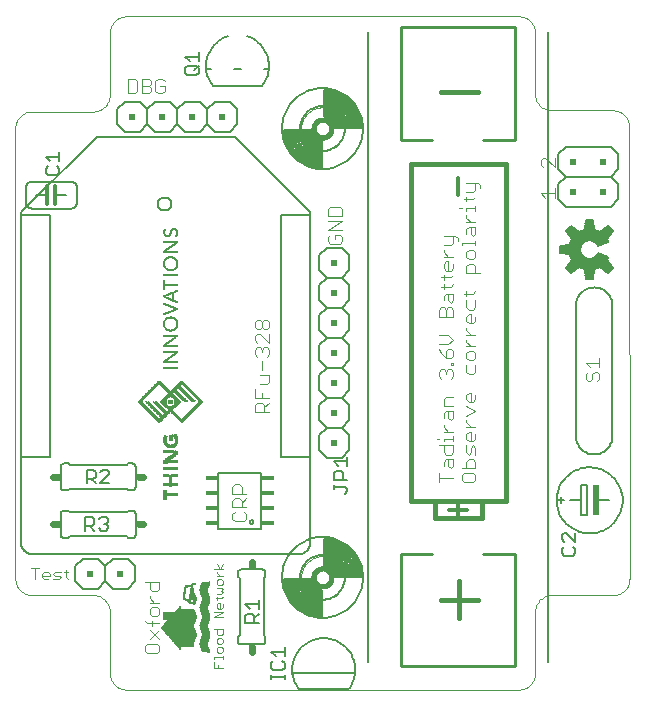
<source format=gto>
G75*
%MOIN*%
%OFA0B0*%
%FSLAX24Y24*%
%IPPOS*%
%LPD*%
%AMOC8*
5,1,8,0,0,1.08239X$1,22.5*
%
%ADD10C,0.0000*%
%ADD11C,0.0040*%
%ADD12C,0.0160*%
%ADD13R,0.0005X0.0010*%
%ADD14R,0.0005X0.0130*%
%ADD15R,0.0005X0.0120*%
%ADD16R,0.0005X0.0080*%
%ADD17R,0.0005X0.0190*%
%ADD18R,0.0005X0.0110*%
%ADD19R,0.0005X0.0240*%
%ADD20R,0.0005X0.0250*%
%ADD21R,0.0005X0.0140*%
%ADD22R,0.0005X0.0290*%
%ADD23R,0.0005X0.0150*%
%ADD24R,0.0005X0.0340*%
%ADD25R,0.0005X0.0330*%
%ADD26R,0.0005X0.0170*%
%ADD27R,0.0005X0.0380*%
%ADD28R,0.0005X0.0390*%
%ADD29R,0.0005X0.0160*%
%ADD30R,0.0005X0.0440*%
%ADD31R,0.0005X0.0450*%
%ADD32R,0.0005X0.0430*%
%ADD33R,0.0005X0.0230*%
%ADD34R,0.0005X0.0530*%
%ADD35R,0.0005X0.0550*%
%ADD36R,0.0005X0.0520*%
%ADD37R,0.0005X0.0220*%
%ADD38R,0.0005X0.2350*%
%ADD39R,0.0005X0.0500*%
%ADD40R,0.0005X0.0460*%
%ADD41R,0.0005X0.0490*%
%ADD42R,0.0005X0.0370*%
%ADD43R,0.0005X0.0320*%
%ADD44R,0.0005X0.0300*%
%ADD45R,0.0005X0.0280*%
%ADD46R,0.0005X0.0310*%
%ADD47R,0.0005X0.0260*%
%ADD48R,0.0005X0.0210*%
%ADD49R,0.0005X0.0180*%
%ADD50R,0.0005X0.0090*%
%ADD51R,0.0005X0.0030*%
%ADD52R,0.0005X0.0020*%
%ADD53R,0.0005X0.0040*%
%ADD54R,0.0005X0.0270*%
%ADD55R,0.0005X0.0060*%
%ADD56R,0.0005X0.0350*%
%ADD57R,0.0005X0.0400*%
%ADD58R,0.0005X0.0410*%
%ADD59R,0.0005X0.0480*%
%ADD60R,0.0005X0.0070*%
%ADD61R,0.0005X0.0050*%
%ADD62R,0.0005X0.1130*%
%ADD63R,0.0005X0.1240*%
%ADD64R,0.0005X0.0560*%
%ADD65R,0.0005X0.0540*%
%ADD66R,0.0005X0.0420*%
%ADD67R,0.0005X0.0360*%
%ADD68R,0.0005X0.0100*%
%ADD69R,0.0005X0.0200*%
%ADD70R,0.0005X0.1480*%
%ADD71R,0.0005X0.1460*%
%ADD72R,0.0005X0.1440*%
%ADD73R,0.0005X0.1420*%
%ADD74R,0.0005X0.1390*%
%ADD75R,0.0005X0.1370*%
%ADD76R,0.0005X0.1350*%
%ADD77R,0.0005X0.1320*%
%ADD78R,0.0005X0.1300*%
%ADD79R,0.0005X0.1280*%
%ADD80R,0.0005X0.1260*%
%ADD81R,0.0005X0.1210*%
%ADD82R,0.0005X0.1190*%
%ADD83R,0.0005X0.1160*%
%ADD84R,0.0005X0.1140*%
%ADD85R,0.0005X0.1120*%
%ADD86R,0.0005X0.1100*%
%ADD87R,0.0005X0.1070*%
%ADD88R,0.0005X0.1050*%
%ADD89R,0.0005X0.1040*%
%ADD90R,0.0005X0.1030*%
%ADD91R,0.0005X0.1010*%
%ADD92R,0.0005X0.1000*%
%ADD93R,0.0005X0.0990*%
%ADD94R,0.0005X0.0980*%
%ADD95R,0.0005X0.0970*%
%ADD96R,0.0005X0.0960*%
%ADD97R,0.0005X0.0940*%
%ADD98R,0.0005X0.0930*%
%ADD99R,0.0005X0.0920*%
%ADD100R,0.0005X0.0910*%
%ADD101R,0.0005X0.0900*%
%ADD102R,0.0005X0.0890*%
%ADD103R,0.0005X0.0880*%
%ADD104R,0.0005X0.0870*%
%ADD105R,0.0005X0.0860*%
%ADD106R,0.0005X0.0840*%
%ADD107R,0.0005X0.0830*%
%ADD108R,0.0005X0.0820*%
%ADD109R,0.0005X0.0810*%
%ADD110R,0.0005X0.0800*%
%ADD111R,0.0005X0.0790*%
%ADD112R,0.0005X0.0510*%
%ADD113C,0.0030*%
%ADD114C,0.0060*%
%ADD115C,0.0080*%
%ADD116C,0.0050*%
%ADD117C,0.0059*%
%ADD118C,0.0100*%
%ADD119C,0.0120*%
%ADD120R,0.0200X0.1000*%
%ADD121R,0.0200X0.0200*%
%ADD122C,0.0098*%
%ADD123C,0.0180*%
%ADD124R,0.0005X0.0145*%
%ADD125R,0.0005X0.0025*%
%ADD126R,0.0005X0.0045*%
%ADD127R,0.0005X0.0055*%
%ADD128R,0.0005X0.0065*%
%ADD129R,0.0005X0.0075*%
%ADD130R,0.0005X0.0085*%
%ADD131R,0.0005X0.0095*%
%ADD132R,0.0005X0.0105*%
%ADD133R,0.0005X0.0115*%
%ADD134R,0.0005X0.0125*%
%ADD135R,0.0005X0.0135*%
%ADD136R,0.0005X0.0005*%
%ADD137R,0.0005X0.0035*%
%ADD138R,0.0005X0.0155*%
%ADD139R,0.0005X0.0165*%
%ADD140R,0.0005X0.0175*%
%ADD141R,0.0005X0.0185*%
%ADD142R,0.0005X0.0195*%
%ADD143R,0.0005X0.0205*%
%ADD144R,0.0005X0.0215*%
%ADD145R,0.0005X0.0225*%
%ADD146R,0.0005X0.0275*%
%ADD147R,0.0005X0.0235*%
%ADD148R,0.0005X0.0295*%
%ADD149R,0.0005X0.0245*%
%ADD150R,0.0005X0.0255*%
%ADD151R,0.0005X0.0265*%
%ADD152R,0.0005X0.0335*%
%ADD153R,0.0005X0.0355*%
%ADD154R,0.0005X0.0285*%
%ADD155R,0.0005X0.0305*%
%ADD156R,0.0005X0.0375*%
%ADD157R,0.0005X0.0315*%
%ADD158R,0.0005X0.0325*%
%ADD159R,0.0005X0.0385*%
%ADD160R,0.0005X0.0345*%
%ADD161R,0.0005X0.0395*%
%ADD162R,0.0005X0.0365*%
%ADD163R,0.0005X0.0015*%
%ADD164R,0.0400X0.0140*%
%ADD165C,0.0240*%
%ADD166R,0.0100X0.0240*%
%ADD167R,0.0240X0.0100*%
D10*
X003547Y002773D02*
X003545Y002819D01*
X003539Y002865D01*
X003530Y002910D01*
X003517Y002954D01*
X003500Y002997D01*
X003480Y003038D01*
X003456Y003078D01*
X003430Y003115D01*
X003400Y003150D01*
X003367Y003183D01*
X003332Y003213D01*
X003295Y003239D01*
X003255Y003263D01*
X003214Y003283D01*
X003171Y003300D01*
X003127Y003313D01*
X003082Y003322D01*
X003036Y003328D01*
X002990Y003330D01*
X000954Y003330D01*
X000954Y003329D02*
X000908Y003331D01*
X000862Y003337D01*
X000817Y003346D01*
X000773Y003359D01*
X000730Y003376D01*
X000689Y003396D01*
X000649Y003420D01*
X000612Y003446D01*
X000577Y003476D01*
X000544Y003509D01*
X000514Y003544D01*
X000488Y003581D01*
X000464Y003621D01*
X000444Y003662D01*
X000427Y003705D01*
X000414Y003749D01*
X000405Y003794D01*
X000399Y003840D01*
X000397Y003886D01*
X000397Y018907D01*
X000398Y018907D02*
X000400Y018952D01*
X000405Y018996D01*
X000415Y019040D01*
X000427Y019082D01*
X000443Y019124D01*
X000463Y019164D01*
X000486Y019202D01*
X000512Y019239D01*
X000541Y019273D01*
X000572Y019304D01*
X000606Y019333D01*
X000643Y019359D01*
X000681Y019382D01*
X000721Y019402D01*
X000763Y019418D01*
X000805Y019430D01*
X000849Y019440D01*
X000893Y019445D01*
X000938Y019447D01*
X000938Y019448D02*
X002973Y019448D01*
X002973Y019447D02*
X003018Y019449D01*
X003063Y019454D01*
X003107Y019463D01*
X003150Y019475D01*
X003193Y019491D01*
X003234Y019510D01*
X003273Y019532D01*
X003310Y019557D01*
X003346Y019585D01*
X003379Y019615D01*
X003409Y019648D01*
X003437Y019684D01*
X003462Y019721D01*
X003484Y019760D01*
X003503Y019801D01*
X003519Y019844D01*
X003531Y019887D01*
X003540Y019931D01*
X003545Y019976D01*
X003547Y020021D01*
X003547Y022064D01*
X003549Y022110D01*
X003555Y022156D01*
X003564Y022201D01*
X003577Y022245D01*
X003594Y022288D01*
X003614Y022329D01*
X003638Y022369D01*
X003664Y022406D01*
X003694Y022441D01*
X003727Y022474D01*
X003762Y022504D01*
X003799Y022530D01*
X003839Y022554D01*
X003880Y022574D01*
X003923Y022591D01*
X003967Y022604D01*
X004012Y022613D01*
X004058Y022619D01*
X004104Y022621D01*
X017164Y022621D01*
X017210Y022619D01*
X017256Y022613D01*
X017301Y022604D01*
X017345Y022591D01*
X017388Y022574D01*
X017429Y022554D01*
X017469Y022530D01*
X017506Y022504D01*
X017541Y022474D01*
X017574Y022441D01*
X017604Y022406D01*
X017630Y022369D01*
X017654Y022329D01*
X017674Y022288D01*
X017691Y022245D01*
X017704Y022201D01*
X017713Y022156D01*
X017719Y022110D01*
X017721Y022064D01*
X017720Y022064D02*
X017720Y020033D01*
X017722Y019988D01*
X017727Y019943D01*
X017737Y019899D01*
X017750Y019856D01*
X017766Y019814D01*
X017786Y019773D01*
X017809Y019734D01*
X017835Y019698D01*
X017864Y019663D01*
X017896Y019631D01*
X017931Y019602D01*
X017967Y019576D01*
X018006Y019553D01*
X018047Y019533D01*
X018089Y019517D01*
X018132Y019504D01*
X018176Y019494D01*
X018221Y019489D01*
X018266Y019487D01*
X020300Y019487D01*
X020299Y019487D02*
X020346Y019485D01*
X020392Y019479D01*
X020437Y019470D01*
X020482Y019456D01*
X020525Y019439D01*
X020567Y019419D01*
X020607Y019395D01*
X020645Y019368D01*
X020680Y019338D01*
X020713Y019305D01*
X020743Y019270D01*
X020770Y019232D01*
X020794Y019192D01*
X020815Y019150D01*
X020832Y019107D01*
X020845Y019062D01*
X020854Y019017D01*
X020860Y018970D01*
X020862Y018924D01*
X020870Y003888D01*
X020870Y003887D02*
X020868Y003841D01*
X020863Y003795D01*
X020853Y003750D01*
X020840Y003706D01*
X020823Y003663D01*
X020803Y003622D01*
X020780Y003582D01*
X020753Y003544D01*
X020723Y003509D01*
X020691Y003477D01*
X020656Y003447D01*
X020618Y003420D01*
X020578Y003396D01*
X020537Y003376D01*
X020494Y003359D01*
X020450Y003346D01*
X020405Y003337D01*
X020359Y003331D01*
X020313Y003329D01*
X020313Y003330D02*
X018277Y003330D01*
X018231Y003328D01*
X018185Y003322D01*
X018140Y003313D01*
X018096Y003300D01*
X018053Y003283D01*
X018012Y003263D01*
X017972Y003239D01*
X017935Y003213D01*
X017900Y003183D01*
X017867Y003150D01*
X017837Y003115D01*
X017811Y003078D01*
X017787Y003038D01*
X017767Y002997D01*
X017750Y002954D01*
X017737Y002910D01*
X017728Y002865D01*
X017722Y002819D01*
X017720Y002773D01*
X017720Y000737D01*
X017721Y000737D02*
X017719Y000691D01*
X017713Y000645D01*
X017704Y000600D01*
X017691Y000556D01*
X017674Y000513D01*
X017654Y000472D01*
X017630Y000432D01*
X017604Y000395D01*
X017574Y000360D01*
X017541Y000327D01*
X017506Y000297D01*
X017469Y000271D01*
X017429Y000247D01*
X017388Y000227D01*
X017345Y000210D01*
X017301Y000197D01*
X017256Y000188D01*
X017210Y000182D01*
X017164Y000180D01*
X004104Y000180D01*
X004058Y000182D01*
X004012Y000188D01*
X003967Y000197D01*
X003923Y000210D01*
X003880Y000227D01*
X003839Y000247D01*
X003799Y000271D01*
X003762Y000297D01*
X003727Y000327D01*
X003694Y000360D01*
X003664Y000395D01*
X003638Y000432D01*
X003614Y000472D01*
X003594Y000513D01*
X003577Y000556D01*
X003564Y000600D01*
X003555Y000645D01*
X003549Y000691D01*
X003547Y000737D01*
X003547Y002773D01*
X009925Y003920D02*
X009927Y003973D01*
X009933Y004026D01*
X009943Y004078D01*
X009956Y004129D01*
X009974Y004179D01*
X009995Y004228D01*
X010020Y004275D01*
X010048Y004319D01*
X010080Y004362D01*
X010114Y004402D01*
X010152Y004440D01*
X010192Y004474D01*
X010235Y004506D01*
X010280Y004534D01*
X010326Y004559D01*
X010375Y004580D01*
X010425Y004598D01*
X010476Y004611D01*
X010528Y004621D01*
X010581Y004627D01*
X010634Y004629D01*
X010687Y004627D01*
X010740Y004621D01*
X010792Y004611D01*
X010843Y004598D01*
X010893Y004580D01*
X010942Y004559D01*
X010989Y004534D01*
X011033Y004506D01*
X011076Y004474D01*
X011116Y004440D01*
X011154Y004402D01*
X011188Y004362D01*
X011220Y004319D01*
X011248Y004274D01*
X011273Y004228D01*
X011294Y004179D01*
X011312Y004129D01*
X011325Y004078D01*
X011335Y004026D01*
X011341Y003973D01*
X011343Y003920D01*
X011341Y003867D01*
X011335Y003814D01*
X011325Y003762D01*
X011312Y003711D01*
X011294Y003661D01*
X011273Y003612D01*
X011248Y003565D01*
X011220Y003521D01*
X011188Y003478D01*
X011154Y003438D01*
X011116Y003400D01*
X011076Y003366D01*
X011033Y003334D01*
X010988Y003306D01*
X010942Y003281D01*
X010893Y003260D01*
X010843Y003242D01*
X010792Y003229D01*
X010740Y003219D01*
X010687Y003213D01*
X010634Y003211D01*
X010581Y003213D01*
X010528Y003219D01*
X010476Y003229D01*
X010425Y003242D01*
X010375Y003260D01*
X010326Y003281D01*
X010279Y003306D01*
X010235Y003334D01*
X010192Y003366D01*
X010152Y003400D01*
X010114Y003438D01*
X010080Y003478D01*
X010048Y003521D01*
X010020Y003566D01*
X009995Y003612D01*
X009974Y003661D01*
X009956Y003711D01*
X009943Y003762D01*
X009933Y003814D01*
X009927Y003867D01*
X009925Y003920D01*
X009925Y018881D02*
X009927Y018934D01*
X009933Y018987D01*
X009943Y019039D01*
X009956Y019090D01*
X009974Y019140D01*
X009995Y019189D01*
X010020Y019236D01*
X010048Y019280D01*
X010080Y019323D01*
X010114Y019363D01*
X010152Y019401D01*
X010192Y019435D01*
X010235Y019467D01*
X010280Y019495D01*
X010326Y019520D01*
X010375Y019541D01*
X010425Y019559D01*
X010476Y019572D01*
X010528Y019582D01*
X010581Y019588D01*
X010634Y019590D01*
X010687Y019588D01*
X010740Y019582D01*
X010792Y019572D01*
X010843Y019559D01*
X010893Y019541D01*
X010942Y019520D01*
X010989Y019495D01*
X011033Y019467D01*
X011076Y019435D01*
X011116Y019401D01*
X011154Y019363D01*
X011188Y019323D01*
X011220Y019280D01*
X011248Y019235D01*
X011273Y019189D01*
X011294Y019140D01*
X011312Y019090D01*
X011325Y019039D01*
X011335Y018987D01*
X011341Y018934D01*
X011343Y018881D01*
X011341Y018828D01*
X011335Y018775D01*
X011325Y018723D01*
X011312Y018672D01*
X011294Y018622D01*
X011273Y018573D01*
X011248Y018526D01*
X011220Y018482D01*
X011188Y018439D01*
X011154Y018399D01*
X011116Y018361D01*
X011076Y018327D01*
X011033Y018295D01*
X010988Y018267D01*
X010942Y018242D01*
X010893Y018221D01*
X010843Y018203D01*
X010792Y018190D01*
X010740Y018180D01*
X010687Y018174D01*
X010634Y018172D01*
X010581Y018174D01*
X010528Y018180D01*
X010476Y018190D01*
X010425Y018203D01*
X010375Y018221D01*
X010326Y018242D01*
X010279Y018267D01*
X010235Y018295D01*
X010192Y018327D01*
X010152Y018361D01*
X010114Y018399D01*
X010080Y018439D01*
X010048Y018482D01*
X010020Y018527D01*
X009995Y018573D01*
X009974Y018622D01*
X009956Y018672D01*
X009943Y018723D01*
X009933Y018775D01*
X009927Y018828D01*
X009925Y018881D01*
D11*
X010899Y016270D02*
X010823Y016194D01*
X010823Y015963D01*
X011283Y015963D01*
X011283Y016194D01*
X011206Y016270D01*
X010899Y016270D01*
X010823Y015810D02*
X011283Y015810D01*
X010823Y015503D01*
X011283Y015503D01*
X011206Y015349D02*
X011283Y015273D01*
X011283Y015119D01*
X011206Y015043D01*
X010899Y015043D01*
X010823Y015119D01*
X010823Y015273D01*
X010899Y015349D01*
X011053Y015349D02*
X011053Y015196D01*
X011053Y015349D02*
X011206Y015349D01*
X008774Y012508D02*
X008851Y012431D01*
X008851Y012278D01*
X008774Y012201D01*
X008698Y012201D01*
X008621Y012278D01*
X008621Y012431D01*
X008698Y012508D01*
X008774Y012508D01*
X008621Y012431D02*
X008544Y012508D01*
X008468Y012508D01*
X008391Y012431D01*
X008391Y012278D01*
X008468Y012201D01*
X008544Y012201D01*
X008621Y012278D01*
X008544Y012048D02*
X008468Y012048D01*
X008391Y011971D01*
X008391Y011817D01*
X008468Y011741D01*
X008468Y011587D02*
X008391Y011510D01*
X008391Y011357D01*
X008468Y011280D01*
X008621Y011127D02*
X008621Y010820D01*
X008544Y010666D02*
X008851Y010666D01*
X008851Y010436D01*
X008774Y010359D01*
X008544Y010359D01*
X008391Y010206D02*
X008391Y009899D01*
X008851Y009899D01*
X008851Y009746D02*
X008698Y009592D01*
X008698Y009669D02*
X008698Y009439D01*
X008851Y009439D02*
X008391Y009439D01*
X008391Y009669D01*
X008468Y009746D01*
X008621Y009746D01*
X008698Y009669D01*
X008621Y009899D02*
X008621Y010053D01*
X008774Y011280D02*
X008851Y011357D01*
X008851Y011510D01*
X008774Y011587D01*
X008698Y011587D01*
X008621Y011510D01*
X008621Y011434D01*
X008621Y011510D02*
X008544Y011587D01*
X008468Y011587D01*
X008851Y011741D02*
X008544Y012048D01*
X008851Y012048D02*
X008851Y011741D01*
X007864Y007018D02*
X007710Y007018D01*
X007634Y006942D01*
X007634Y006711D01*
X008094Y006711D01*
X008094Y006558D02*
X007941Y006404D01*
X007941Y006481D02*
X007941Y006251D01*
X008094Y006251D02*
X007634Y006251D01*
X007634Y006481D01*
X007710Y006558D01*
X007864Y006558D01*
X007941Y006481D01*
X007941Y006711D02*
X007941Y006942D01*
X007864Y007018D01*
X008017Y006097D02*
X008094Y006021D01*
X008094Y005867D01*
X008017Y005791D01*
X007710Y005791D01*
X007634Y005867D01*
X007634Y006021D01*
X007710Y006097D01*
X005181Y003772D02*
X005181Y003541D01*
X005104Y003465D01*
X004950Y003465D01*
X004874Y003541D01*
X004874Y003772D01*
X004720Y003772D02*
X005181Y003772D01*
X004874Y003311D02*
X004874Y003234D01*
X005027Y003081D01*
X004874Y003081D02*
X005181Y003081D01*
X005104Y002928D02*
X004950Y002928D01*
X004874Y002851D01*
X004874Y002697D01*
X004950Y002621D01*
X005104Y002621D01*
X005181Y002697D01*
X005181Y002851D01*
X005104Y002928D01*
X004950Y002467D02*
X004950Y002314D01*
X004797Y002390D02*
X004720Y002467D01*
X004797Y002390D02*
X005181Y002390D01*
X005181Y002160D02*
X004874Y001853D01*
X004797Y001700D02*
X004720Y001623D01*
X004720Y001470D01*
X004797Y001393D01*
X005104Y001393D01*
X005181Y001470D01*
X005181Y001623D01*
X005104Y001700D01*
X004797Y001700D01*
X005181Y001853D02*
X004874Y002160D01*
X014521Y007090D02*
X014521Y007397D01*
X014521Y007243D02*
X014982Y007243D01*
X015271Y007320D02*
X015271Y007166D01*
X015348Y007090D01*
X015655Y007090D01*
X015732Y007166D01*
X015732Y007320D01*
X015655Y007397D01*
X015348Y007397D01*
X015271Y007320D01*
X015271Y007550D02*
X015732Y007550D01*
X015732Y007780D01*
X015655Y007857D01*
X015502Y007857D01*
X015425Y007780D01*
X015425Y007550D01*
X014982Y007627D02*
X014905Y007550D01*
X014828Y007627D01*
X014828Y007857D01*
X014752Y007857D02*
X014982Y007857D01*
X014982Y007627D01*
X014675Y007627D02*
X014675Y007780D01*
X014752Y007857D01*
X014752Y008011D02*
X014675Y008087D01*
X014675Y008317D01*
X014521Y008317D02*
X014982Y008317D01*
X014982Y008087D01*
X014905Y008011D01*
X014752Y008011D01*
X014675Y008471D02*
X014675Y008548D01*
X014982Y008548D01*
X014982Y008624D02*
X014982Y008471D01*
X014982Y008778D02*
X014675Y008778D01*
X014828Y008778D02*
X014675Y008931D01*
X014675Y009008D01*
X014675Y009238D02*
X014675Y009392D01*
X014752Y009468D01*
X014982Y009468D01*
X014982Y009238D01*
X014905Y009162D01*
X014828Y009238D01*
X014828Y009468D01*
X014675Y009622D02*
X014675Y009852D01*
X014752Y009929D01*
X014982Y009929D01*
X014982Y009622D02*
X014675Y009622D01*
X015425Y009622D02*
X015732Y009468D01*
X015425Y009315D01*
X015425Y009162D02*
X015425Y009085D01*
X015578Y008931D01*
X015578Y008778D02*
X015502Y008778D01*
X015425Y008701D01*
X015425Y008548D01*
X015502Y008471D01*
X015655Y008471D01*
X015732Y008548D01*
X015732Y008701D01*
X015578Y008778D02*
X015578Y008471D01*
X015655Y008317D02*
X015578Y008241D01*
X015578Y008087D01*
X015502Y008011D01*
X015425Y008087D01*
X015425Y008317D01*
X015655Y008317D02*
X015732Y008241D01*
X015732Y008011D01*
X015732Y008931D02*
X015425Y008931D01*
X015502Y009775D02*
X015425Y009852D01*
X015425Y010006D01*
X015502Y010082D01*
X015578Y010082D01*
X015578Y009775D01*
X015502Y009775D02*
X015655Y009775D01*
X015732Y009852D01*
X015732Y010006D01*
X015655Y010696D02*
X015502Y010696D01*
X015425Y010773D01*
X015425Y011003D01*
X015502Y011157D02*
X015655Y011157D01*
X015732Y011233D01*
X015732Y011387D01*
X015655Y011463D01*
X015502Y011463D01*
X015425Y011387D01*
X015425Y011233D01*
X015502Y011157D01*
X015732Y011003D02*
X015732Y010773D01*
X015655Y010696D01*
X014982Y010619D02*
X014905Y010543D01*
X014982Y010619D02*
X014982Y010773D01*
X014905Y010850D01*
X014828Y010850D01*
X014752Y010773D01*
X014752Y010696D01*
X014752Y010773D02*
X014675Y010850D01*
X014598Y010850D01*
X014521Y010773D01*
X014521Y010619D01*
X014598Y010543D01*
X014905Y011003D02*
X014905Y011080D01*
X014982Y011080D01*
X014982Y011003D01*
X014905Y011003D01*
X014905Y011233D02*
X014752Y011233D01*
X014752Y011463D01*
X014828Y011540D01*
X014905Y011540D01*
X014982Y011463D01*
X014982Y011310D01*
X014905Y011233D01*
X014752Y011233D02*
X014598Y011387D01*
X014521Y011540D01*
X014521Y011694D02*
X014828Y011694D01*
X014982Y011847D01*
X014828Y012001D01*
X014521Y012001D01*
X014521Y012614D02*
X014521Y012845D01*
X014598Y012921D01*
X014675Y012921D01*
X014752Y012845D01*
X014752Y012614D01*
X014982Y012614D02*
X014982Y012845D01*
X014905Y012921D01*
X014828Y012921D01*
X014752Y012845D01*
X014905Y013075D02*
X014828Y013152D01*
X014828Y013382D01*
X014752Y013382D02*
X014982Y013382D01*
X014982Y013152D01*
X014905Y013075D01*
X014675Y013152D02*
X014675Y013305D01*
X014752Y013382D01*
X014675Y013535D02*
X014675Y013689D01*
X014598Y013612D02*
X014905Y013612D01*
X014982Y013689D01*
X014905Y013919D02*
X014982Y013996D01*
X014905Y013919D02*
X014598Y013919D01*
X014675Y013842D02*
X014675Y013996D01*
X014752Y014149D02*
X014675Y014226D01*
X014675Y014379D01*
X014752Y014456D01*
X014828Y014456D01*
X014828Y014149D01*
X014752Y014149D02*
X014905Y014149D01*
X014982Y014226D01*
X014982Y014379D01*
X014982Y014610D02*
X014675Y014610D01*
X014675Y014763D02*
X014675Y014840D01*
X014675Y014763D02*
X014828Y014610D01*
X014905Y014993D02*
X014675Y014993D01*
X014905Y014993D02*
X014982Y015070D01*
X014982Y015300D01*
X015059Y015300D02*
X015135Y015223D01*
X015135Y015147D01*
X015271Y015070D02*
X015732Y015070D01*
X015732Y014993D02*
X015732Y015147D01*
X015655Y015300D02*
X015578Y015377D01*
X015578Y015607D01*
X015502Y015607D02*
X015732Y015607D01*
X015732Y015377D01*
X015655Y015300D01*
X015425Y015377D02*
X015425Y015530D01*
X015502Y015607D01*
X015578Y015760D02*
X015425Y015914D01*
X015425Y015991D01*
X015425Y016144D02*
X015425Y016221D01*
X015732Y016221D01*
X015732Y016144D02*
X015732Y016298D01*
X015655Y016528D02*
X015348Y016528D01*
X015425Y016451D02*
X015425Y016605D01*
X015425Y016758D02*
X015655Y016758D01*
X015732Y016835D01*
X015732Y017065D01*
X015809Y017065D02*
X015425Y017065D01*
X015809Y017065D02*
X015885Y016988D01*
X015885Y016911D01*
X015732Y016605D02*
X015655Y016528D01*
X015271Y016221D02*
X015195Y016221D01*
X015425Y015760D02*
X015732Y015760D01*
X015059Y015300D02*
X014675Y015300D01*
X015271Y015070D02*
X015271Y014993D01*
X015425Y014763D02*
X015425Y014610D01*
X015502Y014533D01*
X015655Y014533D01*
X015732Y014610D01*
X015732Y014763D01*
X015655Y014840D01*
X015502Y014840D01*
X015425Y014763D01*
X015502Y014379D02*
X015655Y014379D01*
X015732Y014303D01*
X015732Y014072D01*
X015885Y014072D02*
X015425Y014072D01*
X015425Y014303D01*
X015502Y014379D01*
X015425Y013459D02*
X015425Y013305D01*
X015348Y013382D02*
X015655Y013382D01*
X015732Y013459D01*
X015732Y013152D02*
X015732Y012921D01*
X015655Y012845D01*
X015502Y012845D01*
X015425Y012921D01*
X015425Y013152D01*
X015502Y012691D02*
X015578Y012691D01*
X015578Y012384D01*
X015502Y012384D02*
X015655Y012384D01*
X015732Y012461D01*
X015732Y012614D01*
X015502Y012691D02*
X015425Y012614D01*
X015425Y012461D01*
X015502Y012384D01*
X015425Y012231D02*
X015425Y012154D01*
X015578Y012001D01*
X015425Y012001D02*
X015732Y012001D01*
X015425Y011847D02*
X015425Y011770D01*
X015578Y011617D01*
X015425Y011617D02*
X015732Y011617D01*
X014982Y012614D02*
X014521Y012614D01*
X018063Y016578D02*
X017909Y016731D01*
X018370Y016731D01*
X018370Y016578D02*
X018370Y016885D01*
X018370Y017602D02*
X018063Y017909D01*
X017986Y017909D01*
X017909Y017832D01*
X017909Y017678D01*
X017986Y017602D01*
X018370Y017602D02*
X018370Y017909D01*
X019864Y011223D02*
X019864Y010916D01*
X019864Y011070D02*
X019403Y011070D01*
X019557Y010916D01*
X019480Y010763D02*
X019403Y010686D01*
X019403Y010533D01*
X019480Y010456D01*
X019557Y010456D01*
X019633Y010533D01*
X019633Y010686D01*
X019710Y010763D01*
X019787Y010763D01*
X019864Y010686D01*
X019864Y010533D01*
X019787Y010456D01*
X014521Y008548D02*
X014445Y008548D01*
X005295Y020073D02*
X005142Y020073D01*
X005065Y020149D01*
X005065Y020456D01*
X005142Y020533D01*
X005295Y020533D01*
X005372Y020456D01*
X005372Y020303D02*
X005219Y020303D01*
X005372Y020303D02*
X005372Y020149D01*
X005295Y020073D01*
X004912Y020149D02*
X004835Y020073D01*
X004605Y020073D01*
X004605Y020533D01*
X004835Y020533D01*
X004912Y020456D01*
X004912Y020380D01*
X004835Y020303D01*
X004605Y020303D01*
X004451Y020149D02*
X004451Y020456D01*
X004375Y020533D01*
X004144Y020533D01*
X004144Y020073D01*
X004375Y020073D01*
X004451Y020149D01*
X004835Y020303D02*
X004912Y020226D01*
X004912Y020149D01*
D12*
X013586Y017700D02*
X016736Y017700D01*
X016736Y006479D01*
X015949Y006479D01*
X015949Y005889D01*
X014374Y005889D01*
X014374Y006479D01*
X013586Y006479D01*
X013586Y017700D01*
X014584Y020110D02*
X015811Y020110D01*
X015949Y006479D02*
X014374Y006479D01*
X015198Y003795D02*
X015198Y002567D01*
X015811Y003181D02*
X014584Y003181D01*
D13*
X006895Y003765D03*
X006890Y003765D03*
X005911Y002803D03*
X006694Y001425D03*
X005012Y009762D03*
X005742Y015297D03*
D14*
X005822Y015402D03*
X006032Y009852D03*
X006037Y009847D03*
X006287Y009852D03*
X006292Y009847D03*
X006617Y009772D03*
X005627Y009772D03*
X005542Y009772D03*
X005307Y009772D03*
X005137Y009692D03*
X005132Y009697D03*
X004887Y009692D03*
X004882Y009697D03*
X004552Y009772D03*
X005442Y008567D03*
X005472Y008322D03*
X005477Y008317D03*
X005712Y008322D03*
X005732Y008607D03*
X006860Y003705D03*
X006865Y003705D03*
X006575Y002895D03*
X006570Y002895D03*
X006890Y002005D03*
X006895Y002005D03*
D15*
X006575Y002300D03*
X006570Y002300D03*
X006890Y002600D03*
X006895Y002600D03*
X006895Y003190D03*
X006890Y003190D03*
X005325Y002240D03*
X005320Y002240D03*
X005492Y008307D03*
X005482Y008312D03*
X005692Y008307D03*
X005697Y008312D03*
X005727Y008612D03*
X005302Y009772D03*
X005117Y009707D03*
X004872Y009702D03*
X004867Y009707D03*
X004547Y009772D03*
X006047Y009842D03*
X006052Y009837D03*
X006307Y009837D03*
X006622Y009772D03*
X005582Y015392D03*
X005587Y015402D03*
X005597Y015427D03*
D16*
X005622Y015482D03*
X005562Y015347D03*
X005787Y015317D03*
X005792Y015477D03*
X005787Y015087D03*
X005782Y015087D03*
X005397Y014787D03*
X005397Y014487D03*
X005397Y014267D03*
X005782Y014262D03*
X005782Y014492D03*
X005402Y013282D03*
X005397Y012477D03*
X005397Y012257D03*
X005782Y012252D03*
X005782Y012482D03*
X005782Y011957D03*
X005787Y011957D03*
X005397Y011657D03*
X005787Y011417D03*
X005402Y011117D03*
X005397Y011117D03*
X006097Y009812D03*
X006352Y009812D03*
X006642Y009772D03*
X005517Y009772D03*
X005282Y009772D03*
X005072Y009732D03*
X004822Y009732D03*
X004527Y009772D03*
X005452Y008582D03*
X006340Y003690D03*
X006345Y003690D03*
X006560Y003490D03*
X006565Y003490D03*
X006880Y003730D03*
X006885Y003730D03*
X006335Y003050D03*
X006330Y003050D03*
X006265Y003060D03*
X006260Y003060D03*
X006255Y003070D03*
X006250Y003070D03*
X006015Y003260D03*
X006010Y003260D03*
X005305Y002240D03*
X005300Y002240D03*
X006880Y001460D03*
X006885Y001460D03*
D17*
X006835Y001515D03*
X006830Y001515D03*
X006880Y002005D03*
X006885Y002005D03*
X006885Y002595D03*
X006880Y002595D03*
X006880Y003185D03*
X006885Y003185D03*
X006835Y003675D03*
X006830Y003675D03*
X005355Y002235D03*
X005350Y002235D03*
X005447Y007797D03*
X005722Y008042D03*
X005727Y008042D03*
X005432Y009377D03*
X005337Y009772D03*
X005862Y010297D03*
X006587Y009772D03*
X004582Y009772D03*
X005807Y015402D03*
D18*
X005577Y015377D03*
X005387Y014457D03*
X005387Y014297D03*
X005387Y012447D03*
X005387Y012287D03*
X006062Y009832D03*
X006317Y009832D03*
X006627Y009772D03*
X005297Y009772D03*
X005107Y009712D03*
X005102Y009717D03*
X004857Y009712D03*
X004852Y009717D03*
X004542Y009772D03*
X005512Y008297D03*
X005522Y008292D03*
X005527Y008292D03*
X005537Y008287D03*
X005542Y008287D03*
X005642Y008287D03*
X005657Y008292D03*
X005662Y008292D03*
X005667Y008297D03*
X005672Y008297D03*
X005647Y007957D03*
X005557Y007902D03*
X006870Y003715D03*
X006875Y003715D03*
X006875Y001475D03*
X006870Y001475D03*
D19*
X006870Y002010D03*
X006875Y002010D03*
X006595Y002890D03*
X006590Y002890D03*
X006870Y003180D03*
X006875Y003180D03*
X005375Y002240D03*
X005370Y002240D03*
X005407Y009377D03*
X005542Y009512D03*
X005622Y009512D03*
X005362Y009772D03*
X005547Y010032D03*
X005622Y010032D03*
X005887Y010297D03*
X006562Y009772D03*
X004607Y009772D03*
X005377Y012367D03*
X005377Y014377D03*
D20*
X005802Y014377D03*
X005802Y012367D03*
X005892Y010297D03*
X005632Y010037D03*
X005537Y010037D03*
X005367Y009772D03*
X005537Y009512D03*
X005627Y009512D03*
X005402Y009377D03*
X004612Y009772D03*
X005812Y008492D03*
X006557Y009772D03*
X006035Y003315D03*
X006030Y003315D03*
X005345Y002635D03*
X005340Y002635D03*
X006870Y002595D03*
X006875Y002595D03*
D21*
X006205Y003130D03*
X006200Y003130D03*
X005335Y002240D03*
X005330Y002240D03*
X006860Y001490D03*
X006865Y001490D03*
X005367Y007772D03*
X005362Y007772D03*
X005802Y008067D03*
X005807Y008067D03*
X005722Y008332D03*
X005457Y008337D03*
X005217Y009137D03*
X005212Y009137D03*
X005207Y009137D03*
X005202Y009137D03*
X005197Y009137D03*
X005192Y009142D03*
X005187Y009142D03*
X005182Y009147D03*
X005177Y009152D03*
X005172Y009157D03*
X005167Y009162D03*
X005162Y009167D03*
X005157Y009172D03*
X005152Y009177D03*
X005147Y009182D03*
X005142Y009187D03*
X005137Y009192D03*
X005132Y009197D03*
X005127Y009202D03*
X005122Y009207D03*
X005117Y009212D03*
X005112Y009217D03*
X005107Y009222D03*
X005102Y009227D03*
X005097Y009232D03*
X005092Y009237D03*
X005087Y009242D03*
X005082Y009247D03*
X005077Y009252D03*
X005072Y009257D03*
X005067Y009262D03*
X005062Y009267D03*
X005057Y009272D03*
X005052Y009277D03*
X005047Y009282D03*
X005042Y009287D03*
X005037Y009292D03*
X005032Y009297D03*
X005027Y009302D03*
X005022Y009307D03*
X005017Y009312D03*
X005012Y009317D03*
X005007Y009322D03*
X005002Y009327D03*
X004997Y009332D03*
X004992Y009337D03*
X004987Y009342D03*
X004982Y009347D03*
X004977Y009352D03*
X004972Y009357D03*
X004967Y009362D03*
X004962Y009367D03*
X004957Y009372D03*
X004952Y009377D03*
X004947Y009382D03*
X004942Y009387D03*
X004937Y009392D03*
X004932Y009397D03*
X004927Y009402D03*
X004922Y009407D03*
X004917Y009412D03*
X004912Y009417D03*
X004907Y009422D03*
X004902Y009427D03*
X004897Y009432D03*
X004892Y009437D03*
X004887Y009442D03*
X004882Y009447D03*
X004877Y009452D03*
X004872Y009457D03*
X004867Y009462D03*
X004862Y009467D03*
X004857Y009472D03*
X004852Y009477D03*
X004847Y009482D03*
X004842Y009487D03*
X004837Y009492D03*
X004832Y009497D03*
X004827Y009502D03*
X004822Y009507D03*
X004817Y009512D03*
X004812Y009517D03*
X004807Y009522D03*
X004802Y009527D03*
X004797Y009532D03*
X004792Y009537D03*
X004787Y009542D03*
X004782Y009547D03*
X004777Y009552D03*
X004772Y009557D03*
X004767Y009562D03*
X004762Y009567D03*
X004757Y009572D03*
X004752Y009577D03*
X004747Y009582D03*
X004742Y009587D03*
X004737Y009592D03*
X004732Y009597D03*
X004727Y009602D03*
X004722Y009607D03*
X004717Y009612D03*
X004712Y009617D03*
X004707Y009622D03*
X004702Y009627D03*
X004697Y009632D03*
X004692Y009637D03*
X004687Y009642D03*
X004682Y009647D03*
X004677Y009652D03*
X004672Y009657D03*
X004667Y009662D03*
X004662Y009667D03*
X004657Y009672D03*
X004652Y009677D03*
X004647Y009682D03*
X004642Y009687D03*
X004557Y009772D03*
X004642Y009857D03*
X005152Y009682D03*
X005157Y009677D03*
X005162Y009672D03*
X005167Y009667D03*
X005172Y009662D03*
X005177Y009657D03*
X005182Y009652D03*
X005187Y009647D03*
X005192Y009642D03*
X005197Y009637D03*
X005202Y009632D03*
X005207Y009627D03*
X005212Y009622D03*
X005217Y009617D03*
X005222Y009612D03*
X005227Y009607D03*
X005232Y009602D03*
X005237Y009597D03*
X005242Y009592D03*
X005247Y009587D03*
X005252Y009582D03*
X005257Y009577D03*
X005262Y009572D03*
X005267Y009567D03*
X005272Y009562D03*
X005277Y009557D03*
X005282Y009552D03*
X005287Y009547D03*
X005292Y009542D03*
X005297Y009537D03*
X005302Y009532D03*
X005307Y009527D03*
X005312Y009522D03*
X005317Y009517D03*
X005322Y009512D03*
X005327Y009507D03*
X005332Y009502D03*
X005337Y009497D03*
X005342Y009492D03*
X005347Y009487D03*
X005352Y009482D03*
X005357Y009477D03*
X005362Y009472D03*
X005367Y009467D03*
X005372Y009462D03*
X005377Y009457D03*
X005382Y009452D03*
X005457Y009377D03*
X005347Y009267D03*
X005342Y009262D03*
X005337Y009257D03*
X005332Y009252D03*
X005257Y009177D03*
X005252Y009172D03*
X005247Y009167D03*
X005242Y009162D03*
X005237Y009157D03*
X005232Y009152D03*
X005227Y009147D03*
X005222Y009142D03*
X005657Y009427D03*
X005662Y009422D03*
X005667Y009417D03*
X005672Y009412D03*
X005677Y009407D03*
X005682Y009402D03*
X005687Y009397D03*
X005692Y009392D03*
X005697Y009387D03*
X005702Y009382D03*
X005707Y009377D03*
X005712Y009372D03*
X005717Y009367D03*
X005722Y009362D03*
X005727Y009357D03*
X005732Y009352D03*
X005737Y009347D03*
X005742Y009342D03*
X005747Y009337D03*
X005752Y009332D03*
X005757Y009327D03*
X005762Y009322D03*
X005767Y009317D03*
X005772Y009312D03*
X005777Y009307D03*
X005782Y009302D03*
X005787Y009297D03*
X005792Y009292D03*
X005797Y009287D03*
X005802Y009282D03*
X005807Y009277D03*
X005812Y009272D03*
X005817Y009267D03*
X005822Y009262D03*
X005827Y009257D03*
X005832Y009252D03*
X005837Y009247D03*
X005842Y009242D03*
X005847Y009237D03*
X005852Y009232D03*
X005857Y009227D03*
X005862Y009222D03*
X005867Y009217D03*
X005872Y009212D03*
X005877Y009207D03*
X005882Y009202D03*
X005887Y009197D03*
X005892Y009192D03*
X005897Y009187D03*
X005902Y009182D03*
X005907Y009177D03*
X005912Y009172D03*
X005917Y009167D03*
X005922Y009162D03*
X005927Y009157D03*
X005932Y009152D03*
X005937Y009147D03*
X005942Y009142D03*
X005947Y009142D03*
X005952Y009137D03*
X005957Y009137D03*
X005962Y009137D03*
X005967Y009137D03*
X005972Y009137D03*
X005977Y009142D03*
X005982Y009142D03*
X005987Y009147D03*
X005992Y009152D03*
X005997Y009157D03*
X006002Y009162D03*
X006007Y009167D03*
X006012Y009172D03*
X006017Y009177D03*
X006022Y009182D03*
X006027Y009187D03*
X006032Y009192D03*
X006037Y009197D03*
X006042Y009202D03*
X006047Y009207D03*
X006052Y009212D03*
X006057Y009217D03*
X006062Y009222D03*
X006067Y009227D03*
X006072Y009232D03*
X006077Y009237D03*
X006082Y009242D03*
X006087Y009247D03*
X006092Y009252D03*
X006097Y009257D03*
X006102Y009262D03*
X006107Y009267D03*
X006112Y009272D03*
X006117Y009277D03*
X006122Y009282D03*
X006127Y009287D03*
X006132Y009292D03*
X006137Y009297D03*
X006142Y009302D03*
X006147Y009307D03*
X006152Y009312D03*
X006157Y009317D03*
X006162Y009322D03*
X006167Y009327D03*
X006172Y009332D03*
X006177Y009337D03*
X006182Y009342D03*
X006187Y009347D03*
X006192Y009352D03*
X006197Y009357D03*
X006202Y009362D03*
X006207Y009367D03*
X006212Y009372D03*
X006217Y009377D03*
X006222Y009382D03*
X006227Y009387D03*
X006232Y009392D03*
X006237Y009397D03*
X006242Y009402D03*
X006247Y009407D03*
X006252Y009412D03*
X006257Y009417D03*
X006262Y009422D03*
X006267Y009427D03*
X006272Y009432D03*
X006277Y009437D03*
X006282Y009442D03*
X006287Y009447D03*
X006292Y009452D03*
X006297Y009457D03*
X006302Y009462D03*
X006307Y009467D03*
X006312Y009472D03*
X006317Y009477D03*
X006322Y009482D03*
X006327Y009487D03*
X006332Y009492D03*
X006337Y009497D03*
X006342Y009502D03*
X006347Y009507D03*
X006352Y009512D03*
X006357Y009517D03*
X006362Y009522D03*
X006367Y009527D03*
X006372Y009532D03*
X006377Y009537D03*
X006382Y009542D03*
X006387Y009547D03*
X006392Y009552D03*
X006397Y009557D03*
X006402Y009562D03*
X006407Y009567D03*
X006412Y009572D03*
X006417Y009577D03*
X006422Y009582D03*
X006427Y009587D03*
X006432Y009592D03*
X006437Y009597D03*
X006442Y009602D03*
X006447Y009607D03*
X006452Y009612D03*
X006457Y009617D03*
X006462Y009622D03*
X006467Y009627D03*
X006472Y009632D03*
X006477Y009637D03*
X006482Y009642D03*
X006487Y009647D03*
X006492Y009652D03*
X006497Y009657D03*
X006502Y009662D03*
X006507Y009667D03*
X006512Y009672D03*
X006517Y009677D03*
X006612Y009772D03*
X006522Y009862D03*
X006517Y009867D03*
X006512Y009872D03*
X006507Y009877D03*
X006502Y009882D03*
X006497Y009887D03*
X006492Y009892D03*
X006487Y009897D03*
X006482Y009902D03*
X006477Y009907D03*
X006472Y009912D03*
X006467Y009917D03*
X006462Y009922D03*
X006457Y009927D03*
X006452Y009932D03*
X006447Y009937D03*
X006442Y009942D03*
X006437Y009947D03*
X006432Y009952D03*
X006427Y009957D03*
X006422Y009962D03*
X006417Y009967D03*
X006412Y009972D03*
X006407Y009977D03*
X006402Y009982D03*
X006397Y009987D03*
X006392Y009992D03*
X006387Y009997D03*
X006382Y010002D03*
X006377Y010007D03*
X006372Y010012D03*
X006367Y010017D03*
X006362Y010022D03*
X006357Y010027D03*
X006352Y010032D03*
X006347Y010037D03*
X006342Y010042D03*
X006337Y010047D03*
X006332Y010052D03*
X006327Y010057D03*
X006322Y010062D03*
X006317Y010067D03*
X006312Y010072D03*
X006307Y010077D03*
X006302Y010082D03*
X006297Y010087D03*
X006292Y010092D03*
X006287Y010097D03*
X006282Y010102D03*
X006277Y010107D03*
X006272Y010112D03*
X006267Y010117D03*
X006262Y010122D03*
X006257Y010127D03*
X006252Y010132D03*
X006247Y010137D03*
X006242Y010142D03*
X006237Y010147D03*
X006232Y010152D03*
X006227Y010157D03*
X006222Y010162D03*
X006217Y010167D03*
X006212Y010172D03*
X006207Y010177D03*
X006202Y010182D03*
X006197Y010187D03*
X006192Y010192D03*
X006187Y010197D03*
X006182Y010202D03*
X006177Y010207D03*
X006172Y010212D03*
X006167Y010217D03*
X006162Y010222D03*
X006157Y010227D03*
X006152Y010232D03*
X006147Y010237D03*
X006142Y010242D03*
X006137Y010247D03*
X006132Y010252D03*
X006127Y010257D03*
X006122Y010262D03*
X006117Y010267D03*
X006112Y010272D03*
X006107Y010277D03*
X006102Y010282D03*
X006097Y010287D03*
X006092Y010292D03*
X006087Y010297D03*
X006082Y010302D03*
X006077Y010307D03*
X006072Y010312D03*
X006067Y010317D03*
X006062Y010322D03*
X006057Y010327D03*
X006052Y010332D03*
X006047Y010337D03*
X006042Y010342D03*
X006037Y010347D03*
X006032Y010352D03*
X006027Y010357D03*
X006022Y010362D03*
X006017Y010367D03*
X006012Y010372D03*
X006007Y010377D03*
X006002Y010382D03*
X005997Y010387D03*
X005992Y010392D03*
X005987Y010397D03*
X005982Y010402D03*
X005977Y010407D03*
X005972Y010407D03*
X005967Y010407D03*
X005962Y010407D03*
X005957Y010407D03*
X005952Y010407D03*
X005947Y010407D03*
X005942Y010402D03*
X005937Y010397D03*
X005932Y010392D03*
X005927Y010387D03*
X005922Y010382D03*
X005917Y010377D03*
X005912Y010372D03*
X005837Y010297D03*
X005832Y010292D03*
X005827Y010287D03*
X005822Y010282D03*
X005817Y010277D03*
X005812Y010272D03*
X005807Y010267D03*
X005802Y010262D03*
X005797Y010257D03*
X005792Y010252D03*
X005787Y010247D03*
X005782Y010242D03*
X005707Y010167D03*
X005702Y010162D03*
X005697Y010157D03*
X005692Y010152D03*
X005687Y010147D03*
X005682Y010142D03*
X005677Y010137D03*
X005672Y010132D03*
X005667Y010127D03*
X005662Y010122D03*
X005657Y010117D03*
X005782Y010097D03*
X005787Y010092D03*
X005792Y010087D03*
X005797Y010082D03*
X005802Y010077D03*
X005807Y010072D03*
X005812Y010067D03*
X005817Y010062D03*
X005822Y010057D03*
X005827Y010052D03*
X005832Y010047D03*
X005837Y010042D03*
X005842Y010037D03*
X005847Y010032D03*
X005852Y010027D03*
X005857Y010022D03*
X005862Y010017D03*
X005867Y010012D03*
X005872Y010007D03*
X005877Y010002D03*
X005882Y009997D03*
X005887Y009992D03*
X005892Y009987D03*
X005897Y009982D03*
X005902Y009977D03*
X005907Y009972D03*
X005912Y009967D03*
X005917Y009962D03*
X005922Y009957D03*
X005927Y009952D03*
X005932Y009947D03*
X005937Y009942D03*
X005942Y009937D03*
X005947Y009932D03*
X005952Y009927D03*
X005957Y009922D03*
X005962Y009917D03*
X005967Y009912D03*
X005972Y009907D03*
X005977Y009902D03*
X005982Y009897D03*
X005987Y009892D03*
X005992Y009887D03*
X005997Y009882D03*
X006002Y009877D03*
X006007Y009872D03*
X006012Y009867D03*
X006137Y009997D03*
X006142Y009992D03*
X006147Y009987D03*
X006152Y009982D03*
X006157Y009977D03*
X006162Y009972D03*
X006167Y009967D03*
X006172Y009962D03*
X006177Y009957D03*
X006182Y009952D03*
X006187Y009947D03*
X006192Y009942D03*
X006197Y009937D03*
X006202Y009932D03*
X006207Y009927D03*
X006212Y009922D03*
X006217Y009917D03*
X006222Y009912D03*
X006227Y009907D03*
X006232Y009902D03*
X006237Y009897D03*
X006242Y009892D03*
X006247Y009887D03*
X006252Y009882D03*
X006257Y009877D03*
X006262Y009872D03*
X006267Y009867D03*
X006272Y009862D03*
X006132Y010002D03*
X006127Y010007D03*
X006122Y010012D03*
X006117Y010017D03*
X006112Y010022D03*
X006107Y010027D03*
X006102Y010032D03*
X006097Y010037D03*
X006092Y010042D03*
X006087Y010047D03*
X006082Y010052D03*
X006077Y010057D03*
X006072Y010062D03*
X006067Y010067D03*
X006062Y010072D03*
X006057Y010077D03*
X006052Y010082D03*
X006047Y010087D03*
X006042Y010092D03*
X006037Y010097D03*
X006032Y010102D03*
X006027Y010107D03*
X006022Y010112D03*
X006017Y010117D03*
X006012Y010122D03*
X006007Y010127D03*
X006002Y010132D03*
X005997Y010137D03*
X005992Y010142D03*
X005987Y010147D03*
X005982Y010152D03*
X005977Y010157D03*
X005972Y010162D03*
X005967Y010167D03*
X005962Y010172D03*
X005957Y010177D03*
X005952Y010182D03*
X005947Y010187D03*
X005942Y010192D03*
X005937Y010197D03*
X005932Y010202D03*
X005927Y010207D03*
X005922Y010212D03*
X005917Y010217D03*
X005912Y010222D03*
X005662Y009967D03*
X005667Y009962D03*
X005672Y009957D03*
X005677Y009952D03*
X005692Y009937D03*
X005697Y009932D03*
X005702Y009927D03*
X005707Y009922D03*
X005617Y009772D03*
X005707Y009627D03*
X005667Y009587D03*
X005662Y009582D03*
X005657Y009577D03*
X005502Y009582D03*
X005497Y009587D03*
X005492Y009592D03*
X005487Y009597D03*
X005482Y009602D03*
X005477Y009607D03*
X005472Y009612D03*
X005467Y009617D03*
X005312Y009772D03*
X005462Y009922D03*
X005467Y009927D03*
X005497Y009957D03*
X005502Y009962D03*
X005507Y009967D03*
X005512Y010117D03*
X005507Y010122D03*
X005502Y010127D03*
X005497Y010132D03*
X005492Y010137D03*
X005487Y010142D03*
X005482Y010147D03*
X005477Y010152D03*
X005472Y010157D03*
X005467Y010162D03*
X005462Y010167D03*
X005457Y010172D03*
X005452Y010177D03*
X005447Y010182D03*
X005442Y010187D03*
X005437Y010192D03*
X005432Y010197D03*
X005427Y010202D03*
X005422Y010207D03*
X005417Y010212D03*
X005412Y010217D03*
X005407Y010222D03*
X005402Y010227D03*
X005397Y010232D03*
X005392Y010237D03*
X005387Y010242D03*
X005382Y010247D03*
X005377Y010252D03*
X005372Y010257D03*
X005367Y010262D03*
X005362Y010267D03*
X005357Y010272D03*
X005352Y010277D03*
X005347Y010282D03*
X005342Y010287D03*
X005337Y010292D03*
X005332Y010297D03*
X005327Y010302D03*
X005322Y010307D03*
X005317Y010312D03*
X005312Y010317D03*
X005307Y010322D03*
X005302Y010327D03*
X005297Y010332D03*
X005292Y010337D03*
X005287Y010342D03*
X005282Y010347D03*
X005277Y010352D03*
X005272Y010357D03*
X005267Y010362D03*
X005262Y010367D03*
X005257Y010372D03*
X005252Y010377D03*
X005247Y010382D03*
X005242Y010387D03*
X005237Y010392D03*
X005232Y010397D03*
X005227Y010402D03*
X005222Y010407D03*
X005217Y010407D03*
X005212Y010407D03*
X005207Y010407D03*
X005202Y010407D03*
X005197Y010407D03*
X005192Y010407D03*
X005187Y010402D03*
X005357Y012367D03*
D22*
X005387Y009772D03*
X004632Y009772D03*
X006537Y009772D03*
X006225Y003185D03*
X006220Y003185D03*
X006860Y003185D03*
X006865Y003185D03*
X006865Y002595D03*
X006860Y002595D03*
X006860Y002015D03*
X006865Y002015D03*
D23*
X006435Y002005D03*
X006430Y002005D03*
X006850Y001495D03*
X006855Y001495D03*
X006435Y002595D03*
X006430Y002595D03*
X006430Y003185D03*
X006435Y003185D03*
X006095Y003555D03*
X006090Y003555D03*
X006850Y003695D03*
X006855Y003695D03*
X005382Y007777D03*
X005787Y008062D03*
X005792Y008062D03*
X005452Y008342D03*
X005737Y008597D03*
X005452Y009377D03*
X005452Y009637D03*
X005562Y009772D03*
X005602Y009772D03*
X005607Y009772D03*
X005717Y009642D03*
X005717Y009907D03*
X005452Y009907D03*
X005317Y009772D03*
X005842Y010297D03*
X006527Y009852D03*
X006607Y009772D03*
X006527Y009692D03*
X004562Y009772D03*
D24*
X005412Y009772D03*
X006610Y003480D03*
X006615Y003480D03*
X006850Y002600D03*
X006855Y002600D03*
X006855Y002010D03*
X006850Y002010D03*
X006615Y001710D03*
X006610Y001710D03*
X006395Y002010D03*
X006390Y002010D03*
D25*
X006610Y002305D03*
X006615Y002305D03*
X006850Y003185D03*
X006855Y003185D03*
X005415Y002235D03*
X005410Y002235D03*
X005397Y008487D03*
X005407Y009772D03*
X005692Y013282D03*
X005697Y013282D03*
D26*
X005362Y012367D03*
X005362Y014377D03*
X005852Y010297D03*
X005442Y009887D03*
X005327Y009772D03*
X005442Y009657D03*
X005442Y009377D03*
X004572Y009772D03*
X005737Y008357D03*
X005757Y008052D03*
X005417Y007787D03*
X005412Y007787D03*
X006597Y009772D03*
X006025Y003285D03*
X006020Y003285D03*
X005345Y002235D03*
X005340Y002235D03*
X006840Y001505D03*
X006845Y001505D03*
D27*
X006845Y002010D03*
X006840Y002010D03*
X006625Y002890D03*
X006620Y002890D03*
X006840Y003180D03*
X006845Y003180D03*
X006385Y003190D03*
X006380Y003190D03*
X006055Y003370D03*
X006050Y003370D03*
X005762Y008482D03*
X005432Y009772D03*
D28*
X005437Y009772D03*
X005747Y008477D03*
X006620Y003485D03*
X006625Y003485D03*
X006840Y002595D03*
X006845Y002595D03*
X006625Y001705D03*
X006620Y001705D03*
D29*
X006575Y001700D03*
X006570Y001700D03*
X006570Y003490D03*
X006575Y003490D03*
X006840Y003690D03*
X006845Y003690D03*
X005397Y007782D03*
X005772Y008057D03*
X005777Y008057D03*
X005447Y008352D03*
X005447Y009377D03*
X005447Y009647D03*
X005322Y009772D03*
X005722Y009897D03*
X005847Y010297D03*
X006602Y009772D03*
X004567Y009772D03*
X005817Y015402D03*
D30*
X005465Y002240D03*
X005460Y002240D03*
X006830Y002010D03*
X006835Y002010D03*
D31*
X006835Y002595D03*
X006830Y002595D03*
X006365Y003235D03*
X006360Y003235D03*
D32*
X006245Y003245D03*
X006240Y003245D03*
X006830Y003185D03*
X006835Y003185D03*
D33*
X006595Y002305D03*
X006590Y002305D03*
X006820Y001535D03*
X006825Y001535D03*
X005412Y009377D03*
X005552Y009517D03*
X005612Y009517D03*
X005357Y009772D03*
X005552Y010032D03*
X005882Y010297D03*
X006567Y009772D03*
X004602Y009772D03*
X005807Y012367D03*
X005807Y014377D03*
D34*
X006300Y003445D03*
X006305Y003445D03*
X006310Y003445D03*
X006315Y003445D03*
X006820Y002015D03*
X006825Y002015D03*
D35*
X006825Y002595D03*
X006820Y002595D03*
D36*
X006820Y003180D03*
X006825Y003180D03*
X006295Y003440D03*
X006290Y003440D03*
D37*
X006580Y003490D03*
X006585Y003490D03*
X006820Y003660D03*
X006825Y003660D03*
X006425Y003180D03*
X006420Y003180D03*
X006420Y002010D03*
X006425Y002010D03*
X005365Y002240D03*
X005360Y002240D03*
X005492Y007812D03*
X005817Y008492D03*
X005417Y009377D03*
X005562Y009522D03*
X005352Y009772D03*
X005562Y010027D03*
X005607Y010027D03*
X005877Y010297D03*
X006572Y009772D03*
X004597Y009772D03*
X005372Y012367D03*
X005372Y014377D03*
X005797Y015402D03*
D38*
X006640Y002595D03*
X006645Y002595D03*
X006650Y002595D03*
X006655Y002595D03*
X006660Y002595D03*
X006665Y002595D03*
X006670Y002595D03*
X006675Y002595D03*
X006680Y002595D03*
X006685Y002595D03*
X006690Y002595D03*
X006695Y002595D03*
X006700Y002595D03*
X006705Y002595D03*
X006710Y002595D03*
X006715Y002595D03*
X006720Y002595D03*
X006725Y002595D03*
X006730Y002595D03*
X006735Y002595D03*
X006740Y002595D03*
X006745Y002595D03*
X006750Y002595D03*
X006755Y002595D03*
X006760Y002595D03*
X006765Y002595D03*
X006770Y002595D03*
X006775Y002595D03*
X006780Y002595D03*
X006785Y002595D03*
X006790Y002595D03*
X006795Y002595D03*
X006800Y002595D03*
X006805Y002595D03*
X006810Y002595D03*
X006815Y002595D03*
D39*
X006635Y001690D03*
X006630Y001690D03*
X006285Y003430D03*
X006280Y003430D03*
D40*
X006630Y002890D03*
X006635Y002890D03*
X006635Y002300D03*
X006630Y002300D03*
X006375Y002010D03*
X006370Y002010D03*
X005475Y002240D03*
X005470Y002240D03*
D41*
X006270Y003425D03*
X006275Y003425D03*
X006630Y003505D03*
X006635Y003505D03*
D42*
X006255Y003335D03*
X006250Y003335D03*
X006620Y002305D03*
X006625Y002305D03*
X005435Y002235D03*
X005430Y002235D03*
X005772Y008487D03*
X005427Y009772D03*
D43*
X005402Y009772D03*
X005797Y008497D03*
X005687Y013282D03*
X005682Y013282D03*
X006610Y002890D03*
X006615Y002890D03*
D44*
X006405Y003180D03*
X006400Y003180D03*
X005405Y002240D03*
X005400Y002240D03*
X006400Y002010D03*
X006405Y002010D03*
X006600Y001710D03*
X006605Y001710D03*
X006532Y009772D03*
X005392Y009772D03*
X004637Y009772D03*
X005662Y013282D03*
D45*
X005907Y010297D03*
X005652Y010042D03*
X005517Y010042D03*
X005382Y009772D03*
X005517Y009507D03*
X005387Y009377D03*
X004627Y009772D03*
X006542Y009772D03*
X006600Y002890D03*
X006605Y002890D03*
X006605Y002300D03*
X006600Y002300D03*
X005395Y002240D03*
X005390Y002240D03*
D46*
X006400Y002595D03*
X006405Y002595D03*
X006045Y003335D03*
X006040Y003335D03*
X006060Y003445D03*
X006065Y003445D03*
X006600Y003485D03*
X006605Y003485D03*
X005397Y009772D03*
X005667Y013282D03*
X005672Y013282D03*
D47*
X005897Y010297D03*
X005637Y010037D03*
X005532Y010037D03*
X005372Y009772D03*
X005637Y009507D03*
X005397Y009377D03*
X004617Y009772D03*
X006552Y009772D03*
X006590Y003490D03*
X006595Y003490D03*
X006075Y003490D03*
X006070Y003490D03*
X006410Y002600D03*
X006415Y002600D03*
X006415Y002010D03*
X006410Y002010D03*
X006590Y001710D03*
X006595Y001710D03*
X005495Y002630D03*
X005490Y002630D03*
X005485Y002630D03*
X005480Y002630D03*
X005475Y002630D03*
X005470Y002630D03*
X005465Y002630D03*
X005460Y002630D03*
X005455Y002630D03*
X005450Y002630D03*
X005445Y002630D03*
X005440Y002630D03*
X005435Y002630D03*
X005430Y002630D03*
X005425Y002630D03*
X005420Y002630D03*
X005415Y002630D03*
X005410Y002630D03*
X005405Y002630D03*
X005400Y002630D03*
X005395Y002630D03*
X005390Y002630D03*
X005385Y002630D03*
X005380Y002630D03*
X005375Y002630D03*
X005370Y002630D03*
X005365Y002630D03*
X005360Y002630D03*
X005355Y002630D03*
X005350Y002630D03*
X005380Y002240D03*
X005385Y002240D03*
D48*
X006210Y003155D03*
X006215Y003155D03*
X006420Y002595D03*
X006425Y002595D03*
X006580Y001705D03*
X006585Y001705D03*
X005482Y007807D03*
X005477Y007807D03*
X005692Y008032D03*
X005422Y009377D03*
X005567Y009522D03*
X005597Y009522D03*
X005347Y009772D03*
X005572Y010022D03*
X005597Y010022D03*
X005872Y010297D03*
X006577Y009772D03*
X004592Y009772D03*
X005812Y012367D03*
X005812Y014377D03*
X005802Y015402D03*
X005382Y015417D03*
D49*
X005372Y015417D03*
X005812Y015402D03*
X005817Y014377D03*
X005817Y012367D03*
X005857Y010297D03*
X005332Y009772D03*
X005437Y009377D03*
X005552Y008582D03*
X005557Y008582D03*
X005562Y008582D03*
X005567Y008582D03*
X005572Y008582D03*
X005577Y008582D03*
X005582Y008582D03*
X005587Y008582D03*
X005592Y008582D03*
X005597Y008582D03*
X005602Y008582D03*
X005607Y008582D03*
X005612Y008582D03*
X005617Y008582D03*
X005622Y008582D03*
X005627Y008582D03*
X005632Y008582D03*
X005637Y008582D03*
X005442Y008367D03*
X005737Y008047D03*
X005742Y008047D03*
X005432Y007792D03*
X005427Y007792D03*
X004577Y009772D03*
X006592Y009772D03*
X006585Y002890D03*
X006580Y002890D03*
X006580Y002300D03*
X006585Y002300D03*
D50*
X006565Y001705D03*
X006560Y001705D03*
X006345Y003055D03*
X006340Y003055D03*
X006195Y003115D03*
X006190Y003115D03*
X006330Y003685D03*
X006335Y003685D03*
X006637Y009772D03*
X006342Y009817D03*
X006087Y009817D03*
X005287Y009772D03*
X005082Y009727D03*
X004832Y009727D03*
X004532Y009772D03*
X005412Y011122D03*
X005417Y011122D03*
X005772Y011412D03*
X005412Y011662D03*
X005767Y011952D03*
X005772Y011952D03*
X005392Y012267D03*
X005352Y012367D03*
X005392Y014277D03*
X005352Y014377D03*
X005412Y014792D03*
X005772Y015082D03*
X005792Y015327D03*
X005567Y015357D03*
X005617Y015472D03*
X005387Y015482D03*
X005387Y015352D03*
D51*
X005417Y015512D03*
X005752Y015292D03*
X006142Y009792D03*
X006397Y009792D03*
X005022Y009757D03*
X004772Y009757D03*
X006560Y002295D03*
X006565Y002295D03*
X005285Y002235D03*
X005280Y002235D03*
D52*
X005275Y002240D03*
X005270Y002240D03*
X006560Y002890D03*
X006565Y002890D03*
X006667Y009772D03*
X006407Y009787D03*
X006152Y009787D03*
X005017Y009757D03*
X004502Y009772D03*
X005747Y015297D03*
X005422Y015512D03*
D53*
X005442Y015297D03*
X005457Y015292D03*
X005462Y015292D03*
X005467Y015292D03*
X005472Y015292D03*
X005477Y015292D03*
X005482Y015292D03*
X005487Y015292D03*
X005492Y015292D03*
X005507Y015297D03*
X005507Y015107D03*
X005512Y015107D03*
X005517Y015107D03*
X005522Y015107D03*
X005527Y015107D03*
X005532Y015107D03*
X005537Y015107D03*
X005542Y015107D03*
X005547Y015107D03*
X005552Y015107D03*
X005557Y015107D03*
X005562Y015107D03*
X005567Y015107D03*
X005572Y015107D03*
X005577Y015107D03*
X005582Y015107D03*
X005587Y015107D03*
X005592Y015107D03*
X005597Y015107D03*
X005602Y015107D03*
X005607Y015107D03*
X005612Y015107D03*
X005617Y015107D03*
X005622Y015107D03*
X005627Y015107D03*
X005632Y015107D03*
X005637Y015107D03*
X005642Y015107D03*
X005647Y015107D03*
X005652Y015107D03*
X005657Y015107D03*
X005662Y015107D03*
X005667Y015107D03*
X005672Y015107D03*
X005677Y015107D03*
X005682Y015107D03*
X005687Y015107D03*
X005692Y015107D03*
X005697Y015107D03*
X005702Y015107D03*
X005707Y015107D03*
X005712Y015107D03*
X005717Y015107D03*
X005722Y015107D03*
X005727Y015107D03*
X005732Y015107D03*
X005737Y015107D03*
X005742Y015107D03*
X005747Y015107D03*
X005752Y015107D03*
X005757Y015107D03*
X005762Y015107D03*
X005757Y015292D03*
X005832Y015407D03*
X005732Y015527D03*
X005727Y015527D03*
X005712Y015532D03*
X005707Y015532D03*
X005702Y015532D03*
X005697Y015532D03*
X005692Y015532D03*
X005677Y015527D03*
X005502Y015107D03*
X005497Y015107D03*
X005492Y015107D03*
X005487Y015107D03*
X005482Y015107D03*
X005477Y015107D03*
X005472Y015107D03*
X005467Y015107D03*
X005462Y015107D03*
X005457Y015107D03*
X005452Y015107D03*
X005447Y015107D03*
X005442Y015107D03*
X005437Y015107D03*
X005432Y015107D03*
X005427Y015107D03*
X005422Y015107D03*
X005417Y015107D03*
X005412Y015107D03*
X005407Y015107D03*
X005402Y015107D03*
X005397Y015107D03*
X005392Y015107D03*
X005387Y015107D03*
X005382Y015107D03*
X005377Y015107D03*
X005372Y015107D03*
X005367Y015107D03*
X005362Y015107D03*
X005422Y014767D03*
X005427Y014767D03*
X005432Y014767D03*
X005437Y014767D03*
X005442Y014767D03*
X005447Y014767D03*
X005452Y014767D03*
X005457Y014767D03*
X005462Y014767D03*
X005467Y014767D03*
X005472Y014767D03*
X005477Y014767D03*
X005482Y014767D03*
X005487Y014767D03*
X005492Y014767D03*
X005497Y014767D03*
X005502Y014767D03*
X005507Y014767D03*
X005512Y014767D03*
X005517Y014767D03*
X005522Y014767D03*
X005527Y014767D03*
X005532Y014767D03*
X005537Y014767D03*
X005542Y014767D03*
X005547Y014767D03*
X005552Y014767D03*
X005557Y014767D03*
X005562Y014767D03*
X005567Y014767D03*
X005572Y014767D03*
X005577Y014767D03*
X005582Y014767D03*
X005587Y014767D03*
X005592Y014767D03*
X005597Y014767D03*
X005602Y014767D03*
X005607Y014767D03*
X005612Y014767D03*
X005617Y014767D03*
X005622Y014767D03*
X005627Y014767D03*
X005632Y014767D03*
X005637Y014767D03*
X005642Y014767D03*
X005647Y014767D03*
X005652Y014767D03*
X005657Y014767D03*
X005662Y014767D03*
X005667Y014767D03*
X005672Y014767D03*
X005677Y014767D03*
X005682Y014767D03*
X005687Y014767D03*
X005692Y014767D03*
X005697Y014767D03*
X005702Y014767D03*
X005707Y014767D03*
X005712Y014767D03*
X005717Y014767D03*
X005722Y014767D03*
X005727Y014767D03*
X005732Y014767D03*
X005737Y014767D03*
X005742Y014767D03*
X005747Y014767D03*
X005752Y014767D03*
X005757Y014767D03*
X005762Y014767D03*
X005767Y014767D03*
X005772Y014767D03*
X005777Y014767D03*
X005782Y014767D03*
X005787Y014767D03*
X005792Y014767D03*
X005797Y014767D03*
X005802Y014767D03*
X005807Y014767D03*
X005812Y014767D03*
X005817Y014767D03*
X005672Y014582D03*
X005667Y014582D03*
X005657Y014587D03*
X005652Y014587D03*
X005647Y014587D03*
X005632Y014592D03*
X005627Y014592D03*
X005622Y014592D03*
X005617Y014592D03*
X005612Y014592D03*
X005607Y014592D03*
X005577Y014592D03*
X005572Y014592D03*
X005567Y014592D03*
X005562Y014592D03*
X005557Y014592D03*
X005552Y014592D03*
X005547Y014592D03*
X005532Y014587D03*
X005527Y014587D03*
X005512Y014582D03*
X005507Y014172D03*
X005522Y014167D03*
X005527Y014167D03*
X005542Y014162D03*
X005547Y014162D03*
X005552Y014162D03*
X005557Y014162D03*
X005562Y014162D03*
X005587Y014157D03*
X005592Y014157D03*
X005597Y014157D03*
X005622Y014162D03*
X005627Y014162D03*
X005632Y014162D03*
X005637Y014162D03*
X005652Y014167D03*
X005657Y014167D03*
X005672Y014172D03*
X005672Y013987D03*
X005677Y013987D03*
X005682Y013987D03*
X005687Y013987D03*
X005692Y013987D03*
X005697Y013987D03*
X005702Y013987D03*
X005707Y013987D03*
X005712Y013987D03*
X005717Y013987D03*
X005722Y013987D03*
X005727Y013987D03*
X005732Y013987D03*
X005737Y013987D03*
X005742Y013987D03*
X005747Y013987D03*
X005752Y013987D03*
X005757Y013987D03*
X005762Y013987D03*
X005767Y013987D03*
X005772Y013987D03*
X005777Y013987D03*
X005782Y013987D03*
X005787Y013987D03*
X005792Y013987D03*
X005797Y013987D03*
X005802Y013987D03*
X005807Y013987D03*
X005812Y013987D03*
X005817Y013987D03*
X005667Y013987D03*
X005662Y013987D03*
X005657Y013987D03*
X005652Y013987D03*
X005647Y013987D03*
X005642Y013987D03*
X005637Y013987D03*
X005632Y013987D03*
X005627Y013987D03*
X005622Y013987D03*
X005617Y013987D03*
X005612Y013987D03*
X005607Y013987D03*
X005602Y013987D03*
X005597Y013987D03*
X005592Y013987D03*
X005587Y013987D03*
X005582Y013987D03*
X005577Y013987D03*
X005572Y013987D03*
X005567Y013987D03*
X005562Y013987D03*
X005557Y013987D03*
X005552Y013987D03*
X005547Y013987D03*
X005542Y013987D03*
X005537Y013987D03*
X005532Y013987D03*
X005527Y013987D03*
X005522Y013987D03*
X005517Y013987D03*
X005512Y013987D03*
X005507Y013987D03*
X005502Y013987D03*
X005497Y013987D03*
X005492Y013987D03*
X005487Y013987D03*
X005482Y013987D03*
X005477Y013987D03*
X005472Y013987D03*
X005467Y013987D03*
X005462Y013987D03*
X005457Y013987D03*
X005452Y013987D03*
X005447Y013987D03*
X005442Y013987D03*
X005437Y013987D03*
X005432Y013987D03*
X005427Y013987D03*
X005422Y013987D03*
X005417Y013987D03*
X005412Y013987D03*
X005407Y013987D03*
X005402Y013987D03*
X005397Y013987D03*
X005392Y013987D03*
X005387Y013987D03*
X005382Y013987D03*
X005377Y013987D03*
X005372Y013987D03*
X005367Y013987D03*
X005362Y013987D03*
X005402Y013682D03*
X005407Y013682D03*
X005412Y013682D03*
X005417Y013682D03*
X005422Y013682D03*
X005427Y013682D03*
X005432Y013682D03*
X005437Y013682D03*
X005442Y013682D03*
X005447Y013682D03*
X005452Y013682D03*
X005457Y013682D03*
X005462Y013682D03*
X005467Y013682D03*
X005472Y013682D03*
X005477Y013682D03*
X005482Y013682D03*
X005487Y013682D03*
X005492Y013682D03*
X005497Y013682D03*
X005502Y013682D03*
X005507Y013682D03*
X005512Y013682D03*
X005517Y013682D03*
X005522Y013682D03*
X005527Y013682D03*
X005532Y013682D03*
X005537Y013682D03*
X005542Y013682D03*
X005547Y013682D03*
X005552Y013682D03*
X005557Y013682D03*
X005562Y013682D03*
X005567Y013682D03*
X005572Y013682D03*
X005577Y013682D03*
X005582Y013682D03*
X005587Y013682D03*
X005592Y013682D03*
X005597Y013682D03*
X005602Y013682D03*
X005607Y013682D03*
X005612Y013682D03*
X005617Y013682D03*
X005622Y013682D03*
X005627Y013682D03*
X005632Y013682D03*
X005637Y013682D03*
X005642Y013682D03*
X005647Y013682D03*
X005652Y013682D03*
X005657Y013682D03*
X005662Y013682D03*
X005667Y013682D03*
X005672Y013682D03*
X005677Y013682D03*
X005682Y013682D03*
X005687Y013682D03*
X005692Y013682D03*
X005697Y013682D03*
X005702Y013682D03*
X005707Y013682D03*
X005712Y013682D03*
X005717Y013682D03*
X005722Y013682D03*
X005727Y013682D03*
X005732Y013682D03*
X005737Y013682D03*
X005742Y013682D03*
X005747Y013682D03*
X005752Y013682D03*
X005757Y013682D03*
X005762Y013682D03*
X005767Y013682D03*
X005772Y013682D03*
X005777Y013682D03*
X005782Y013682D03*
X005787Y013682D03*
X005792Y013682D03*
X005797Y013682D03*
X005802Y013682D03*
X005807Y013682D03*
X005812Y013682D03*
X005817Y013682D03*
X005652Y013407D03*
X005642Y013402D03*
X005617Y013392D03*
X005592Y013382D03*
X005582Y013377D03*
X005567Y013372D03*
X005557Y013367D03*
X005547Y013362D03*
X005532Y013357D03*
X005522Y013352D03*
X005507Y013347D03*
X005497Y013342D03*
X005487Y013337D03*
X005472Y013332D03*
X005462Y013327D03*
X005447Y013322D03*
X005437Y013317D03*
X005427Y013312D03*
X005422Y013312D03*
X005412Y013307D03*
X005417Y013257D03*
X005427Y013252D03*
X005432Y013252D03*
X005437Y013247D03*
X005442Y013247D03*
X005452Y013242D03*
X005457Y013242D03*
X005462Y013237D03*
X005467Y013237D03*
X005472Y013232D03*
X005477Y013232D03*
X005482Y013227D03*
X005487Y013227D03*
X005492Y013227D03*
X005497Y013222D03*
X005502Y013222D03*
X005507Y013217D03*
X005512Y013217D03*
X005517Y013212D03*
X005522Y013212D03*
X005527Y013212D03*
X005532Y013207D03*
X005537Y013207D03*
X005542Y013202D03*
X005547Y013202D03*
X005552Y013197D03*
X005557Y013197D03*
X005567Y013192D03*
X005572Y013192D03*
X005577Y013187D03*
X005582Y013187D03*
X005587Y013182D03*
X005592Y013182D03*
X005602Y013177D03*
X005607Y013177D03*
X005612Y013172D03*
X005617Y013172D03*
X005622Y013167D03*
X005627Y013167D03*
X005637Y013162D03*
X005647Y013157D03*
X005652Y013157D03*
X005707Y013132D03*
X005717Y013127D03*
X005722Y013127D03*
X005727Y013122D03*
X005732Y013122D03*
X005742Y013117D03*
X005752Y013112D03*
X005767Y013107D03*
X005777Y013102D03*
X005787Y013097D03*
X005802Y013092D03*
X005812Y013087D03*
X005742Y012897D03*
X005737Y012897D03*
X005732Y012897D03*
X005727Y012902D03*
X005722Y012902D03*
X005717Y012907D03*
X005712Y012907D03*
X005707Y012907D03*
X005702Y012912D03*
X005697Y012912D03*
X005692Y012912D03*
X005687Y012917D03*
X005682Y012917D03*
X005672Y012922D03*
X005667Y012922D03*
X005662Y012927D03*
X005657Y012927D03*
X005652Y012927D03*
X005647Y012932D03*
X005642Y012932D03*
X005632Y012937D03*
X005627Y012937D03*
X005622Y012942D03*
X005617Y012942D03*
X005607Y012947D03*
X005602Y012947D03*
X005592Y012952D03*
X005587Y012952D03*
X005582Y012957D03*
X005577Y012957D03*
X005567Y012962D03*
X005562Y012962D03*
X005552Y012967D03*
X005547Y012967D03*
X005537Y012972D03*
X005527Y012977D03*
X005522Y012977D03*
X005512Y012982D03*
X005497Y012987D03*
X005487Y012992D03*
X005482Y012992D03*
X005472Y012997D03*
X005457Y013002D03*
X005447Y013007D03*
X005442Y013007D03*
X005432Y013012D03*
X005417Y013017D03*
X005402Y013022D03*
X005392Y013027D03*
X005377Y013032D03*
X005572Y012772D03*
X005587Y012777D03*
X005597Y012782D03*
X005612Y012787D03*
X005627Y012792D03*
X005637Y012797D03*
X005642Y012797D03*
X005652Y012802D03*
X005667Y012807D03*
X005677Y012812D03*
X005682Y012812D03*
X005692Y012817D03*
X005707Y012822D03*
X005722Y012827D03*
X005732Y012832D03*
X005737Y012832D03*
X005747Y012837D03*
X005762Y012842D03*
X005762Y012887D03*
X005757Y012892D03*
X005752Y012892D03*
X005747Y012892D03*
X005557Y012767D03*
X005547Y012762D03*
X005532Y012757D03*
X005517Y012752D03*
X005492Y012742D03*
X005477Y012737D03*
X005437Y012722D03*
X005397Y012707D03*
X005382Y012702D03*
X005497Y012567D03*
X005512Y012572D03*
X005527Y012577D03*
X005532Y012577D03*
X005547Y012582D03*
X005552Y012582D03*
X005557Y012582D03*
X005562Y012582D03*
X005567Y012582D03*
X005572Y012582D03*
X005607Y012582D03*
X005612Y012582D03*
X005617Y012582D03*
X005622Y012582D03*
X005627Y012582D03*
X005632Y012582D03*
X005647Y012577D03*
X005652Y012577D03*
X005657Y012577D03*
X005672Y012572D03*
X005672Y012162D03*
X005657Y012157D03*
X005652Y012157D03*
X005637Y012152D03*
X005632Y012152D03*
X005627Y012152D03*
X005622Y012152D03*
X005592Y012147D03*
X005587Y012147D03*
X005562Y012152D03*
X005557Y012152D03*
X005552Y012152D03*
X005547Y012152D03*
X005542Y012152D03*
X005527Y012157D03*
X005522Y012157D03*
X005507Y012162D03*
X005507Y011977D03*
X005512Y011977D03*
X005517Y011977D03*
X005522Y011977D03*
X005527Y011977D03*
X005532Y011977D03*
X005537Y011977D03*
X005542Y011977D03*
X005547Y011977D03*
X005552Y011977D03*
X005557Y011977D03*
X005562Y011977D03*
X005567Y011977D03*
X005572Y011977D03*
X005577Y011977D03*
X005582Y011977D03*
X005587Y011977D03*
X005592Y011977D03*
X005597Y011977D03*
X005602Y011977D03*
X005607Y011977D03*
X005612Y011977D03*
X005617Y011977D03*
X005622Y011977D03*
X005627Y011977D03*
X005632Y011977D03*
X005637Y011977D03*
X005642Y011977D03*
X005647Y011977D03*
X005652Y011977D03*
X005657Y011977D03*
X005662Y011977D03*
X005667Y011977D03*
X005672Y011977D03*
X005677Y011977D03*
X005682Y011977D03*
X005687Y011977D03*
X005692Y011977D03*
X005697Y011977D03*
X005702Y011977D03*
X005707Y011977D03*
X005712Y011977D03*
X005717Y011977D03*
X005722Y011977D03*
X005727Y011977D03*
X005732Y011977D03*
X005737Y011977D03*
X005742Y011977D03*
X005747Y011977D03*
X005752Y011977D03*
X005757Y011977D03*
X005762Y011977D03*
X005502Y011977D03*
X005497Y011977D03*
X005492Y011977D03*
X005487Y011977D03*
X005482Y011977D03*
X005477Y011977D03*
X005472Y011977D03*
X005467Y011977D03*
X005462Y011977D03*
X005457Y011977D03*
X005452Y011977D03*
X005447Y011977D03*
X005442Y011977D03*
X005437Y011977D03*
X005432Y011977D03*
X005427Y011977D03*
X005422Y011977D03*
X005417Y011977D03*
X005412Y011977D03*
X005407Y011977D03*
X005402Y011977D03*
X005397Y011977D03*
X005392Y011977D03*
X005387Y011977D03*
X005382Y011977D03*
X005377Y011977D03*
X005372Y011977D03*
X005367Y011977D03*
X005362Y011977D03*
X005422Y011637D03*
X005427Y011637D03*
X005432Y011637D03*
X005437Y011637D03*
X005442Y011637D03*
X005447Y011637D03*
X005452Y011637D03*
X005457Y011637D03*
X005462Y011637D03*
X005467Y011637D03*
X005472Y011637D03*
X005477Y011637D03*
X005482Y011637D03*
X005487Y011637D03*
X005492Y011637D03*
X005497Y011637D03*
X005502Y011637D03*
X005507Y011637D03*
X005512Y011637D03*
X005517Y011637D03*
X005522Y011637D03*
X005527Y011637D03*
X005532Y011637D03*
X005537Y011637D03*
X005542Y011637D03*
X005547Y011637D03*
X005552Y011637D03*
X005557Y011637D03*
X005562Y011637D03*
X005567Y011637D03*
X005572Y011637D03*
X005577Y011637D03*
X005582Y011637D03*
X005587Y011637D03*
X005592Y011637D03*
X005597Y011637D03*
X005602Y011637D03*
X005607Y011637D03*
X005612Y011637D03*
X005617Y011637D03*
X005622Y011637D03*
X005627Y011637D03*
X005632Y011637D03*
X005637Y011637D03*
X005642Y011637D03*
X005647Y011637D03*
X005652Y011637D03*
X005657Y011637D03*
X005662Y011637D03*
X005667Y011637D03*
X005672Y011637D03*
X005677Y011637D03*
X005682Y011637D03*
X005687Y011637D03*
X005692Y011637D03*
X005697Y011637D03*
X005702Y011637D03*
X005707Y011637D03*
X005712Y011637D03*
X005717Y011637D03*
X005722Y011637D03*
X005727Y011637D03*
X005732Y011637D03*
X005737Y011637D03*
X005742Y011637D03*
X005747Y011637D03*
X005752Y011637D03*
X005757Y011637D03*
X005762Y011637D03*
X005767Y011637D03*
X005772Y011637D03*
X005777Y011637D03*
X005782Y011637D03*
X005787Y011637D03*
X005792Y011637D03*
X005797Y011637D03*
X005802Y011637D03*
X005807Y011637D03*
X005812Y011637D03*
X005817Y011637D03*
X005817Y011097D03*
X005812Y011097D03*
X005807Y011097D03*
X005802Y011097D03*
X005797Y011097D03*
X005792Y011097D03*
X005787Y011097D03*
X005782Y011097D03*
X005777Y011097D03*
X005772Y011097D03*
X005767Y011097D03*
X005762Y011097D03*
X005757Y011097D03*
X005752Y011097D03*
X005747Y011097D03*
X005742Y011097D03*
X005737Y011097D03*
X005732Y011097D03*
X005727Y011097D03*
X005722Y011097D03*
X005717Y011097D03*
X005712Y011097D03*
X005707Y011097D03*
X005702Y011097D03*
X005697Y011097D03*
X005692Y011097D03*
X005687Y011097D03*
X005682Y011097D03*
X005677Y011097D03*
X005672Y011097D03*
X005667Y011097D03*
X005662Y011097D03*
X005657Y011097D03*
X005652Y011097D03*
X005647Y011097D03*
X005642Y011097D03*
X005637Y011097D03*
X005632Y011097D03*
X005627Y011097D03*
X005622Y011097D03*
X005617Y011097D03*
X005612Y011097D03*
X005607Y011097D03*
X005602Y011097D03*
X005597Y011097D03*
X005592Y011097D03*
X005587Y011097D03*
X005582Y011097D03*
X005577Y011097D03*
X005572Y011097D03*
X005567Y011097D03*
X005562Y011097D03*
X005557Y011097D03*
X005552Y011097D03*
X005547Y011097D03*
X005542Y011097D03*
X005537Y011097D03*
X005532Y011097D03*
X005527Y011097D03*
X005522Y011097D03*
X005517Y011097D03*
X005512Y011097D03*
X005507Y011097D03*
X005502Y011097D03*
X005497Y011097D03*
X005492Y011097D03*
X005487Y011097D03*
X005482Y011097D03*
X005477Y011097D03*
X005472Y011097D03*
X005467Y011097D03*
X005462Y011097D03*
X005457Y011097D03*
X005452Y011097D03*
X005447Y011097D03*
X005442Y011097D03*
X005437Y011097D03*
X005432Y011097D03*
X005427Y011097D03*
X005422Y011097D03*
X005422Y010892D03*
X005427Y010892D03*
X005432Y010892D03*
X005437Y010892D03*
X005442Y010892D03*
X005447Y010892D03*
X005452Y010892D03*
X005457Y010892D03*
X005462Y010892D03*
X005467Y010892D03*
X005472Y010892D03*
X005477Y010892D03*
X005482Y010892D03*
X005487Y010892D03*
X005492Y010892D03*
X005497Y010892D03*
X005502Y010892D03*
X005507Y010892D03*
X005512Y010892D03*
X005517Y010892D03*
X005522Y010892D03*
X005527Y010892D03*
X005532Y010892D03*
X005537Y010892D03*
X005542Y010892D03*
X005547Y010892D03*
X005552Y010892D03*
X005557Y010892D03*
X005562Y010892D03*
X005567Y010892D03*
X005572Y010892D03*
X005577Y010892D03*
X005582Y010892D03*
X005587Y010892D03*
X005592Y010892D03*
X005597Y010892D03*
X005602Y010892D03*
X005607Y010892D03*
X005612Y010892D03*
X005617Y010892D03*
X005622Y010892D03*
X005627Y010892D03*
X005632Y010892D03*
X005637Y010892D03*
X005642Y010892D03*
X005647Y010892D03*
X005652Y010892D03*
X005657Y010892D03*
X005662Y010892D03*
X005667Y010892D03*
X005672Y010892D03*
X005677Y010892D03*
X005682Y010892D03*
X005687Y010892D03*
X005692Y010892D03*
X005697Y010892D03*
X005702Y010892D03*
X005707Y010892D03*
X005712Y010892D03*
X005717Y010892D03*
X005722Y010892D03*
X005727Y010892D03*
X005732Y010892D03*
X005737Y010892D03*
X005742Y010892D03*
X005747Y010892D03*
X005752Y010892D03*
X005757Y010892D03*
X005762Y010892D03*
X005767Y010892D03*
X005772Y010892D03*
X005777Y010892D03*
X005782Y010892D03*
X005787Y010892D03*
X005792Y010892D03*
X005797Y010892D03*
X005802Y010892D03*
X005807Y010892D03*
X005812Y010892D03*
X005817Y010892D03*
X005417Y010892D03*
X005412Y010892D03*
X005407Y010892D03*
X005402Y010892D03*
X005397Y010892D03*
X005392Y010892D03*
X005387Y010892D03*
X005382Y010892D03*
X005377Y010892D03*
X005372Y010892D03*
X005367Y010892D03*
X005362Y010892D03*
X005032Y009752D03*
X004782Y009752D03*
X004507Y009772D03*
X006392Y009792D03*
X006662Y009772D03*
X006425Y003700D03*
X006420Y003700D03*
X006365Y003540D03*
X006360Y003540D03*
D54*
X006410Y003185D03*
X006415Y003185D03*
X005392Y009377D03*
X005522Y009507D03*
X005642Y009507D03*
X005377Y009772D03*
X005902Y010297D03*
X006547Y009772D03*
X004622Y009772D03*
D55*
X004517Y009772D03*
X004802Y009742D03*
X005052Y009742D03*
X005272Y009772D03*
X005512Y009772D03*
X006117Y009802D03*
X006372Y009802D03*
X006652Y009772D03*
X005457Y008587D03*
X005372Y011107D03*
X005817Y011427D03*
X005372Y011647D03*
X005367Y011647D03*
X005812Y011967D03*
X005817Y011967D03*
X005757Y012217D03*
X005762Y012222D03*
X005762Y012512D03*
X005757Y012517D03*
X005752Y012522D03*
X005422Y012512D03*
X005417Y012507D03*
X005412Y012232D03*
X005417Y012227D03*
X005797Y012862D03*
X005757Y014227D03*
X005762Y014232D03*
X005762Y014522D03*
X005757Y014527D03*
X005752Y014532D03*
X005422Y014522D03*
X005417Y014517D03*
X005372Y014777D03*
X005367Y014777D03*
X005812Y015097D03*
X005817Y015097D03*
X005767Y015292D03*
X005772Y015297D03*
X005547Y015322D03*
X005542Y015317D03*
X005637Y015502D03*
X005642Y015507D03*
X006380Y003690D03*
X006385Y003690D03*
X006390Y003690D03*
X006395Y003690D03*
X006400Y003690D03*
X006405Y003690D03*
X006410Y003690D03*
X006415Y003690D03*
X006235Y003640D03*
X006230Y003640D03*
X006195Y003630D03*
X006190Y003630D03*
X006185Y003630D03*
X006180Y003630D03*
X006145Y003620D03*
X006140Y003620D03*
X006115Y003610D03*
X006110Y003610D03*
X006075Y003200D03*
X006070Y003200D03*
X006080Y003190D03*
X006085Y003190D03*
X006100Y003180D03*
X006105Y003180D03*
X006110Y003170D03*
X006115Y003170D03*
X006120Y003170D03*
X006125Y003170D03*
X006130Y003160D03*
X006135Y003160D03*
X006140Y003160D03*
X006145Y003160D03*
X006150Y003150D03*
X006155Y003150D03*
X006170Y003140D03*
X006175Y003140D03*
X006180Y003130D03*
X006185Y003130D03*
X006280Y003050D03*
X006285Y003050D03*
X006290Y003050D03*
X006295Y003050D03*
X006300Y003050D03*
X006305Y003050D03*
X006310Y003050D03*
X006315Y003050D03*
X006320Y003050D03*
X006325Y003050D03*
X005295Y002240D03*
X005290Y002240D03*
D56*
X005420Y002235D03*
X005425Y002235D03*
X006390Y002595D03*
X006395Y002595D03*
X006395Y003185D03*
X006390Y003185D03*
X005787Y008497D03*
X005417Y009772D03*
D57*
X005537Y007147D03*
X005542Y007147D03*
X005547Y007147D03*
X005552Y007147D03*
X005557Y007147D03*
X005562Y007147D03*
X005567Y007147D03*
X005572Y007147D03*
X005577Y007147D03*
X005582Y007147D03*
X005587Y007147D03*
X005592Y007147D03*
X005597Y007147D03*
X005602Y007147D03*
X005607Y007147D03*
X005612Y007147D03*
X005617Y007147D03*
X006370Y003210D03*
X006375Y003210D03*
X005445Y002240D03*
X005440Y002240D03*
X006380Y002010D03*
X006385Y002010D03*
D58*
X006385Y002595D03*
X006380Y002595D03*
X006345Y003365D03*
X006340Y003365D03*
X006335Y003375D03*
X006330Y003375D03*
D59*
X006370Y002600D03*
X006375Y002600D03*
X005485Y002240D03*
X005480Y002240D03*
D60*
X006270Y003055D03*
X006275Y003055D03*
X006065Y003205D03*
X006060Y003205D03*
X006350Y003695D03*
X006355Y003695D03*
X006360Y003695D03*
X006365Y003695D03*
X006370Y003695D03*
X006375Y003695D03*
X006647Y009772D03*
X006362Y009807D03*
X006107Y009807D03*
X005277Y009772D03*
X005062Y009737D03*
X004812Y009737D03*
X004522Y009772D03*
X005382Y011112D03*
X005387Y011112D03*
X005802Y011422D03*
X005382Y011652D03*
X005797Y011962D03*
X005802Y011962D03*
X005777Y012242D03*
X005777Y012492D03*
X005772Y012497D03*
X005402Y012247D03*
X005392Y013282D03*
X005402Y014257D03*
X005777Y014252D03*
X005777Y014502D03*
X005772Y014507D03*
X005387Y014782D03*
X005382Y014782D03*
X005797Y015092D03*
X005802Y015092D03*
X005557Y015337D03*
X005632Y015497D03*
X005787Y015487D03*
X005397Y015502D03*
D61*
X005412Y015312D03*
X005422Y015307D03*
X005522Y015302D03*
X005527Y015307D03*
X005652Y015517D03*
X005662Y015522D03*
X005747Y015522D03*
X005757Y015517D03*
X005762Y015512D03*
X005762Y015057D03*
X005757Y015052D03*
X005752Y015047D03*
X005747Y015047D03*
X005742Y015042D03*
X005737Y015037D03*
X005727Y015032D03*
X005722Y015027D03*
X005712Y015022D03*
X005707Y015017D03*
X005702Y015012D03*
X005697Y015012D03*
X005692Y015007D03*
X005687Y015002D03*
X005677Y014997D03*
X005672Y014992D03*
X005662Y014987D03*
X005657Y014982D03*
X005652Y014977D03*
X005647Y014977D03*
X005642Y014972D03*
X005637Y014967D03*
X005632Y014967D03*
X005627Y014962D03*
X005622Y014957D03*
X005612Y014952D03*
X005607Y014947D03*
X005597Y014942D03*
X005592Y014937D03*
X005587Y014932D03*
X005582Y014932D03*
X005577Y014927D03*
X005572Y014922D03*
X005562Y014917D03*
X005557Y014912D03*
X005547Y014907D03*
X005542Y014902D03*
X005537Y014897D03*
X005532Y014897D03*
X005527Y014892D03*
X005522Y014887D03*
X005517Y014887D03*
X005512Y014882D03*
X005507Y014877D03*
X005497Y014872D03*
X005492Y014867D03*
X005482Y014862D03*
X005477Y014857D03*
X005472Y014852D03*
X005467Y014852D03*
X005462Y014847D03*
X005457Y014842D03*
X005447Y014837D03*
X005442Y014832D03*
X005432Y014827D03*
X005427Y014822D03*
X005422Y014817D03*
X005477Y014567D03*
X005467Y014562D03*
X005462Y014557D03*
X005452Y014552D03*
X005447Y014547D03*
X005442Y014542D03*
X005712Y014562D03*
X005722Y014557D03*
X005727Y014552D03*
X005737Y014547D03*
X005742Y014542D03*
X005742Y014212D03*
X005737Y014207D03*
X005732Y014202D03*
X005722Y014197D03*
X005717Y014192D03*
X005707Y014187D03*
X005697Y014182D03*
X005467Y014192D03*
X005457Y014197D03*
X005452Y014202D03*
X005447Y014207D03*
X005797Y013467D03*
X005762Y013452D03*
X005722Y012547D03*
X005727Y012542D03*
X005737Y012537D03*
X005742Y012532D03*
X005747Y012527D03*
X005832Y012367D03*
X005742Y012202D03*
X005737Y012197D03*
X005732Y012192D03*
X005727Y012192D03*
X005722Y012187D03*
X005717Y012182D03*
X005707Y012177D03*
X005697Y012172D03*
X005467Y012182D03*
X005457Y012187D03*
X005452Y012192D03*
X005447Y012197D03*
X005447Y012537D03*
X005452Y012542D03*
X005462Y012547D03*
X005467Y012552D03*
X005477Y012557D03*
X005762Y011927D03*
X005757Y011922D03*
X005752Y011917D03*
X005747Y011917D03*
X005742Y011912D03*
X005737Y011907D03*
X005732Y011907D03*
X005727Y011902D03*
X005722Y011897D03*
X005712Y011892D03*
X005707Y011887D03*
X005697Y011882D03*
X005692Y011877D03*
X005687Y011872D03*
X005682Y011872D03*
X005677Y011867D03*
X005672Y011862D03*
X005662Y011857D03*
X005657Y011852D03*
X005647Y011847D03*
X005642Y011842D03*
X005637Y011837D03*
X005632Y011837D03*
X005627Y011832D03*
X005622Y011827D03*
X005617Y011827D03*
X005612Y011822D03*
X005607Y011817D03*
X005597Y011812D03*
X005592Y011807D03*
X005582Y011802D03*
X005577Y011797D03*
X005572Y011792D03*
X005567Y011792D03*
X005562Y011787D03*
X005557Y011782D03*
X005547Y011777D03*
X005542Y011772D03*
X005532Y011767D03*
X005527Y011762D03*
X005522Y011757D03*
X005517Y011757D03*
X005512Y011752D03*
X005507Y011747D03*
X005502Y011747D03*
X005497Y011742D03*
X005492Y011737D03*
X005482Y011732D03*
X005477Y011727D03*
X005467Y011722D03*
X005462Y011717D03*
X005457Y011712D03*
X005452Y011712D03*
X005447Y011707D03*
X005442Y011702D03*
X005432Y011697D03*
X005427Y011692D03*
X005677Y011327D03*
X005682Y011327D03*
X005687Y011332D03*
X005692Y011337D03*
X005702Y011342D03*
X005707Y011347D03*
X005717Y011352D03*
X005722Y011357D03*
X005732Y011362D03*
X005737Y011367D03*
X005742Y011372D03*
X005747Y011372D03*
X005752Y011377D03*
X005757Y011382D03*
X005672Y011322D03*
X005667Y011317D03*
X005657Y011312D03*
X005652Y011307D03*
X005642Y011302D03*
X005637Y011297D03*
X005632Y011292D03*
X005627Y011292D03*
X005622Y011287D03*
X005617Y011282D03*
X005612Y011282D03*
X005607Y011277D03*
X005602Y011272D03*
X005592Y011267D03*
X005587Y011262D03*
X005577Y011257D03*
X005572Y011252D03*
X005567Y011247D03*
X005562Y011247D03*
X005557Y011242D03*
X005552Y011237D03*
X005542Y011232D03*
X005537Y011227D03*
X005527Y011222D03*
X005522Y011217D03*
X005517Y011212D03*
X005512Y011212D03*
X005507Y011207D03*
X005502Y011202D03*
X005497Y011202D03*
X005492Y011197D03*
X005487Y011192D03*
X005477Y011187D03*
X005472Y011182D03*
X005462Y011177D03*
X005457Y011172D03*
X005452Y011167D03*
X005447Y011167D03*
X005442Y011162D03*
X005437Y011157D03*
X005427Y011152D03*
X005422Y011147D03*
X005267Y009772D03*
X005042Y009747D03*
X004792Y009747D03*
X004512Y009772D03*
X005462Y008587D03*
X006127Y009797D03*
X006382Y009797D03*
X006657Y009772D03*
X006265Y003645D03*
X006260Y003645D03*
X006255Y003645D03*
X006250Y003645D03*
X006245Y003645D03*
X006240Y003645D03*
X006225Y003635D03*
X006220Y003635D03*
X006215Y003635D03*
X006210Y003635D03*
X006205Y003635D03*
X006200Y003635D03*
X006175Y003625D03*
X006170Y003625D03*
X006165Y003625D03*
X006160Y003625D03*
X006155Y003625D03*
X006150Y003625D03*
X006135Y003615D03*
X006130Y003615D03*
X006125Y003615D03*
X006120Y003615D03*
X006095Y003185D03*
X006090Y003185D03*
X006160Y003145D03*
X006165Y003145D03*
X006360Y001645D03*
X006365Y001645D03*
D62*
X006365Y002295D03*
X006360Y002295D03*
D63*
X006355Y002240D03*
X006350Y002240D03*
X006345Y002240D03*
X006340Y002240D03*
X006335Y002240D03*
X006330Y002240D03*
X006325Y002240D03*
X006320Y002240D03*
X006315Y002240D03*
X006310Y002240D03*
X006305Y002240D03*
X006300Y002240D03*
X006295Y002240D03*
X006290Y002240D03*
X006285Y002240D03*
X006280Y002240D03*
X006275Y002240D03*
X006270Y002240D03*
X006265Y002240D03*
X006260Y002240D03*
X006255Y002240D03*
X006250Y002240D03*
X006245Y002240D03*
X006240Y002240D03*
X006235Y002240D03*
X006230Y002240D03*
X006225Y002240D03*
X006220Y002240D03*
X006215Y002240D03*
X006210Y002240D03*
X006205Y002240D03*
X006200Y002240D03*
X006195Y002240D03*
X006190Y002240D03*
X006185Y002240D03*
X006180Y002240D03*
X006175Y002240D03*
X006170Y002240D03*
X006165Y002240D03*
X006160Y002240D03*
X006155Y002240D03*
X006150Y002240D03*
X006145Y002240D03*
X006140Y002240D03*
X006135Y002240D03*
X006130Y002240D03*
X006125Y002240D03*
X006120Y002240D03*
X006115Y002240D03*
X006110Y002240D03*
X006105Y002240D03*
X006100Y002240D03*
X006095Y002240D03*
X006090Y002240D03*
X006085Y002240D03*
X006080Y002240D03*
X006075Y002240D03*
X006070Y002240D03*
X006065Y002240D03*
X006060Y002240D03*
X006055Y002240D03*
X006050Y002240D03*
X006045Y002240D03*
X006040Y002240D03*
X006035Y002240D03*
X006030Y002240D03*
X006025Y002240D03*
X006020Y002240D03*
X006015Y002240D03*
X006010Y002240D03*
X006005Y002240D03*
X006000Y002240D03*
X005995Y002240D03*
X005990Y002240D03*
X005985Y002240D03*
X005980Y002240D03*
X005975Y002240D03*
X005970Y002240D03*
X005965Y002240D03*
X005960Y002240D03*
X005955Y002240D03*
X005950Y002240D03*
X005945Y002240D03*
X005940Y002240D03*
X005935Y002240D03*
X005930Y002240D03*
X005815Y002240D03*
X005810Y002240D03*
D64*
X006350Y003290D03*
X006355Y003290D03*
D65*
X006325Y003450D03*
X006320Y003450D03*
D66*
X006265Y003380D03*
X006260Y003380D03*
X005455Y002240D03*
X005450Y002240D03*
D67*
X006230Y003210D03*
X006235Y003210D03*
X005777Y008492D03*
X005422Y009772D03*
D68*
X005292Y009772D03*
X005092Y009722D03*
X004842Y009722D03*
X004537Y009772D03*
X005352Y008482D03*
X005572Y008282D03*
X005577Y008282D03*
X005582Y008282D03*
X005587Y008282D03*
X005592Y008282D03*
X005597Y008282D03*
X005602Y008282D03*
X005607Y008282D03*
X005607Y008087D03*
X005612Y008087D03*
X005617Y008087D03*
X005622Y008087D03*
X005627Y008087D03*
X005632Y008087D03*
X005637Y008087D03*
X005642Y008087D03*
X005647Y008087D03*
X005652Y008087D03*
X005657Y008087D03*
X005662Y008087D03*
X005667Y008087D03*
X005672Y008087D03*
X005677Y008087D03*
X005602Y008087D03*
X005597Y008087D03*
X005592Y008087D03*
X005587Y008087D03*
X005582Y008087D03*
X005577Y008087D03*
X005572Y008087D03*
X005567Y008087D03*
X005562Y008087D03*
X005557Y008087D03*
X005552Y008087D03*
X005547Y008087D03*
X005542Y008087D03*
X005537Y008087D03*
X005532Y008087D03*
X005527Y008087D03*
X005522Y008087D03*
X005517Y008087D03*
X005512Y008087D03*
X005507Y008087D03*
X005502Y008087D03*
X005497Y008087D03*
X005492Y008087D03*
X005487Y008087D03*
X005482Y008087D03*
X005477Y008087D03*
X005472Y008087D03*
X005467Y008087D03*
X005462Y008087D03*
X005457Y008087D03*
X005452Y008087D03*
X005447Y008087D03*
X005442Y008087D03*
X005437Y008087D03*
X005432Y008087D03*
X005427Y008087D03*
X005422Y008087D03*
X005417Y008087D03*
X005412Y008087D03*
X005407Y008087D03*
X005402Y008087D03*
X005397Y008087D03*
X005392Y008087D03*
X005387Y008087D03*
X005382Y008087D03*
X005377Y008087D03*
X005372Y008087D03*
X005367Y008087D03*
X005362Y008087D03*
X005497Y007752D03*
X005502Y007752D03*
X005507Y007752D03*
X005512Y007752D03*
X005517Y007752D03*
X005522Y007752D03*
X005527Y007752D03*
X005532Y007752D03*
X005537Y007752D03*
X005542Y007752D03*
X005547Y007752D03*
X005552Y007752D03*
X005557Y007752D03*
X005562Y007752D03*
X005567Y007752D03*
X005572Y007752D03*
X005577Y007752D03*
X005582Y007752D03*
X005587Y007752D03*
X005592Y007752D03*
X005597Y007752D03*
X005602Y007752D03*
X005607Y007752D03*
X005612Y007752D03*
X005617Y007752D03*
X005622Y007752D03*
X005627Y007752D03*
X005632Y007752D03*
X005637Y007752D03*
X005642Y007752D03*
X005647Y007752D03*
X005652Y007752D03*
X005657Y007752D03*
X005662Y007752D03*
X005667Y007752D03*
X005672Y007752D03*
X005677Y007752D03*
X005682Y007752D03*
X005687Y007752D03*
X005692Y007752D03*
X005697Y007752D03*
X005702Y007752D03*
X005707Y007752D03*
X005712Y007752D03*
X005717Y007752D03*
X005722Y007752D03*
X005727Y007752D03*
X005732Y007752D03*
X005737Y007752D03*
X005742Y007752D03*
X005747Y007752D03*
X005752Y007752D03*
X005757Y007752D03*
X005762Y007752D03*
X005767Y007752D03*
X005772Y007752D03*
X005777Y007752D03*
X005782Y007752D03*
X005787Y007752D03*
X005792Y007752D03*
X005797Y007752D03*
X005802Y007752D03*
X005807Y007752D03*
X005812Y007752D03*
X005817Y007752D03*
X005817Y007522D03*
X005812Y007522D03*
X005807Y007522D03*
X005802Y007522D03*
X005797Y007522D03*
X005792Y007522D03*
X005787Y007522D03*
X005782Y007522D03*
X005777Y007522D03*
X005772Y007522D03*
X005767Y007522D03*
X005762Y007522D03*
X005757Y007522D03*
X005752Y007522D03*
X005747Y007522D03*
X005742Y007522D03*
X005737Y007522D03*
X005732Y007522D03*
X005727Y007522D03*
X005722Y007522D03*
X005717Y007522D03*
X005712Y007522D03*
X005707Y007522D03*
X005702Y007522D03*
X005697Y007522D03*
X005692Y007522D03*
X005687Y007522D03*
X005682Y007522D03*
X005677Y007522D03*
X005672Y007522D03*
X005667Y007522D03*
X005662Y007522D03*
X005657Y007522D03*
X005652Y007522D03*
X005647Y007522D03*
X005642Y007522D03*
X005637Y007522D03*
X005632Y007522D03*
X005627Y007522D03*
X005622Y007522D03*
X005617Y007522D03*
X005612Y007522D03*
X005607Y007522D03*
X005602Y007522D03*
X005597Y007522D03*
X005592Y007522D03*
X005587Y007522D03*
X005582Y007522D03*
X005577Y007522D03*
X005572Y007522D03*
X005567Y007522D03*
X005562Y007522D03*
X005557Y007522D03*
X005552Y007522D03*
X005547Y007522D03*
X005542Y007522D03*
X005537Y007522D03*
X005532Y007522D03*
X005527Y007522D03*
X005522Y007522D03*
X005517Y007522D03*
X005512Y007522D03*
X005507Y007522D03*
X005502Y007522D03*
X005497Y007522D03*
X005492Y007522D03*
X005487Y007522D03*
X005482Y007522D03*
X005477Y007522D03*
X005472Y007522D03*
X005467Y007522D03*
X005462Y007522D03*
X005457Y007522D03*
X005452Y007522D03*
X005447Y007522D03*
X005442Y007522D03*
X005437Y007522D03*
X005432Y007522D03*
X005427Y007522D03*
X005422Y007522D03*
X005417Y007522D03*
X005412Y007522D03*
X005407Y007522D03*
X005402Y007522D03*
X005397Y007522D03*
X005392Y007522D03*
X005387Y007522D03*
X005382Y007522D03*
X005377Y007522D03*
X005372Y007522D03*
X005367Y007522D03*
X005362Y007522D03*
X005362Y007297D03*
X005367Y007297D03*
X005372Y007297D03*
X005377Y007297D03*
X005382Y007297D03*
X005387Y007297D03*
X005392Y007297D03*
X005397Y007297D03*
X005402Y007297D03*
X005407Y007297D03*
X005412Y007297D03*
X005417Y007297D03*
X005422Y007297D03*
X005427Y007297D03*
X005432Y007297D03*
X005437Y007297D03*
X005442Y007297D03*
X005447Y007297D03*
X005452Y007297D03*
X005457Y007297D03*
X005462Y007297D03*
X005467Y007297D03*
X005472Y007297D03*
X005477Y007297D03*
X005482Y007297D03*
X005487Y007297D03*
X005492Y007297D03*
X005497Y007297D03*
X005502Y007297D03*
X005507Y007297D03*
X005512Y007297D03*
X005517Y007297D03*
X005522Y007297D03*
X005527Y007297D03*
X005532Y007297D03*
X005622Y007297D03*
X005627Y007297D03*
X005632Y007297D03*
X005637Y007297D03*
X005642Y007297D03*
X005647Y007297D03*
X005652Y007297D03*
X005657Y007297D03*
X005662Y007297D03*
X005667Y007297D03*
X005672Y007297D03*
X005677Y007297D03*
X005682Y007297D03*
X005687Y007297D03*
X005692Y007297D03*
X005697Y007297D03*
X005702Y007297D03*
X005707Y007297D03*
X005712Y007297D03*
X005717Y007297D03*
X005722Y007297D03*
X005727Y007297D03*
X005732Y007297D03*
X005737Y007297D03*
X005742Y007297D03*
X005747Y007297D03*
X005752Y007297D03*
X005757Y007297D03*
X005762Y007297D03*
X005767Y007297D03*
X005772Y007297D03*
X005777Y007297D03*
X005782Y007297D03*
X005787Y007297D03*
X005792Y007297D03*
X005797Y007297D03*
X005802Y007297D03*
X005807Y007297D03*
X005812Y007297D03*
X005817Y007297D03*
X005817Y006997D03*
X005812Y006997D03*
X005807Y006997D03*
X005802Y006997D03*
X005797Y006997D03*
X005792Y006997D03*
X005787Y006997D03*
X005782Y006997D03*
X005777Y006997D03*
X005772Y006997D03*
X005767Y006997D03*
X005762Y006997D03*
X005757Y006997D03*
X005752Y006997D03*
X005747Y006997D03*
X005742Y006997D03*
X005737Y006997D03*
X005732Y006997D03*
X005727Y006997D03*
X005722Y006997D03*
X005717Y006997D03*
X005712Y006997D03*
X005707Y006997D03*
X005702Y006997D03*
X005697Y006997D03*
X005692Y006997D03*
X005687Y006997D03*
X005682Y006997D03*
X005677Y006997D03*
X005672Y006997D03*
X005667Y006997D03*
X005662Y006997D03*
X005657Y006997D03*
X005652Y006997D03*
X005647Y006997D03*
X005642Y006997D03*
X005637Y006997D03*
X005632Y006997D03*
X005627Y006997D03*
X005622Y006997D03*
X005532Y006997D03*
X005527Y006997D03*
X005522Y006997D03*
X005517Y006997D03*
X005512Y006997D03*
X005507Y006997D03*
X005502Y006997D03*
X005497Y006997D03*
X005492Y006997D03*
X005487Y006997D03*
X005482Y006997D03*
X005477Y006997D03*
X005472Y006997D03*
X005467Y006997D03*
X005462Y006997D03*
X005457Y006997D03*
X005452Y006997D03*
X005447Y006997D03*
X005442Y006997D03*
X005437Y006997D03*
X005432Y006997D03*
X005427Y006997D03*
X005422Y006997D03*
X005417Y006997D03*
X005412Y006997D03*
X005407Y006997D03*
X005402Y006997D03*
X005397Y006997D03*
X005392Y006997D03*
X005387Y006997D03*
X005382Y006997D03*
X005377Y006997D03*
X005372Y006997D03*
X005367Y006997D03*
X005362Y006997D03*
X005452Y006677D03*
X005457Y006677D03*
X005462Y006677D03*
X005467Y006677D03*
X005472Y006677D03*
X005477Y006677D03*
X005482Y006677D03*
X005487Y006677D03*
X005492Y006677D03*
X005497Y006677D03*
X005502Y006677D03*
X005507Y006677D03*
X005512Y006677D03*
X005517Y006677D03*
X005522Y006677D03*
X005527Y006677D03*
X005532Y006677D03*
X005537Y006677D03*
X005542Y006677D03*
X005547Y006677D03*
X005552Y006677D03*
X005557Y006677D03*
X005562Y006677D03*
X005567Y006677D03*
X005572Y006677D03*
X005577Y006677D03*
X005582Y006677D03*
X005587Y006677D03*
X005592Y006677D03*
X005597Y006677D03*
X005602Y006677D03*
X005607Y006677D03*
X005612Y006677D03*
X005617Y006677D03*
X005622Y006677D03*
X005627Y006677D03*
X005632Y006677D03*
X005637Y006677D03*
X005642Y006677D03*
X005647Y006677D03*
X005652Y006677D03*
X005657Y006677D03*
X005662Y006677D03*
X005667Y006677D03*
X005672Y006677D03*
X005677Y006677D03*
X005682Y006677D03*
X005687Y006677D03*
X005692Y006677D03*
X005697Y006677D03*
X005702Y006677D03*
X005707Y006677D03*
X005712Y006677D03*
X005717Y006677D03*
X005722Y006677D03*
X005727Y006677D03*
X005732Y006677D03*
X005737Y006677D03*
X005742Y006677D03*
X005747Y006677D03*
X005752Y006677D03*
X005757Y006677D03*
X005762Y006677D03*
X005767Y006677D03*
X005772Y006677D03*
X005777Y006677D03*
X005782Y006677D03*
X005787Y006677D03*
X005792Y006677D03*
X005797Y006677D03*
X005802Y006677D03*
X005807Y006677D03*
X005812Y006677D03*
X005817Y006677D03*
X005642Y008622D03*
X006632Y009772D03*
X006332Y009822D03*
X006327Y009827D03*
X006072Y009827D03*
X005792Y012457D03*
X005792Y014467D03*
X005572Y015367D03*
X005612Y015462D03*
X006100Y003590D03*
X006105Y003590D03*
X005315Y002240D03*
X005310Y002240D03*
D69*
X006080Y003520D03*
X006085Y003520D03*
X005467Y007802D03*
X005462Y007802D03*
X005707Y008037D03*
X005427Y009377D03*
X005577Y009527D03*
X005587Y009527D03*
X005342Y009772D03*
X005582Y010017D03*
X005587Y010017D03*
X005867Y010297D03*
X006582Y009772D03*
X004587Y009772D03*
D70*
X005920Y002240D03*
X005925Y002240D03*
D71*
X005915Y002240D03*
X005910Y002240D03*
D72*
X005905Y002240D03*
X005900Y002240D03*
D73*
X005895Y002240D03*
X005890Y002240D03*
D74*
X005885Y002235D03*
X005880Y002235D03*
D75*
X005875Y002235D03*
X005870Y002235D03*
D76*
X005865Y002235D03*
X005860Y002235D03*
D77*
X005855Y002240D03*
X005850Y002240D03*
D78*
X005845Y002240D03*
X005840Y002240D03*
D79*
X005835Y002240D03*
X005830Y002240D03*
D80*
X005825Y002240D03*
X005820Y002240D03*
D81*
X005805Y002235D03*
X005800Y002235D03*
D82*
X005795Y002235D03*
X005790Y002235D03*
D83*
X005785Y002240D03*
X005780Y002240D03*
D84*
X005775Y002240D03*
X005770Y002240D03*
D85*
X005765Y002240D03*
X005760Y002240D03*
D86*
X005755Y002240D03*
X005750Y002240D03*
D87*
X005745Y002235D03*
X005740Y002235D03*
D88*
X005735Y002235D03*
X005730Y002235D03*
D89*
X005725Y002240D03*
X005720Y002240D03*
D90*
X005715Y002245D03*
X005710Y002245D03*
D91*
X005705Y002255D03*
X005700Y002255D03*
D92*
X005695Y002260D03*
X005690Y002260D03*
D93*
X005685Y002265D03*
X005680Y002265D03*
D94*
X005675Y002270D03*
X005670Y002270D03*
D95*
X005665Y002275D03*
X005660Y002275D03*
D96*
X005655Y002280D03*
X005650Y002280D03*
D97*
X005645Y002290D03*
X005640Y002290D03*
D98*
X005635Y002295D03*
X005630Y002295D03*
D99*
X005625Y002300D03*
X005620Y002300D03*
D100*
X005615Y002305D03*
X005610Y002305D03*
D101*
X005605Y002310D03*
X005600Y002310D03*
D102*
X005595Y002315D03*
X005590Y002315D03*
D103*
X005585Y002320D03*
X005580Y002320D03*
D104*
X005575Y002325D03*
X005570Y002325D03*
D105*
X005565Y002330D03*
X005560Y002330D03*
D106*
X005555Y002340D03*
X005550Y002340D03*
D107*
X005545Y002345D03*
X005540Y002345D03*
D108*
X005535Y002350D03*
X005530Y002350D03*
D109*
X005525Y002355D03*
X005520Y002355D03*
D110*
X005515Y002360D03*
X005510Y002360D03*
D111*
X005505Y002365D03*
X005500Y002365D03*
D112*
X005495Y002235D03*
X005490Y002235D03*
D113*
X007021Y002189D02*
X007312Y002189D01*
X007312Y002044D01*
X007263Y001996D01*
X007166Y001996D01*
X007118Y002044D01*
X007118Y002189D01*
X007166Y001895D02*
X007118Y001846D01*
X007118Y001750D01*
X007166Y001701D01*
X007263Y001701D01*
X007312Y001750D01*
X007312Y001846D01*
X007263Y001895D01*
X007166Y001895D01*
X007166Y001600D02*
X007118Y001552D01*
X007118Y001455D01*
X007166Y001407D01*
X007263Y001407D01*
X007312Y001455D01*
X007312Y001552D01*
X007263Y001600D01*
X007166Y001600D01*
X007312Y001307D02*
X007312Y001210D01*
X007312Y001258D02*
X007021Y001258D01*
X007021Y001210D01*
X007021Y001109D02*
X007021Y000915D01*
X007312Y000915D01*
X007166Y000915D02*
X007166Y001012D01*
X007021Y002585D02*
X007312Y002779D01*
X007021Y002779D01*
X007166Y002880D02*
X007118Y002928D01*
X007118Y003025D01*
X007166Y003073D01*
X007215Y003073D01*
X007215Y002880D01*
X007263Y002880D02*
X007166Y002880D01*
X007263Y002880D02*
X007312Y002928D01*
X007312Y003025D01*
X007263Y003223D02*
X007070Y003223D01*
X007118Y003271D02*
X007118Y003174D01*
X007263Y003223D02*
X007312Y003271D01*
X007263Y003371D02*
X007312Y003419D01*
X007263Y003468D01*
X007312Y003516D01*
X007263Y003564D01*
X007118Y003564D01*
X007166Y003666D02*
X007263Y003666D01*
X007312Y003714D01*
X007312Y003811D01*
X007263Y003859D01*
X007166Y003859D01*
X007118Y003811D01*
X007118Y003714D01*
X007166Y003666D01*
X007118Y003960D02*
X007312Y003960D01*
X007215Y003960D02*
X007118Y004057D01*
X007118Y004105D01*
X007021Y004206D02*
X007312Y004206D01*
X007215Y004206D02*
X007118Y004351D01*
X007215Y004206D02*
X007312Y004351D01*
X007263Y003371D02*
X007118Y003371D01*
X007021Y002585D02*
X007312Y002585D01*
X002153Y003856D02*
X002091Y003918D01*
X002091Y004165D01*
X002029Y004103D02*
X002153Y004103D01*
X001908Y004103D02*
X001723Y004103D01*
X001661Y004042D01*
X001723Y003980D01*
X001846Y003980D01*
X001908Y003918D01*
X001846Y003856D01*
X001661Y003856D01*
X001539Y003980D02*
X001293Y003980D01*
X001293Y004042D02*
X001354Y004103D01*
X001478Y004103D01*
X001539Y004042D01*
X001539Y003980D01*
X001478Y003856D02*
X001354Y003856D01*
X001293Y003918D01*
X001293Y004042D01*
X001171Y004227D02*
X000924Y004227D01*
X001048Y004227D02*
X001048Y003856D01*
D114*
X002390Y003788D02*
X002390Y004288D01*
X002640Y004538D01*
X003140Y004538D01*
X003390Y004288D01*
X003640Y004538D01*
X004140Y004538D01*
X004390Y004288D01*
X004390Y003788D01*
X004140Y003538D01*
X003640Y003538D01*
X003390Y003788D01*
X003140Y003538D01*
X002640Y003538D01*
X002390Y003788D01*
X003390Y003788D02*
X003390Y004288D01*
X004153Y005242D02*
X004303Y005242D01*
X004320Y005244D01*
X004337Y005248D01*
X004353Y005255D01*
X004367Y005265D01*
X004380Y005278D01*
X004390Y005292D01*
X004397Y005308D01*
X004401Y005325D01*
X004403Y005342D01*
X004403Y006042D01*
X004401Y006059D01*
X004397Y006076D01*
X004390Y006092D01*
X004380Y006106D01*
X004367Y006119D01*
X004353Y006129D01*
X004337Y006136D01*
X004320Y006140D01*
X004303Y006142D01*
X004153Y006142D01*
X004103Y006092D01*
X002203Y006092D01*
X002153Y006142D01*
X002003Y006142D01*
X001986Y006140D01*
X001969Y006136D01*
X001953Y006129D01*
X001939Y006119D01*
X001926Y006106D01*
X001916Y006092D01*
X001909Y006076D01*
X001905Y006059D01*
X001903Y006042D01*
X001903Y005342D01*
X001905Y005325D01*
X001909Y005308D01*
X001916Y005292D01*
X001926Y005278D01*
X001939Y005265D01*
X001953Y005255D01*
X001969Y005248D01*
X001986Y005244D01*
X002003Y005242D01*
X002153Y005242D01*
X002203Y005292D01*
X004103Y005292D01*
X004153Y005242D01*
X004153Y006817D02*
X004303Y006817D01*
X004320Y006819D01*
X004337Y006823D01*
X004353Y006830D01*
X004367Y006840D01*
X004380Y006853D01*
X004390Y006867D01*
X004397Y006883D01*
X004401Y006900D01*
X004403Y006917D01*
X004403Y007617D01*
X004401Y007634D01*
X004397Y007651D01*
X004390Y007667D01*
X004380Y007681D01*
X004367Y007694D01*
X004353Y007704D01*
X004337Y007711D01*
X004320Y007715D01*
X004303Y007717D01*
X004153Y007717D01*
X004103Y007667D01*
X002203Y007667D01*
X002153Y007717D01*
X002003Y007717D01*
X001986Y007715D01*
X001969Y007711D01*
X001953Y007704D01*
X001939Y007694D01*
X001926Y007681D01*
X001916Y007667D01*
X001909Y007651D01*
X001905Y007634D01*
X001903Y007617D01*
X001903Y006917D01*
X001905Y006900D01*
X001909Y006883D01*
X001916Y006867D01*
X001926Y006853D01*
X001939Y006840D01*
X001953Y006830D01*
X001969Y006823D01*
X001986Y006819D01*
X002003Y006817D01*
X002153Y006817D01*
X002203Y006867D01*
X004103Y006867D01*
X004153Y006817D01*
X007168Y007409D02*
X007168Y005549D01*
X008588Y005549D01*
X008588Y007409D01*
X007168Y007409D01*
X007921Y004186D02*
X008621Y004186D01*
X008638Y004184D01*
X008655Y004180D01*
X008671Y004173D01*
X008685Y004163D01*
X008698Y004150D01*
X008708Y004136D01*
X008715Y004120D01*
X008719Y004103D01*
X008721Y004086D01*
X008721Y003936D01*
X008671Y003886D01*
X008671Y001986D01*
X008721Y001936D01*
X008721Y001786D01*
X008719Y001769D01*
X008715Y001752D01*
X008708Y001736D01*
X008698Y001722D01*
X008685Y001709D01*
X008671Y001699D01*
X008655Y001692D01*
X008638Y001688D01*
X008621Y001686D01*
X007921Y001686D01*
X007904Y001688D01*
X007887Y001692D01*
X007871Y001699D01*
X007857Y001709D01*
X007844Y001722D01*
X007834Y001736D01*
X007827Y001752D01*
X007823Y001769D01*
X007821Y001786D01*
X007821Y001936D01*
X007871Y001986D01*
X007871Y003886D01*
X007821Y003936D01*
X007821Y004086D01*
X007823Y004103D01*
X007827Y004120D01*
X007834Y004136D01*
X007844Y004150D01*
X007857Y004163D01*
X007871Y004173D01*
X007887Y004180D01*
X007904Y004184D01*
X007921Y004186D01*
X009284Y003920D02*
X009286Y003993D01*
X009292Y004066D01*
X009302Y004138D01*
X009316Y004210D01*
X009333Y004281D01*
X009355Y004351D01*
X009380Y004420D01*
X009409Y004487D01*
X009441Y004552D01*
X009477Y004616D01*
X009517Y004678D01*
X009559Y004737D01*
X009605Y004794D01*
X009654Y004848D01*
X009706Y004900D01*
X009760Y004949D01*
X009817Y004995D01*
X009876Y005037D01*
X009938Y005077D01*
X010002Y005113D01*
X010067Y005145D01*
X010134Y005174D01*
X010203Y005199D01*
X010273Y005221D01*
X010344Y005238D01*
X010416Y005252D01*
X010488Y005262D01*
X010561Y005268D01*
X010634Y005270D01*
X010707Y005268D01*
X010780Y005262D01*
X010852Y005252D01*
X010924Y005238D01*
X010995Y005221D01*
X011065Y005199D01*
X011134Y005174D01*
X011201Y005145D01*
X011266Y005113D01*
X011330Y005077D01*
X011392Y005037D01*
X011451Y004995D01*
X011508Y004949D01*
X011562Y004900D01*
X011614Y004848D01*
X011663Y004794D01*
X011709Y004737D01*
X011751Y004678D01*
X011791Y004616D01*
X011827Y004552D01*
X011859Y004487D01*
X011888Y004420D01*
X011913Y004351D01*
X011935Y004281D01*
X011952Y004210D01*
X011966Y004138D01*
X011976Y004066D01*
X011982Y003993D01*
X011984Y003920D01*
X011982Y003847D01*
X011976Y003774D01*
X011966Y003702D01*
X011952Y003630D01*
X011935Y003559D01*
X011913Y003489D01*
X011888Y003420D01*
X011859Y003353D01*
X011827Y003288D01*
X011791Y003224D01*
X011751Y003162D01*
X011709Y003103D01*
X011663Y003046D01*
X011614Y002992D01*
X011562Y002940D01*
X011508Y002891D01*
X011451Y002845D01*
X011392Y002803D01*
X011330Y002763D01*
X011266Y002727D01*
X011201Y002695D01*
X011134Y002666D01*
X011065Y002641D01*
X010995Y002619D01*
X010924Y002602D01*
X010852Y002588D01*
X010780Y002578D01*
X010707Y002572D01*
X010634Y002570D01*
X010561Y002572D01*
X010488Y002578D01*
X010416Y002588D01*
X010344Y002602D01*
X010273Y002619D01*
X010203Y002641D01*
X010134Y002666D01*
X010067Y002695D01*
X010002Y002727D01*
X009938Y002763D01*
X009876Y002803D01*
X009817Y002845D01*
X009760Y002891D01*
X009706Y002940D01*
X009654Y002992D01*
X009605Y003046D01*
X009559Y003103D01*
X009517Y003162D01*
X009477Y003224D01*
X009441Y003288D01*
X009409Y003353D01*
X009380Y003420D01*
X009355Y003489D01*
X009333Y003559D01*
X009316Y003630D01*
X009302Y003702D01*
X009292Y003774D01*
X009286Y003847D01*
X009284Y003920D01*
X009628Y000741D02*
X009786Y000741D01*
X010560Y000741D01*
X010786Y000741D01*
X011560Y000741D01*
X011718Y000741D01*
X011498Y000191D02*
X009848Y000191D01*
X009811Y000242D01*
X009776Y000295D01*
X009744Y000351D01*
X009716Y000408D01*
X009692Y000467D01*
X009671Y000527D01*
X009654Y000588D01*
X009640Y000650D01*
X009631Y000713D01*
X009625Y000776D01*
X009623Y000840D01*
X009625Y000904D01*
X009631Y000967D01*
X009640Y001030D01*
X009653Y001092D01*
X009671Y001153D01*
X009691Y001213D01*
X009716Y001272D01*
X009743Y001329D01*
X009775Y001385D01*
X009809Y001438D01*
X009847Y001489D01*
X009888Y001538D01*
X009932Y001584D01*
X009978Y001628D01*
X010027Y001669D01*
X010078Y001706D01*
X010132Y001741D01*
X010187Y001772D01*
X010244Y001800D01*
X010303Y001824D01*
X010363Y001844D01*
X010424Y001861D01*
X010485Y001874D01*
X010548Y001883D01*
X010610Y001889D01*
X010673Y001891D01*
X010736Y001889D01*
X010798Y001883D01*
X010861Y001874D01*
X010922Y001861D01*
X010983Y001844D01*
X011043Y001824D01*
X011102Y001800D01*
X011159Y001772D01*
X011214Y001741D01*
X011268Y001706D01*
X011319Y001669D01*
X011368Y001628D01*
X011414Y001584D01*
X011458Y001538D01*
X011499Y001489D01*
X011537Y001438D01*
X011571Y001385D01*
X011603Y001329D01*
X011630Y001272D01*
X011655Y001213D01*
X011675Y001153D01*
X011693Y001092D01*
X011706Y001030D01*
X011715Y000967D01*
X011721Y000904D01*
X011723Y000840D01*
X011721Y000776D01*
X011715Y000713D01*
X011706Y000650D01*
X011692Y000588D01*
X011675Y000527D01*
X011654Y000467D01*
X011630Y000408D01*
X011602Y000351D01*
X011570Y000295D01*
X011535Y000242D01*
X011498Y000191D01*
X018489Y006487D02*
X018689Y006487D01*
X018589Y006387D02*
X018589Y006587D01*
X018889Y006487D02*
X019239Y006487D01*
X019239Y006987D01*
X019439Y006987D01*
X019439Y005987D01*
X019239Y005987D01*
X019239Y006487D01*
X018439Y006487D02*
X018441Y006553D01*
X018447Y006618D01*
X018457Y006683D01*
X018470Y006748D01*
X018488Y006811D01*
X018509Y006874D01*
X018534Y006934D01*
X018563Y006994D01*
X018595Y007051D01*
X018630Y007107D01*
X018669Y007160D01*
X018711Y007211D01*
X018755Y007259D01*
X018803Y007304D01*
X018853Y007347D01*
X018906Y007386D01*
X018961Y007423D01*
X019018Y007456D01*
X019077Y007485D01*
X019137Y007511D01*
X019199Y007533D01*
X019262Y007552D01*
X019326Y007566D01*
X019391Y007577D01*
X019457Y007584D01*
X019523Y007587D01*
X019588Y007586D01*
X019654Y007581D01*
X019719Y007572D01*
X019784Y007559D01*
X019847Y007543D01*
X019910Y007523D01*
X019971Y007498D01*
X020031Y007471D01*
X020089Y007440D01*
X020145Y007405D01*
X020199Y007367D01*
X020250Y007326D01*
X020299Y007282D01*
X020345Y007235D01*
X020389Y007186D01*
X020429Y007134D01*
X020466Y007079D01*
X020500Y007023D01*
X020530Y006964D01*
X020557Y006904D01*
X020580Y006843D01*
X020599Y006780D01*
X020615Y006716D01*
X020627Y006651D01*
X020635Y006586D01*
X020639Y006520D01*
X020639Y006454D01*
X020635Y006388D01*
X020627Y006323D01*
X020615Y006258D01*
X020599Y006194D01*
X020580Y006131D01*
X020557Y006070D01*
X020530Y006010D01*
X020500Y005951D01*
X020466Y005895D01*
X020429Y005840D01*
X020389Y005788D01*
X020345Y005739D01*
X020299Y005692D01*
X020250Y005648D01*
X020199Y005607D01*
X020145Y005569D01*
X020089Y005534D01*
X020031Y005503D01*
X019971Y005476D01*
X019910Y005451D01*
X019847Y005431D01*
X019784Y005415D01*
X019719Y005402D01*
X019654Y005393D01*
X019588Y005388D01*
X019523Y005387D01*
X019457Y005390D01*
X019391Y005397D01*
X019326Y005408D01*
X019262Y005422D01*
X019199Y005441D01*
X019137Y005463D01*
X019077Y005489D01*
X019018Y005518D01*
X018961Y005551D01*
X018906Y005588D01*
X018853Y005627D01*
X018803Y005670D01*
X018755Y005715D01*
X018711Y005763D01*
X018669Y005814D01*
X018630Y005867D01*
X018595Y005923D01*
X018563Y005980D01*
X018534Y006040D01*
X018509Y006100D01*
X018488Y006163D01*
X018470Y006226D01*
X018457Y006291D01*
X018447Y006356D01*
X018441Y006421D01*
X018439Y006487D01*
X019789Y006487D02*
X020189Y006487D01*
X011527Y008150D02*
X011527Y008650D01*
X011277Y008900D01*
X011527Y009150D01*
X011527Y009650D01*
X011277Y009900D01*
X010777Y009900D01*
X010527Y009650D01*
X010527Y009150D01*
X010777Y008900D01*
X011277Y008900D01*
X010777Y008900D02*
X010527Y008650D01*
X010527Y008150D01*
X010777Y007900D01*
X011277Y007900D01*
X011527Y008150D01*
X011277Y009900D02*
X011527Y010150D01*
X011527Y010650D01*
X011277Y010900D01*
X011527Y011150D01*
X011527Y011650D01*
X011277Y011900D01*
X011527Y012150D01*
X011527Y012650D01*
X011277Y012900D01*
X010777Y012900D01*
X010527Y012650D01*
X010527Y012150D01*
X010777Y011900D01*
X011277Y011900D01*
X010777Y011900D02*
X010527Y011650D01*
X010527Y011150D01*
X010777Y010900D01*
X011277Y010900D01*
X010777Y010900D02*
X010527Y010650D01*
X010527Y010150D01*
X010777Y009900D01*
X010777Y012900D02*
X010527Y013150D01*
X010527Y013650D01*
X010777Y013900D01*
X010527Y014150D01*
X010527Y014650D01*
X010777Y014900D01*
X011277Y014900D01*
X011527Y014650D01*
X011527Y014150D01*
X011277Y013900D01*
X011527Y013650D01*
X011527Y013150D01*
X011277Y012900D01*
X011277Y013900D02*
X010777Y013900D01*
X009284Y018881D02*
X009286Y018954D01*
X009292Y019027D01*
X009302Y019099D01*
X009316Y019171D01*
X009333Y019242D01*
X009355Y019312D01*
X009380Y019381D01*
X009409Y019448D01*
X009441Y019513D01*
X009477Y019577D01*
X009517Y019639D01*
X009559Y019698D01*
X009605Y019755D01*
X009654Y019809D01*
X009706Y019861D01*
X009760Y019910D01*
X009817Y019956D01*
X009876Y019998D01*
X009938Y020038D01*
X010002Y020074D01*
X010067Y020106D01*
X010134Y020135D01*
X010203Y020160D01*
X010273Y020182D01*
X010344Y020199D01*
X010416Y020213D01*
X010488Y020223D01*
X010561Y020229D01*
X010634Y020231D01*
X010707Y020229D01*
X010780Y020223D01*
X010852Y020213D01*
X010924Y020199D01*
X010995Y020182D01*
X011065Y020160D01*
X011134Y020135D01*
X011201Y020106D01*
X011266Y020074D01*
X011330Y020038D01*
X011392Y019998D01*
X011451Y019956D01*
X011508Y019910D01*
X011562Y019861D01*
X011614Y019809D01*
X011663Y019755D01*
X011709Y019698D01*
X011751Y019639D01*
X011791Y019577D01*
X011827Y019513D01*
X011859Y019448D01*
X011888Y019381D01*
X011913Y019312D01*
X011935Y019242D01*
X011952Y019171D01*
X011966Y019099D01*
X011976Y019027D01*
X011982Y018954D01*
X011984Y018881D01*
X011982Y018808D01*
X011976Y018735D01*
X011966Y018663D01*
X011952Y018591D01*
X011935Y018520D01*
X011913Y018450D01*
X011888Y018381D01*
X011859Y018314D01*
X011827Y018249D01*
X011791Y018185D01*
X011751Y018123D01*
X011709Y018064D01*
X011663Y018007D01*
X011614Y017953D01*
X011562Y017901D01*
X011508Y017852D01*
X011451Y017806D01*
X011392Y017764D01*
X011330Y017724D01*
X011266Y017688D01*
X011201Y017656D01*
X011134Y017627D01*
X011065Y017602D01*
X010995Y017580D01*
X010924Y017563D01*
X010852Y017549D01*
X010780Y017539D01*
X010707Y017533D01*
X010634Y017531D01*
X010561Y017533D01*
X010488Y017539D01*
X010416Y017549D01*
X010344Y017563D01*
X010273Y017580D01*
X010203Y017602D01*
X010134Y017627D01*
X010067Y017656D01*
X010002Y017688D01*
X009938Y017724D01*
X009876Y017764D01*
X009817Y017806D01*
X009760Y017852D01*
X009706Y017901D01*
X009654Y017953D01*
X009605Y018007D01*
X009559Y018064D01*
X009517Y018123D01*
X009477Y018185D01*
X009441Y018249D01*
X009409Y018314D01*
X009380Y018381D01*
X009355Y018450D01*
X009333Y018520D01*
X009316Y018591D01*
X009302Y018663D01*
X009292Y018735D01*
X009286Y018808D01*
X009284Y018881D01*
X007791Y019024D02*
X007541Y018774D01*
X007041Y018774D01*
X006791Y019024D01*
X006541Y018774D01*
X006041Y018774D01*
X005791Y019024D01*
X005541Y018774D01*
X005041Y018774D01*
X004791Y019024D01*
X004541Y018774D01*
X004041Y018774D01*
X003791Y019024D01*
X003791Y019524D01*
X004041Y019774D01*
X004541Y019774D01*
X004791Y019524D01*
X005041Y019774D01*
X005541Y019774D01*
X005791Y019524D01*
X005791Y019024D01*
X005791Y019524D02*
X006041Y019774D01*
X006541Y019774D01*
X006791Y019524D01*
X007041Y019774D01*
X007541Y019774D01*
X007791Y019524D01*
X007791Y019024D01*
X006791Y019024D02*
X006791Y019524D01*
X004791Y019524D02*
X004791Y019024D01*
X002444Y016914D02*
X002444Y016414D01*
X002442Y016388D01*
X002437Y016362D01*
X002429Y016337D01*
X002417Y016314D01*
X002403Y016292D01*
X002385Y016273D01*
X002366Y016255D01*
X002344Y016241D01*
X002321Y016229D01*
X002296Y016221D01*
X002270Y016216D01*
X002244Y016214D01*
X000944Y016214D01*
X000918Y016216D01*
X000892Y016221D01*
X000867Y016229D01*
X000844Y016241D01*
X000822Y016255D01*
X000803Y016273D01*
X000785Y016292D01*
X000771Y016314D01*
X000759Y016337D01*
X000751Y016362D01*
X000746Y016388D01*
X000744Y016414D01*
X000744Y016914D01*
X000746Y016940D01*
X000751Y016966D01*
X000759Y016991D01*
X000771Y017014D01*
X000785Y017036D01*
X000803Y017055D01*
X000822Y017073D01*
X000844Y017087D01*
X000867Y017099D01*
X000892Y017107D01*
X000918Y017112D01*
X000944Y017114D01*
X002244Y017114D01*
X002270Y017112D01*
X002296Y017107D01*
X002321Y017099D01*
X002344Y017087D01*
X002366Y017073D01*
X002385Y017055D01*
X002403Y017036D01*
X002417Y017014D01*
X002429Y016991D01*
X002437Y016966D01*
X002442Y016940D01*
X002444Y016914D01*
X002094Y016664D02*
X001714Y016664D01*
X001464Y016664D02*
X001094Y016664D01*
X005152Y016475D02*
X005152Y016262D01*
X005259Y016155D01*
X005472Y016155D01*
X005579Y016262D01*
X005579Y016475D01*
X005472Y016582D01*
X005259Y016582D01*
X005152Y016475D01*
X018492Y016517D02*
X018492Y017017D01*
X018742Y017267D01*
X020242Y017267D01*
X020492Y017017D01*
X020492Y016517D01*
X020242Y016267D01*
X018742Y016267D01*
X018492Y016517D01*
X018742Y017267D02*
X018492Y017517D01*
X018492Y018017D01*
X018742Y018267D01*
X020242Y018267D01*
X020492Y018017D01*
X020492Y017517D01*
X020242Y017267D01*
D115*
X020299Y012973D02*
X020299Y008627D01*
X020297Y008579D01*
X020291Y008532D01*
X020282Y008485D01*
X020269Y008438D01*
X020253Y008394D01*
X020233Y008350D01*
X020209Y008308D01*
X020183Y008268D01*
X020153Y008231D01*
X020120Y008196D01*
X020085Y008163D01*
X020048Y008133D01*
X020008Y008107D01*
X019966Y008083D01*
X019922Y008063D01*
X019878Y008047D01*
X019831Y008034D01*
X019784Y008025D01*
X019737Y008019D01*
X019689Y008017D01*
X019641Y008019D01*
X019594Y008025D01*
X019547Y008034D01*
X019500Y008047D01*
X019456Y008063D01*
X019412Y008083D01*
X019370Y008107D01*
X019330Y008133D01*
X019293Y008163D01*
X019258Y008196D01*
X019225Y008231D01*
X019195Y008268D01*
X019169Y008308D01*
X019145Y008350D01*
X019125Y008394D01*
X019109Y008438D01*
X019096Y008485D01*
X019087Y008532D01*
X019081Y008579D01*
X019079Y008627D01*
X019079Y012973D01*
X019081Y013021D01*
X019087Y013068D01*
X019096Y013115D01*
X019109Y013162D01*
X019125Y013206D01*
X019145Y013250D01*
X019169Y013292D01*
X019195Y013332D01*
X019225Y013369D01*
X019258Y013404D01*
X019293Y013437D01*
X019330Y013467D01*
X019370Y013493D01*
X019412Y013517D01*
X019456Y013537D01*
X019500Y013553D01*
X019547Y013566D01*
X019594Y013575D01*
X019641Y013581D01*
X019689Y013583D01*
X019737Y013581D01*
X019784Y013575D01*
X019831Y013566D01*
X019878Y013553D01*
X019922Y013537D01*
X019966Y013517D01*
X020008Y013493D01*
X020048Y013467D01*
X020085Y013437D01*
X020120Y013404D01*
X020153Y013369D01*
X020183Y013332D01*
X020209Y013292D01*
X020233Y013250D01*
X020253Y013206D01*
X020269Y013162D01*
X020282Y013115D01*
X020291Y013068D01*
X020297Y013021D01*
X020299Y012973D01*
X009886Y018881D02*
X009888Y018936D01*
X009894Y018990D01*
X009904Y019044D01*
X009918Y019096D01*
X009935Y019148D01*
X009957Y019198D01*
X009982Y019247D01*
X010010Y019294D01*
X010042Y019338D01*
X010077Y019380D01*
X010115Y019419D01*
X010156Y019456D01*
X010199Y019489D01*
X010244Y019519D01*
X010292Y019546D01*
X010341Y019569D01*
X010392Y019589D01*
X010445Y019605D01*
X010498Y019617D01*
X010552Y019625D01*
X010607Y019629D01*
X010661Y019629D01*
X010716Y019625D01*
X010770Y019617D01*
X010823Y019605D01*
X010876Y019589D01*
X010927Y019569D01*
X010976Y019546D01*
X011024Y019519D01*
X011069Y019489D01*
X011112Y019456D01*
X011153Y019419D01*
X011191Y019380D01*
X011226Y019338D01*
X011258Y019294D01*
X011286Y019247D01*
X011311Y019198D01*
X011333Y019148D01*
X011350Y019096D01*
X011364Y019044D01*
X011374Y018990D01*
X011380Y018936D01*
X011382Y018881D01*
X011380Y018826D01*
X011374Y018772D01*
X011364Y018718D01*
X011350Y018666D01*
X011333Y018614D01*
X011311Y018564D01*
X011286Y018515D01*
X011258Y018468D01*
X011226Y018424D01*
X011191Y018382D01*
X011153Y018343D01*
X011112Y018306D01*
X011069Y018273D01*
X011024Y018243D01*
X010976Y018216D01*
X010927Y018193D01*
X010876Y018173D01*
X010823Y018157D01*
X010770Y018145D01*
X010716Y018137D01*
X010661Y018133D01*
X010607Y018133D01*
X010552Y018137D01*
X010498Y018145D01*
X010445Y018157D01*
X010392Y018173D01*
X010341Y018193D01*
X010292Y018216D01*
X010244Y018243D01*
X010199Y018273D01*
X010156Y018306D01*
X010115Y018343D01*
X010077Y018382D01*
X010042Y018424D01*
X010010Y018468D01*
X009982Y018515D01*
X009957Y018564D01*
X009935Y018614D01*
X009918Y018666D01*
X009904Y018718D01*
X009894Y018772D01*
X009888Y018826D01*
X009886Y018881D01*
X008626Y020310D02*
X006976Y020310D01*
X006914Y020860D02*
X006756Y020860D01*
X007688Y020860D02*
X007914Y020860D01*
X008626Y020310D02*
X008663Y020361D01*
X008698Y020414D01*
X008730Y020470D01*
X008758Y020527D01*
X008782Y020586D01*
X008803Y020646D01*
X008820Y020707D01*
X008834Y020769D01*
X008843Y020832D01*
X008849Y020895D01*
X008851Y020959D01*
X008849Y021023D01*
X008843Y021086D01*
X008834Y021149D01*
X008821Y021211D01*
X008803Y021272D01*
X008783Y021332D01*
X008758Y021391D01*
X008731Y021448D01*
X008699Y021504D01*
X008665Y021557D01*
X008627Y021608D01*
X008586Y021657D01*
X008542Y021703D01*
X008496Y021747D01*
X008447Y021788D01*
X008396Y021825D01*
X008342Y021860D01*
X008287Y021891D01*
X008230Y021919D01*
X008171Y021943D01*
X008111Y021963D01*
X007491Y021963D02*
X007431Y021943D01*
X007372Y021919D01*
X007315Y021891D01*
X007260Y021860D01*
X007206Y021825D01*
X007155Y021788D01*
X007106Y021747D01*
X007060Y021703D01*
X007016Y021657D01*
X006975Y021608D01*
X006937Y021557D01*
X006903Y021504D01*
X006872Y021448D01*
X006844Y021391D01*
X006819Y021332D01*
X006799Y021272D01*
X006781Y021211D01*
X006768Y021149D01*
X006759Y021086D01*
X006753Y021023D01*
X006751Y020959D01*
X006753Y020895D01*
X006759Y020832D01*
X006768Y020769D01*
X006782Y020707D01*
X006799Y020646D01*
X006820Y020586D01*
X006844Y020527D01*
X006872Y020470D01*
X006904Y020414D01*
X006939Y020361D01*
X006976Y020310D01*
X008688Y020860D02*
X008846Y020860D01*
X008211Y005769D02*
X008213Y005784D01*
X008219Y005797D01*
X008228Y005809D01*
X008239Y005818D01*
X008253Y005824D01*
X008268Y005826D01*
X008283Y005824D01*
X008296Y005818D01*
X008308Y005809D01*
X008317Y005798D01*
X008323Y005784D01*
X008325Y005769D01*
X008323Y005754D01*
X008317Y005741D01*
X008308Y005729D01*
X008297Y005720D01*
X008283Y005714D01*
X008268Y005712D01*
X008253Y005714D01*
X008240Y005720D01*
X008228Y005729D01*
X008219Y005740D01*
X008213Y005754D01*
X008211Y005769D01*
X009886Y003920D02*
X009888Y003975D01*
X009894Y004029D01*
X009904Y004083D01*
X009918Y004135D01*
X009935Y004187D01*
X009957Y004237D01*
X009982Y004286D01*
X010010Y004333D01*
X010042Y004377D01*
X010077Y004419D01*
X010115Y004458D01*
X010156Y004495D01*
X010199Y004528D01*
X010244Y004558D01*
X010292Y004585D01*
X010341Y004608D01*
X010392Y004628D01*
X010445Y004644D01*
X010498Y004656D01*
X010552Y004664D01*
X010607Y004668D01*
X010661Y004668D01*
X010716Y004664D01*
X010770Y004656D01*
X010823Y004644D01*
X010876Y004628D01*
X010927Y004608D01*
X010976Y004585D01*
X011024Y004558D01*
X011069Y004528D01*
X011112Y004495D01*
X011153Y004458D01*
X011191Y004419D01*
X011226Y004377D01*
X011258Y004333D01*
X011286Y004286D01*
X011311Y004237D01*
X011333Y004187D01*
X011350Y004135D01*
X011364Y004083D01*
X011374Y004029D01*
X011380Y003975D01*
X011382Y003920D01*
X011380Y003865D01*
X011374Y003811D01*
X011364Y003757D01*
X011350Y003705D01*
X011333Y003653D01*
X011311Y003603D01*
X011286Y003554D01*
X011258Y003507D01*
X011226Y003463D01*
X011191Y003421D01*
X011153Y003382D01*
X011112Y003345D01*
X011069Y003312D01*
X011024Y003282D01*
X010976Y003255D01*
X010927Y003232D01*
X010876Y003212D01*
X010823Y003196D01*
X010770Y003184D01*
X010716Y003176D01*
X010661Y003172D01*
X010607Y003172D01*
X010552Y003176D01*
X010498Y003184D01*
X010445Y003196D01*
X010392Y003212D01*
X010341Y003232D01*
X010292Y003255D01*
X010244Y003282D01*
X010199Y003312D01*
X010156Y003345D01*
X010115Y003382D01*
X010077Y003421D01*
X010042Y003463D01*
X010010Y003507D01*
X009982Y003554D01*
X009957Y003603D01*
X009935Y003653D01*
X009918Y003705D01*
X009904Y003757D01*
X009894Y003811D01*
X009888Y003865D01*
X009886Y003920D01*
D116*
X009834Y004696D02*
X000976Y004696D01*
X000976Y004695D02*
X000937Y004697D01*
X000899Y004703D01*
X000862Y004712D01*
X000825Y004725D01*
X000790Y004742D01*
X000757Y004761D01*
X000726Y004784D01*
X000697Y004810D01*
X000671Y004839D01*
X000648Y004870D01*
X000629Y004903D01*
X000612Y004938D01*
X000599Y004975D01*
X000590Y005012D01*
X000584Y005050D01*
X000582Y005089D01*
X000583Y005089D02*
X000583Y007944D01*
X001567Y007944D01*
X001567Y016015D01*
X000583Y016015D01*
X000583Y016093D01*
X003102Y018593D01*
X007708Y018593D01*
X010228Y016093D01*
X010228Y016015D01*
X010228Y007944D01*
X010228Y005089D01*
X010226Y005050D01*
X010220Y005012D01*
X010211Y004975D01*
X010198Y004938D01*
X010181Y004903D01*
X010162Y004870D01*
X010139Y004839D01*
X010113Y004810D01*
X010084Y004784D01*
X010053Y004761D01*
X010020Y004742D01*
X009985Y004725D01*
X009948Y004712D01*
X009911Y004703D01*
X009873Y004697D01*
X009834Y004695D01*
X008509Y003171D02*
X008509Y002871D01*
X008509Y003021D02*
X008059Y003021D01*
X008209Y002871D01*
X008134Y002710D02*
X008284Y002710D01*
X008359Y002635D01*
X008359Y002410D01*
X008509Y002410D02*
X008059Y002410D01*
X008059Y002635D01*
X008134Y002710D01*
X008359Y002560D02*
X008509Y002710D01*
X008926Y001443D02*
X009376Y001443D01*
X009376Y001593D02*
X009376Y001292D01*
X009301Y001132D02*
X009376Y001057D01*
X009376Y000907D01*
X009301Y000832D01*
X009001Y000832D01*
X008926Y000907D01*
X008926Y001057D01*
X009001Y001132D01*
X009076Y001292D02*
X008926Y001443D01*
X008926Y000675D02*
X008926Y000525D01*
X008926Y000600D02*
X009376Y000600D01*
X009376Y000525D02*
X009376Y000675D01*
X012149Y001101D02*
X012149Y022101D01*
X006508Y021430D02*
X006508Y021130D01*
X006508Y021280D02*
X006058Y021280D01*
X006208Y021130D01*
X006133Y020970D02*
X006433Y020970D01*
X006508Y020895D01*
X006508Y020745D01*
X006433Y020670D01*
X006133Y020670D01*
X006058Y020745D01*
X006058Y020895D01*
X006133Y020970D01*
X006358Y020820D02*
X006508Y020970D01*
X001867Y018083D02*
X001867Y017783D01*
X001867Y017933D02*
X001417Y017933D01*
X001567Y017783D01*
X001492Y017623D02*
X001417Y017548D01*
X001417Y017398D01*
X001492Y017323D01*
X001792Y017323D01*
X001867Y017398D01*
X001867Y017548D01*
X001792Y017623D01*
X000583Y016015D02*
X000583Y007944D01*
X002730Y005930D02*
X002955Y005930D01*
X003030Y005855D01*
X003030Y005705D01*
X002955Y005630D01*
X002730Y005630D01*
X002880Y005630D02*
X003030Y005479D01*
X003190Y005554D02*
X003265Y005479D01*
X003415Y005479D01*
X003490Y005554D01*
X003490Y005630D01*
X003415Y005705D01*
X003340Y005705D01*
X003415Y005705D02*
X003490Y005780D01*
X003490Y005855D01*
X003415Y005930D01*
X003265Y005930D01*
X003190Y005855D01*
X002730Y005930D02*
X002730Y005479D01*
X002769Y007054D02*
X002769Y007505D01*
X002994Y007505D01*
X003069Y007430D01*
X003069Y007279D01*
X002994Y007204D01*
X002769Y007204D01*
X002919Y007204D02*
X003069Y007054D01*
X003229Y007054D02*
X003530Y007354D01*
X003530Y007430D01*
X003455Y007505D01*
X003304Y007505D01*
X003229Y007430D01*
X003229Y007054D02*
X003530Y007054D01*
X009244Y007944D02*
X009244Y016015D01*
X010228Y016015D01*
X018149Y022101D02*
X018149Y001101D01*
X018681Y004649D02*
X018981Y004649D01*
X019056Y004724D01*
X019056Y004874D01*
X018981Y004949D01*
X019056Y005109D02*
X018756Y005409D01*
X018681Y005409D01*
X018606Y005334D01*
X018606Y005184D01*
X018681Y005109D01*
X018681Y004949D02*
X018606Y004874D01*
X018606Y004724D01*
X018681Y004649D01*
X019056Y005109D02*
X019056Y005409D01*
X011463Y006789D02*
X011463Y006864D01*
X011388Y006940D01*
X011013Y006940D01*
X011013Y007015D02*
X011013Y006864D01*
X011013Y007175D02*
X011013Y007400D01*
X011088Y007475D01*
X011238Y007475D01*
X011313Y007400D01*
X011313Y007175D01*
X011463Y007175D02*
X011013Y007175D01*
X011163Y007635D02*
X011013Y007785D01*
X011463Y007785D01*
X011463Y007635D02*
X011463Y007935D01*
X011463Y006789D02*
X011388Y006714D01*
X010228Y007944D02*
X009244Y007944D01*
D117*
X018756Y014243D02*
X018925Y014074D01*
X019173Y014275D01*
X019272Y014224D01*
X019379Y014190D01*
X019411Y013872D01*
X019651Y013872D01*
X019684Y014190D01*
X019790Y014224D01*
X019890Y014275D01*
X020137Y014074D01*
X020307Y014243D01*
X020105Y014491D01*
X020157Y014590D01*
X019815Y014732D01*
X019787Y014678D01*
X019749Y014632D01*
X019702Y014594D01*
X019649Y014565D01*
X019591Y014548D01*
X019531Y014542D01*
X019468Y014548D01*
X019408Y014567D01*
X019353Y014598D01*
X019306Y014640D01*
X019268Y014691D01*
X019241Y014748D01*
X019226Y014809D01*
X019225Y014872D01*
X019236Y014934D01*
X019259Y014993D01*
X019294Y015046D01*
X019340Y015090D01*
X019393Y015124D01*
X019452Y015146D01*
X019514Y015156D01*
X019577Y015153D01*
X019638Y015138D01*
X019695Y015110D01*
X019745Y015071D01*
X019785Y015023D01*
X019815Y014967D01*
X020157Y015108D01*
X020105Y015208D01*
X020307Y015455D01*
X020137Y015625D01*
X019890Y015423D01*
X019790Y015474D01*
X019684Y015509D01*
X019651Y015826D01*
X019411Y015826D01*
X019379Y015509D01*
X019272Y015474D01*
X019173Y015423D01*
X018925Y015625D01*
X018756Y015455D01*
X018957Y015208D01*
X018906Y015108D01*
X018872Y015001D01*
X018554Y014969D01*
X018554Y014729D01*
X018872Y014697D01*
X018906Y014590D01*
X018957Y014491D01*
X018756Y014243D01*
X018776Y014224D02*
X019109Y014224D01*
X019038Y014166D02*
X018833Y014166D01*
X018891Y014108D02*
X018968Y014108D01*
X018787Y014281D02*
X020276Y014281D01*
X020287Y014224D02*
X019954Y014224D01*
X020024Y014166D02*
X020230Y014166D01*
X020172Y014108D02*
X020095Y014108D01*
X020229Y014339D02*
X018833Y014339D01*
X018880Y014396D02*
X020182Y014396D01*
X020135Y014454D02*
X018927Y014454D01*
X018947Y014511D02*
X020116Y014511D01*
X020145Y014569D02*
X019656Y014569D01*
X019742Y014626D02*
X020069Y014626D01*
X019930Y014684D02*
X019790Y014684D01*
X019813Y014972D02*
X019827Y014972D01*
X019780Y015029D02*
X019966Y015029D01*
X020105Y015087D02*
X019724Y015087D01*
X019612Y015144D02*
X020138Y015144D01*
X020108Y015202D02*
X018954Y015202D01*
X018925Y015144D02*
X019446Y015144D01*
X019337Y015087D02*
X018899Y015087D01*
X018881Y015029D02*
X019284Y015029D01*
X019251Y014972D02*
X018579Y014972D01*
X018554Y014914D02*
X019232Y014914D01*
X019225Y014857D02*
X018554Y014857D01*
X018554Y014799D02*
X019229Y014799D01*
X019244Y014742D02*
X018554Y014742D01*
X018876Y014684D02*
X019273Y014684D01*
X019321Y014626D02*
X018895Y014626D01*
X018917Y014569D02*
X019406Y014569D01*
X019274Y014224D02*
X019788Y014224D01*
X019681Y014166D02*
X019382Y014166D01*
X019387Y014108D02*
X019675Y014108D01*
X019669Y014051D02*
X019393Y014051D01*
X019399Y013993D02*
X019664Y013993D01*
X019658Y013936D02*
X019405Y013936D01*
X019411Y013878D02*
X019652Y013878D01*
X020147Y015260D02*
X018915Y015260D01*
X018868Y015317D02*
X020194Y015317D01*
X020241Y015375D02*
X018822Y015375D01*
X018775Y015432D02*
X019162Y015432D01*
X019190Y015432D02*
X019872Y015432D01*
X019901Y015432D02*
X020288Y015432D01*
X020272Y015490D02*
X019972Y015490D01*
X020042Y015547D02*
X020215Y015547D01*
X020157Y015605D02*
X020113Y015605D01*
X019743Y015490D02*
X019320Y015490D01*
X019383Y015547D02*
X019680Y015547D01*
X019674Y015605D02*
X019389Y015605D01*
X019395Y015662D02*
X019668Y015662D01*
X019662Y015720D02*
X019401Y015720D01*
X019406Y015778D02*
X019656Y015778D01*
X019091Y015490D02*
X018790Y015490D01*
X018848Y015547D02*
X019021Y015547D01*
X018950Y015605D02*
X018905Y015605D01*
D118*
X017049Y018501D02*
X015999Y018501D01*
X017049Y018501D02*
X017049Y022251D01*
X013249Y022251D01*
X013249Y018501D01*
X014299Y018501D01*
X014299Y004701D02*
X013249Y004701D01*
X013249Y000951D01*
X017049Y000951D01*
X017049Y004701D01*
X015999Y004701D01*
D119*
X015149Y005861D02*
X015149Y006448D01*
X014855Y006155D02*
X015443Y006155D01*
X015149Y016661D02*
X015149Y017248D01*
X001714Y016964D02*
X001714Y016364D01*
X001464Y016364D02*
X001464Y016964D01*
D120*
X019739Y006487D03*
D121*
X011027Y008400D03*
X011027Y009400D03*
X011027Y010400D03*
X011027Y011400D03*
X011027Y012400D03*
X011027Y013400D03*
X011027Y014400D03*
X007291Y019274D03*
X006291Y019274D03*
X005291Y019274D03*
X004291Y019274D03*
X018992Y017767D03*
X018992Y016767D03*
X019992Y016767D03*
X019992Y017767D03*
X003890Y004038D03*
X002890Y004038D03*
D122*
X011924Y003968D02*
X011040Y003968D01*
X011040Y003969D02*
X011034Y004007D01*
X011024Y004045D01*
X011010Y004081D01*
X010993Y004116D01*
X010973Y004149D01*
X010949Y004180D01*
X010923Y004209D01*
X010894Y004235D01*
X010863Y004259D01*
X010830Y004279D01*
X010795Y004296D01*
X010759Y004310D01*
X010721Y004320D01*
X010683Y004326D01*
X010682Y005210D01*
X010683Y005210D01*
X010754Y005205D01*
X010825Y005197D01*
X010896Y005184D01*
X010965Y005168D01*
X011034Y005148D01*
X011101Y005124D01*
X011167Y005096D01*
X011231Y005065D01*
X011294Y005030D01*
X011354Y004992D01*
X011412Y004950D01*
X011468Y004905D01*
X011521Y004858D01*
X011572Y004807D01*
X011619Y004754D01*
X011664Y004698D01*
X011706Y004640D01*
X011744Y004580D01*
X011779Y004517D01*
X011810Y004453D01*
X011838Y004387D01*
X011862Y004320D01*
X011882Y004251D01*
X011898Y004182D01*
X011911Y004111D01*
X011919Y004040D01*
X011924Y003969D01*
X011832Y003969D01*
X011827Y004037D01*
X011819Y004106D01*
X011806Y004173D01*
X011790Y004240D01*
X011769Y004305D01*
X011745Y004370D01*
X011718Y004433D01*
X011687Y004494D01*
X011652Y004553D01*
X011614Y004610D01*
X011573Y004665D01*
X011529Y004718D01*
X011482Y004768D01*
X011432Y004815D01*
X011379Y004859D01*
X011324Y004900D01*
X011267Y004938D01*
X011208Y004973D01*
X011147Y005004D01*
X011084Y005031D01*
X011019Y005055D01*
X010954Y005076D01*
X010887Y005092D01*
X010820Y005105D01*
X010751Y005113D01*
X010683Y005118D01*
X010683Y005026D01*
X010748Y005021D01*
X010813Y005012D01*
X010878Y005000D01*
X010941Y004983D01*
X011004Y004963D01*
X011065Y004940D01*
X011125Y004912D01*
X011183Y004881D01*
X011239Y004847D01*
X011293Y004810D01*
X011344Y004769D01*
X011393Y004726D01*
X011440Y004679D01*
X011483Y004630D01*
X011524Y004579D01*
X011561Y004525D01*
X011595Y004469D01*
X011626Y004411D01*
X011654Y004351D01*
X011677Y004290D01*
X011697Y004227D01*
X011714Y004164D01*
X011726Y004099D01*
X011735Y004034D01*
X011740Y003969D01*
X011648Y003969D01*
X011643Y004031D01*
X011634Y004093D01*
X011622Y004154D01*
X011605Y004214D01*
X011586Y004273D01*
X011562Y004331D01*
X011535Y004387D01*
X011505Y004442D01*
X011471Y004494D01*
X011434Y004544D01*
X011394Y004592D01*
X011352Y004638D01*
X011306Y004680D01*
X011258Y004720D01*
X011208Y004757D01*
X011156Y004791D01*
X011101Y004821D01*
X011045Y004848D01*
X010987Y004872D01*
X010928Y004891D01*
X010868Y004908D01*
X010807Y004920D01*
X010745Y004929D01*
X010683Y004934D01*
X010683Y004842D01*
X010742Y004837D01*
X010800Y004828D01*
X010857Y004816D01*
X010914Y004800D01*
X010969Y004780D01*
X011023Y004757D01*
X011076Y004731D01*
X011126Y004701D01*
X011175Y004668D01*
X011221Y004632D01*
X011266Y004593D01*
X011307Y004552D01*
X011346Y004507D01*
X011382Y004461D01*
X011415Y004412D01*
X011445Y004362D01*
X011471Y004309D01*
X011494Y004255D01*
X011514Y004200D01*
X011530Y004143D01*
X011542Y004086D01*
X011551Y004028D01*
X011556Y003969D01*
X011464Y003969D01*
X011459Y004024D01*
X011450Y004078D01*
X011438Y004131D01*
X011422Y004184D01*
X011403Y004235D01*
X011380Y004285D01*
X011355Y004334D01*
X011326Y004380D01*
X011294Y004425D01*
X011259Y004468D01*
X011222Y004508D01*
X011182Y004545D01*
X011139Y004580D01*
X011094Y004612D01*
X011048Y004641D01*
X010999Y004666D01*
X010949Y004689D01*
X010898Y004708D01*
X010845Y004724D01*
X010792Y004736D01*
X010738Y004745D01*
X010683Y004750D01*
X010683Y004657D01*
X010736Y004652D01*
X010788Y004643D01*
X010840Y004630D01*
X010890Y004613D01*
X010939Y004593D01*
X010987Y004569D01*
X011033Y004542D01*
X011076Y004512D01*
X011118Y004479D01*
X011157Y004443D01*
X011193Y004404D01*
X011226Y004362D01*
X011256Y004319D01*
X011283Y004273D01*
X011307Y004225D01*
X011327Y004176D01*
X011344Y004126D01*
X011357Y004074D01*
X011366Y004022D01*
X011371Y003969D01*
X011279Y003969D01*
X011274Y004017D01*
X011265Y004064D01*
X011252Y004111D01*
X011236Y004157D01*
X011217Y004201D01*
X011194Y004244D01*
X011168Y004285D01*
X011140Y004323D01*
X011108Y004360D01*
X011074Y004394D01*
X011037Y004426D01*
X010999Y004454D01*
X010958Y004480D01*
X010915Y004503D01*
X010871Y004522D01*
X010825Y004538D01*
X010778Y004551D01*
X010731Y004560D01*
X010683Y004565D01*
X010683Y004473D01*
X010728Y004467D01*
X010773Y004457D01*
X010816Y004444D01*
X010858Y004428D01*
X010899Y004407D01*
X010938Y004384D01*
X010975Y004358D01*
X011010Y004328D01*
X011042Y004296D01*
X011072Y004261D01*
X011098Y004224D01*
X011121Y004185D01*
X011142Y004144D01*
X011158Y004102D01*
X011171Y004059D01*
X011181Y004014D01*
X011187Y003969D01*
X011094Y003969D01*
X011088Y004010D01*
X011078Y004051D01*
X011064Y004091D01*
X011047Y004129D01*
X011027Y004165D01*
X011003Y004200D01*
X010976Y004232D01*
X010946Y004262D01*
X010914Y004289D01*
X010879Y004313D01*
X010843Y004333D01*
X010805Y004350D01*
X010765Y004364D01*
X010724Y004374D01*
X010683Y004380D01*
X009344Y003872D02*
X010228Y003872D01*
X010228Y003871D02*
X010234Y003833D01*
X010244Y003795D01*
X010258Y003759D01*
X010275Y003724D01*
X010295Y003691D01*
X010319Y003660D01*
X010345Y003631D01*
X010374Y003605D01*
X010405Y003581D01*
X010438Y003561D01*
X010473Y003544D01*
X010509Y003530D01*
X010547Y003520D01*
X010585Y003514D01*
X010586Y002630D01*
X010585Y002630D01*
X010514Y002635D01*
X010443Y002643D01*
X010372Y002656D01*
X010303Y002672D01*
X010234Y002692D01*
X010167Y002716D01*
X010101Y002744D01*
X010037Y002775D01*
X009974Y002810D01*
X009914Y002848D01*
X009856Y002890D01*
X009800Y002935D01*
X009747Y002982D01*
X009696Y003033D01*
X009649Y003086D01*
X009604Y003142D01*
X009562Y003200D01*
X009524Y003260D01*
X009489Y003323D01*
X009458Y003387D01*
X009430Y003453D01*
X009406Y003520D01*
X009386Y003589D01*
X009370Y003658D01*
X009357Y003729D01*
X009349Y003800D01*
X009344Y003871D01*
X009436Y003871D01*
X009441Y003803D01*
X009449Y003734D01*
X009462Y003667D01*
X009478Y003600D01*
X009499Y003535D01*
X009523Y003470D01*
X009550Y003407D01*
X009581Y003346D01*
X009616Y003287D01*
X009654Y003230D01*
X009695Y003175D01*
X009739Y003122D01*
X009786Y003072D01*
X009836Y003025D01*
X009889Y002981D01*
X009944Y002940D01*
X010001Y002902D01*
X010060Y002867D01*
X010121Y002836D01*
X010184Y002809D01*
X010249Y002785D01*
X010314Y002764D01*
X010381Y002748D01*
X010448Y002735D01*
X010517Y002727D01*
X010585Y002722D01*
X010585Y002814D01*
X010520Y002819D01*
X010455Y002828D01*
X010390Y002840D01*
X010327Y002857D01*
X010264Y002877D01*
X010203Y002900D01*
X010143Y002928D01*
X010085Y002959D01*
X010029Y002993D01*
X009975Y003030D01*
X009924Y003071D01*
X009875Y003114D01*
X009828Y003161D01*
X009785Y003210D01*
X009744Y003261D01*
X009707Y003315D01*
X009673Y003371D01*
X009642Y003429D01*
X009614Y003489D01*
X009591Y003550D01*
X009571Y003613D01*
X009554Y003676D01*
X009542Y003741D01*
X009533Y003806D01*
X009528Y003871D01*
X009620Y003871D01*
X009625Y003809D01*
X009634Y003747D01*
X009646Y003686D01*
X009663Y003626D01*
X009682Y003567D01*
X009706Y003509D01*
X009733Y003453D01*
X009763Y003398D01*
X009797Y003346D01*
X009834Y003296D01*
X009874Y003248D01*
X009916Y003202D01*
X009962Y003160D01*
X010010Y003120D01*
X010060Y003083D01*
X010112Y003049D01*
X010167Y003019D01*
X010223Y002992D01*
X010281Y002968D01*
X010340Y002949D01*
X010400Y002932D01*
X010461Y002920D01*
X010523Y002911D01*
X010585Y002906D01*
X010585Y002998D01*
X010526Y003003D01*
X010468Y003012D01*
X010411Y003024D01*
X010354Y003040D01*
X010299Y003060D01*
X010245Y003083D01*
X010192Y003109D01*
X010142Y003139D01*
X010093Y003172D01*
X010047Y003208D01*
X010002Y003247D01*
X009961Y003288D01*
X009922Y003333D01*
X009886Y003379D01*
X009853Y003428D01*
X009823Y003478D01*
X009797Y003531D01*
X009774Y003585D01*
X009754Y003640D01*
X009738Y003697D01*
X009726Y003754D01*
X009717Y003812D01*
X009712Y003871D01*
X009804Y003871D01*
X009809Y003816D01*
X009818Y003762D01*
X009830Y003709D01*
X009846Y003656D01*
X009865Y003605D01*
X009888Y003555D01*
X009913Y003506D01*
X009942Y003460D01*
X009974Y003415D01*
X010009Y003372D01*
X010046Y003332D01*
X010086Y003295D01*
X010129Y003260D01*
X010174Y003228D01*
X010220Y003199D01*
X010269Y003174D01*
X010319Y003151D01*
X010370Y003132D01*
X010423Y003116D01*
X010476Y003104D01*
X010530Y003095D01*
X010585Y003090D01*
X010585Y003183D01*
X010532Y003188D01*
X010480Y003197D01*
X010428Y003210D01*
X010378Y003227D01*
X010329Y003247D01*
X010281Y003271D01*
X010235Y003298D01*
X010192Y003328D01*
X010150Y003361D01*
X010111Y003397D01*
X010075Y003436D01*
X010042Y003478D01*
X010012Y003521D01*
X009985Y003567D01*
X009961Y003615D01*
X009941Y003664D01*
X009924Y003714D01*
X009911Y003766D01*
X009902Y003818D01*
X009897Y003871D01*
X009989Y003871D01*
X009994Y003823D01*
X010003Y003776D01*
X010016Y003729D01*
X010032Y003683D01*
X010051Y003639D01*
X010074Y003596D01*
X010100Y003555D01*
X010128Y003517D01*
X010160Y003480D01*
X010194Y003446D01*
X010231Y003414D01*
X010269Y003386D01*
X010310Y003360D01*
X010353Y003337D01*
X010397Y003318D01*
X010443Y003302D01*
X010490Y003289D01*
X010537Y003280D01*
X010585Y003275D01*
X010585Y003367D01*
X010540Y003373D01*
X010495Y003383D01*
X010452Y003396D01*
X010410Y003412D01*
X010369Y003433D01*
X010330Y003456D01*
X010293Y003482D01*
X010258Y003512D01*
X010226Y003544D01*
X010196Y003579D01*
X010170Y003616D01*
X010147Y003655D01*
X010126Y003696D01*
X010110Y003738D01*
X010097Y003781D01*
X010087Y003826D01*
X010081Y003871D01*
X010174Y003871D01*
X010180Y003830D01*
X010190Y003789D01*
X010204Y003749D01*
X010221Y003711D01*
X010241Y003675D01*
X010265Y003640D01*
X010292Y003608D01*
X010322Y003578D01*
X010354Y003551D01*
X010389Y003527D01*
X010425Y003507D01*
X010463Y003490D01*
X010503Y003476D01*
X010544Y003466D01*
X010585Y003460D01*
X011924Y018929D02*
X011040Y018929D01*
X011040Y018930D02*
X011034Y018968D01*
X011024Y019006D01*
X011010Y019042D01*
X010993Y019077D01*
X010973Y019110D01*
X010949Y019141D01*
X010923Y019170D01*
X010894Y019196D01*
X010863Y019220D01*
X010830Y019240D01*
X010795Y019257D01*
X010759Y019271D01*
X010721Y019281D01*
X010683Y019287D01*
X010682Y020171D01*
X010683Y020171D01*
X010754Y020166D01*
X010825Y020158D01*
X010896Y020145D01*
X010965Y020129D01*
X011034Y020109D01*
X011101Y020085D01*
X011167Y020057D01*
X011231Y020026D01*
X011294Y019991D01*
X011354Y019953D01*
X011412Y019911D01*
X011468Y019866D01*
X011521Y019819D01*
X011572Y019768D01*
X011619Y019715D01*
X011664Y019659D01*
X011706Y019601D01*
X011744Y019541D01*
X011779Y019478D01*
X011810Y019414D01*
X011838Y019348D01*
X011862Y019281D01*
X011882Y019212D01*
X011898Y019143D01*
X011911Y019072D01*
X011919Y019001D01*
X011924Y018930D01*
X011832Y018930D01*
X011827Y018998D01*
X011819Y019067D01*
X011806Y019134D01*
X011790Y019201D01*
X011769Y019266D01*
X011745Y019331D01*
X011718Y019394D01*
X011687Y019455D01*
X011652Y019514D01*
X011614Y019571D01*
X011573Y019626D01*
X011529Y019679D01*
X011482Y019729D01*
X011432Y019776D01*
X011379Y019820D01*
X011324Y019861D01*
X011267Y019899D01*
X011208Y019934D01*
X011147Y019965D01*
X011084Y019992D01*
X011019Y020016D01*
X010954Y020037D01*
X010887Y020053D01*
X010820Y020066D01*
X010751Y020074D01*
X010683Y020079D01*
X010683Y019987D01*
X010748Y019982D01*
X010813Y019973D01*
X010878Y019961D01*
X010941Y019944D01*
X011004Y019924D01*
X011065Y019901D01*
X011125Y019873D01*
X011183Y019842D01*
X011239Y019808D01*
X011293Y019771D01*
X011344Y019730D01*
X011393Y019687D01*
X011440Y019640D01*
X011483Y019591D01*
X011524Y019540D01*
X011561Y019486D01*
X011595Y019430D01*
X011626Y019372D01*
X011654Y019312D01*
X011677Y019251D01*
X011697Y019188D01*
X011714Y019125D01*
X011726Y019060D01*
X011735Y018995D01*
X011740Y018930D01*
X011648Y018930D01*
X011643Y018992D01*
X011634Y019054D01*
X011622Y019115D01*
X011605Y019175D01*
X011586Y019234D01*
X011562Y019292D01*
X011535Y019348D01*
X011505Y019403D01*
X011471Y019455D01*
X011434Y019505D01*
X011394Y019553D01*
X011352Y019599D01*
X011306Y019641D01*
X011258Y019681D01*
X011208Y019718D01*
X011156Y019752D01*
X011101Y019782D01*
X011045Y019809D01*
X010987Y019833D01*
X010928Y019852D01*
X010868Y019869D01*
X010807Y019881D01*
X010745Y019890D01*
X010683Y019895D01*
X010683Y019803D01*
X010742Y019798D01*
X010800Y019789D01*
X010857Y019777D01*
X010914Y019761D01*
X010969Y019741D01*
X011023Y019718D01*
X011076Y019692D01*
X011126Y019662D01*
X011175Y019629D01*
X011221Y019593D01*
X011266Y019554D01*
X011307Y019513D01*
X011346Y019468D01*
X011382Y019422D01*
X011415Y019373D01*
X011445Y019323D01*
X011471Y019270D01*
X011494Y019216D01*
X011514Y019161D01*
X011530Y019104D01*
X011542Y019047D01*
X011551Y018989D01*
X011556Y018930D01*
X011464Y018930D01*
X011459Y018985D01*
X011450Y019039D01*
X011438Y019092D01*
X011422Y019145D01*
X011403Y019196D01*
X011380Y019246D01*
X011355Y019295D01*
X011326Y019341D01*
X011294Y019386D01*
X011259Y019429D01*
X011222Y019469D01*
X011182Y019506D01*
X011139Y019541D01*
X011094Y019573D01*
X011048Y019602D01*
X010999Y019627D01*
X010949Y019650D01*
X010898Y019669D01*
X010845Y019685D01*
X010792Y019697D01*
X010738Y019706D01*
X010683Y019711D01*
X010683Y019618D01*
X010736Y019613D01*
X010788Y019604D01*
X010840Y019591D01*
X010890Y019574D01*
X010939Y019554D01*
X010987Y019530D01*
X011033Y019503D01*
X011076Y019473D01*
X011118Y019440D01*
X011157Y019404D01*
X011193Y019365D01*
X011226Y019323D01*
X011256Y019280D01*
X011283Y019234D01*
X011307Y019186D01*
X011327Y019137D01*
X011344Y019087D01*
X011357Y019035D01*
X011366Y018983D01*
X011371Y018930D01*
X011279Y018930D01*
X011274Y018978D01*
X011265Y019025D01*
X011252Y019072D01*
X011236Y019118D01*
X011217Y019162D01*
X011194Y019205D01*
X011168Y019246D01*
X011140Y019284D01*
X011108Y019321D01*
X011074Y019355D01*
X011037Y019387D01*
X010999Y019415D01*
X010958Y019441D01*
X010915Y019464D01*
X010871Y019483D01*
X010825Y019499D01*
X010778Y019512D01*
X010731Y019521D01*
X010683Y019526D01*
X010683Y019434D01*
X010728Y019428D01*
X010773Y019418D01*
X010816Y019405D01*
X010858Y019389D01*
X010899Y019368D01*
X010938Y019345D01*
X010975Y019319D01*
X011010Y019289D01*
X011042Y019257D01*
X011072Y019222D01*
X011098Y019185D01*
X011121Y019146D01*
X011142Y019105D01*
X011158Y019063D01*
X011171Y019020D01*
X011181Y018975D01*
X011187Y018930D01*
X011094Y018930D01*
X011088Y018971D01*
X011078Y019012D01*
X011064Y019052D01*
X011047Y019090D01*
X011027Y019126D01*
X011003Y019161D01*
X010976Y019193D01*
X010946Y019223D01*
X010914Y019250D01*
X010879Y019274D01*
X010843Y019294D01*
X010805Y019311D01*
X010765Y019325D01*
X010724Y019335D01*
X010683Y019341D01*
X009344Y018833D02*
X010228Y018833D01*
X010228Y018832D02*
X010234Y018794D01*
X010244Y018756D01*
X010258Y018720D01*
X010275Y018685D01*
X010295Y018652D01*
X010319Y018621D01*
X010345Y018592D01*
X010374Y018566D01*
X010405Y018542D01*
X010438Y018522D01*
X010473Y018505D01*
X010509Y018491D01*
X010547Y018481D01*
X010585Y018475D01*
X010586Y017591D01*
X010585Y017591D01*
X010514Y017596D01*
X010443Y017604D01*
X010372Y017617D01*
X010303Y017633D01*
X010234Y017653D01*
X010167Y017677D01*
X010101Y017705D01*
X010037Y017736D01*
X009974Y017771D01*
X009914Y017809D01*
X009856Y017851D01*
X009800Y017896D01*
X009747Y017943D01*
X009696Y017994D01*
X009649Y018047D01*
X009604Y018103D01*
X009562Y018161D01*
X009524Y018221D01*
X009489Y018284D01*
X009458Y018348D01*
X009430Y018414D01*
X009406Y018481D01*
X009386Y018550D01*
X009370Y018619D01*
X009357Y018690D01*
X009349Y018761D01*
X009344Y018832D01*
X009436Y018832D01*
X009441Y018764D01*
X009449Y018695D01*
X009462Y018628D01*
X009478Y018561D01*
X009499Y018496D01*
X009523Y018431D01*
X009550Y018368D01*
X009581Y018307D01*
X009616Y018248D01*
X009654Y018191D01*
X009695Y018136D01*
X009739Y018083D01*
X009786Y018033D01*
X009836Y017986D01*
X009889Y017942D01*
X009944Y017901D01*
X010001Y017863D01*
X010060Y017828D01*
X010121Y017797D01*
X010184Y017770D01*
X010249Y017746D01*
X010314Y017725D01*
X010381Y017709D01*
X010448Y017696D01*
X010517Y017688D01*
X010585Y017683D01*
X010585Y017775D01*
X010520Y017780D01*
X010455Y017789D01*
X010390Y017801D01*
X010327Y017818D01*
X010264Y017838D01*
X010203Y017861D01*
X010143Y017889D01*
X010085Y017920D01*
X010029Y017954D01*
X009975Y017991D01*
X009924Y018032D01*
X009875Y018075D01*
X009828Y018122D01*
X009785Y018171D01*
X009744Y018222D01*
X009707Y018276D01*
X009673Y018332D01*
X009642Y018390D01*
X009614Y018450D01*
X009591Y018511D01*
X009571Y018574D01*
X009554Y018637D01*
X009542Y018702D01*
X009533Y018767D01*
X009528Y018832D01*
X009620Y018832D01*
X009625Y018770D01*
X009634Y018708D01*
X009646Y018647D01*
X009663Y018587D01*
X009682Y018528D01*
X009706Y018470D01*
X009733Y018414D01*
X009763Y018359D01*
X009797Y018307D01*
X009834Y018257D01*
X009874Y018209D01*
X009916Y018163D01*
X009962Y018121D01*
X010010Y018081D01*
X010060Y018044D01*
X010112Y018010D01*
X010167Y017980D01*
X010223Y017953D01*
X010281Y017929D01*
X010340Y017910D01*
X010400Y017893D01*
X010461Y017881D01*
X010523Y017872D01*
X010585Y017867D01*
X010585Y017959D01*
X010526Y017964D01*
X010468Y017973D01*
X010411Y017985D01*
X010354Y018001D01*
X010299Y018021D01*
X010245Y018044D01*
X010192Y018070D01*
X010142Y018100D01*
X010093Y018133D01*
X010047Y018169D01*
X010002Y018208D01*
X009961Y018249D01*
X009922Y018294D01*
X009886Y018340D01*
X009853Y018389D01*
X009823Y018439D01*
X009797Y018492D01*
X009774Y018546D01*
X009754Y018601D01*
X009738Y018658D01*
X009726Y018715D01*
X009717Y018773D01*
X009712Y018832D01*
X009804Y018832D01*
X009809Y018777D01*
X009818Y018723D01*
X009830Y018670D01*
X009846Y018617D01*
X009865Y018566D01*
X009888Y018516D01*
X009913Y018467D01*
X009942Y018421D01*
X009974Y018376D01*
X010009Y018333D01*
X010046Y018293D01*
X010086Y018256D01*
X010129Y018221D01*
X010174Y018189D01*
X010220Y018160D01*
X010269Y018135D01*
X010319Y018112D01*
X010370Y018093D01*
X010423Y018077D01*
X010476Y018065D01*
X010530Y018056D01*
X010585Y018051D01*
X010585Y018144D01*
X010532Y018149D01*
X010480Y018158D01*
X010428Y018171D01*
X010378Y018188D01*
X010329Y018208D01*
X010281Y018232D01*
X010235Y018259D01*
X010192Y018289D01*
X010150Y018322D01*
X010111Y018358D01*
X010075Y018397D01*
X010042Y018439D01*
X010012Y018482D01*
X009985Y018528D01*
X009961Y018576D01*
X009941Y018625D01*
X009924Y018675D01*
X009911Y018727D01*
X009902Y018779D01*
X009897Y018832D01*
X009989Y018832D01*
X009994Y018784D01*
X010003Y018737D01*
X010016Y018690D01*
X010032Y018644D01*
X010051Y018600D01*
X010074Y018557D01*
X010100Y018516D01*
X010128Y018478D01*
X010160Y018441D01*
X010194Y018407D01*
X010231Y018375D01*
X010269Y018347D01*
X010310Y018321D01*
X010353Y018298D01*
X010397Y018279D01*
X010443Y018263D01*
X010490Y018250D01*
X010537Y018241D01*
X010585Y018236D01*
X010585Y018328D01*
X010540Y018334D01*
X010495Y018344D01*
X010452Y018357D01*
X010410Y018373D01*
X010369Y018394D01*
X010330Y018417D01*
X010293Y018443D01*
X010258Y018473D01*
X010226Y018505D01*
X010196Y018540D01*
X010170Y018577D01*
X010147Y018616D01*
X010126Y018657D01*
X010110Y018699D01*
X010097Y018742D01*
X010087Y018787D01*
X010081Y018832D01*
X010174Y018832D01*
X010180Y018791D01*
X010190Y018750D01*
X010204Y018710D01*
X010221Y018672D01*
X010241Y018636D01*
X010265Y018601D01*
X010292Y018569D01*
X010322Y018539D01*
X010354Y018512D01*
X010389Y018488D01*
X010425Y018468D01*
X010463Y018451D01*
X010503Y018437D01*
X010544Y018427D01*
X010585Y018421D01*
D123*
X010334Y018881D02*
X010336Y018915D01*
X010342Y018949D01*
X010351Y018982D01*
X010365Y019013D01*
X010382Y019043D01*
X010402Y019071D01*
X010425Y019096D01*
X010451Y019119D01*
X010479Y019138D01*
X010509Y019154D01*
X010541Y019166D01*
X010574Y019175D01*
X010608Y019180D01*
X010643Y019181D01*
X010677Y019178D01*
X010710Y019171D01*
X010743Y019161D01*
X010774Y019146D01*
X010803Y019129D01*
X010830Y019108D01*
X010855Y019084D01*
X010877Y019057D01*
X010895Y019029D01*
X010910Y018998D01*
X010922Y018966D01*
X010930Y018932D01*
X010934Y018898D01*
X010934Y018864D01*
X010930Y018830D01*
X010922Y018796D01*
X010910Y018764D01*
X010895Y018733D01*
X010877Y018705D01*
X010855Y018678D01*
X010830Y018654D01*
X010803Y018633D01*
X010774Y018616D01*
X010743Y018601D01*
X010710Y018591D01*
X010677Y018584D01*
X010643Y018581D01*
X010608Y018582D01*
X010574Y018587D01*
X010541Y018596D01*
X010509Y018608D01*
X010479Y018624D01*
X010451Y018643D01*
X010425Y018666D01*
X010402Y018691D01*
X010382Y018719D01*
X010365Y018749D01*
X010351Y018780D01*
X010342Y018813D01*
X010336Y018847D01*
X010334Y018881D01*
X010334Y003920D02*
X010336Y003954D01*
X010342Y003988D01*
X010351Y004021D01*
X010365Y004052D01*
X010382Y004082D01*
X010402Y004110D01*
X010425Y004135D01*
X010451Y004158D01*
X010479Y004177D01*
X010509Y004193D01*
X010541Y004205D01*
X010574Y004214D01*
X010608Y004219D01*
X010643Y004220D01*
X010677Y004217D01*
X010710Y004210D01*
X010743Y004200D01*
X010774Y004185D01*
X010803Y004168D01*
X010830Y004147D01*
X010855Y004123D01*
X010877Y004096D01*
X010895Y004068D01*
X010910Y004037D01*
X010922Y004005D01*
X010930Y003971D01*
X010934Y003937D01*
X010934Y003903D01*
X010930Y003869D01*
X010922Y003835D01*
X010910Y003803D01*
X010895Y003772D01*
X010877Y003744D01*
X010855Y003717D01*
X010830Y003693D01*
X010803Y003672D01*
X010774Y003655D01*
X010743Y003640D01*
X010710Y003630D01*
X010677Y003623D01*
X010643Y003620D01*
X010608Y003621D01*
X010574Y003626D01*
X010541Y003635D01*
X010509Y003647D01*
X010479Y003663D01*
X010451Y003682D01*
X010425Y003705D01*
X010402Y003730D01*
X010382Y003758D01*
X010365Y003788D01*
X010351Y003819D01*
X010342Y003852D01*
X010336Y003886D01*
X010334Y003920D01*
D124*
X005797Y008064D03*
X005727Y008339D03*
X005377Y007774D03*
X005372Y007774D03*
X005327Y009249D03*
X005507Y009579D03*
X005462Y009624D03*
X005457Y009629D03*
X005552Y009774D03*
X005557Y009774D03*
X005612Y009774D03*
X005712Y009634D03*
X005852Y009774D03*
X005712Y009914D03*
X005657Y009969D03*
X005512Y009969D03*
X005457Y009914D03*
X005712Y010169D03*
X006522Y009684D03*
X005362Y015419D03*
D125*
X005507Y009774D03*
X006147Y009789D03*
X006402Y009789D03*
X005472Y008589D03*
X004767Y009759D03*
D126*
X004787Y009749D03*
X005037Y009749D03*
X005902Y009774D03*
X006132Y009794D03*
X006387Y009794D03*
X005432Y011154D03*
X005467Y011179D03*
X005482Y011189D03*
X005532Y011224D03*
X005547Y011234D03*
X005582Y011259D03*
X005597Y011269D03*
X005647Y011304D03*
X005662Y011314D03*
X005697Y011339D03*
X005712Y011349D03*
X005727Y011359D03*
X005762Y011384D03*
X005762Y011434D03*
X005757Y011434D03*
X005752Y011434D03*
X005747Y011434D03*
X005742Y011434D03*
X005737Y011434D03*
X005732Y011434D03*
X005727Y011434D03*
X005722Y011434D03*
X005717Y011434D03*
X005712Y011434D03*
X005707Y011434D03*
X005702Y011434D03*
X005697Y011434D03*
X005692Y011434D03*
X005687Y011434D03*
X005682Y011434D03*
X005677Y011434D03*
X005672Y011434D03*
X005667Y011434D03*
X005662Y011434D03*
X005657Y011434D03*
X005652Y011434D03*
X005647Y011434D03*
X005642Y011434D03*
X005637Y011434D03*
X005632Y011434D03*
X005627Y011434D03*
X005622Y011434D03*
X005617Y011434D03*
X005612Y011434D03*
X005607Y011434D03*
X005602Y011434D03*
X005597Y011434D03*
X005592Y011434D03*
X005587Y011434D03*
X005582Y011434D03*
X005577Y011434D03*
X005572Y011434D03*
X005567Y011434D03*
X005562Y011434D03*
X005557Y011434D03*
X005552Y011434D03*
X005547Y011434D03*
X005542Y011434D03*
X005537Y011434D03*
X005532Y011434D03*
X005527Y011434D03*
X005522Y011434D03*
X005517Y011434D03*
X005512Y011434D03*
X005507Y011434D03*
X005502Y011434D03*
X005497Y011434D03*
X005492Y011434D03*
X005487Y011434D03*
X005482Y011434D03*
X005477Y011434D03*
X005472Y011434D03*
X005467Y011434D03*
X005462Y011434D03*
X005457Y011434D03*
X005452Y011434D03*
X005447Y011434D03*
X005442Y011434D03*
X005437Y011434D03*
X005432Y011434D03*
X005427Y011434D03*
X005422Y011434D03*
X005417Y011434D03*
X005412Y011434D03*
X005407Y011434D03*
X005402Y011434D03*
X005397Y011434D03*
X005392Y011434D03*
X005387Y011434D03*
X005382Y011434D03*
X005377Y011434D03*
X005372Y011434D03*
X005367Y011434D03*
X005362Y011434D03*
X005422Y011689D03*
X005437Y011699D03*
X005472Y011724D03*
X005487Y011734D03*
X005537Y011769D03*
X005552Y011779D03*
X005587Y011804D03*
X005602Y011814D03*
X005652Y011849D03*
X005667Y011859D03*
X005702Y011884D03*
X005717Y011894D03*
X005647Y012154D03*
X005642Y012154D03*
X005662Y012159D03*
X005667Y012159D03*
X005677Y012164D03*
X005682Y012164D03*
X005687Y012169D03*
X005692Y012169D03*
X005702Y012174D03*
X005712Y012179D03*
X005617Y012149D03*
X005612Y012149D03*
X005607Y012149D03*
X005602Y012149D03*
X005597Y012149D03*
X005582Y012149D03*
X005577Y012149D03*
X005572Y012149D03*
X005567Y012149D03*
X005537Y012154D03*
X005532Y012154D03*
X005517Y012159D03*
X005512Y012159D03*
X005502Y012164D03*
X005497Y012164D03*
X005492Y012169D03*
X005487Y012169D03*
X005482Y012174D03*
X005477Y012174D03*
X005472Y012179D03*
X005462Y012184D03*
X005457Y012544D03*
X005472Y012554D03*
X005482Y012559D03*
X005487Y012564D03*
X005492Y012564D03*
X005502Y012569D03*
X005507Y012569D03*
X005517Y012574D03*
X005522Y012574D03*
X005537Y012579D03*
X005542Y012579D03*
X005577Y012584D03*
X005582Y012584D03*
X005587Y012584D03*
X005592Y012584D03*
X005597Y012584D03*
X005602Y012584D03*
X005637Y012579D03*
X005642Y012579D03*
X005662Y012574D03*
X005667Y012574D03*
X005677Y012569D03*
X005682Y012569D03*
X005687Y012564D03*
X005692Y012564D03*
X005697Y012559D03*
X005702Y012559D03*
X005707Y012554D03*
X005712Y012554D03*
X005717Y012549D03*
X005622Y012789D03*
X005617Y012789D03*
X005607Y012784D03*
X005602Y012784D03*
X005592Y012779D03*
X005582Y012774D03*
X005577Y012774D03*
X005567Y012769D03*
X005562Y012769D03*
X005552Y012764D03*
X005542Y012759D03*
X005537Y012759D03*
X005527Y012754D03*
X005522Y012754D03*
X005512Y012749D03*
X005507Y012749D03*
X005502Y012744D03*
X005497Y012744D03*
X005487Y012739D03*
X005482Y012739D03*
X005472Y012734D03*
X005467Y012734D03*
X005462Y012729D03*
X005457Y012729D03*
X005452Y012729D03*
X005447Y012724D03*
X005442Y012724D03*
X005432Y012719D03*
X005427Y012719D03*
X005422Y012714D03*
X005417Y012714D03*
X005412Y012714D03*
X005407Y012709D03*
X005402Y012709D03*
X005392Y012704D03*
X005387Y012704D03*
X005377Y012699D03*
X005372Y012699D03*
X005367Y012694D03*
X005362Y012694D03*
X005632Y012794D03*
X005647Y012799D03*
X005657Y012804D03*
X005662Y012804D03*
X005672Y012809D03*
X005687Y012814D03*
X005697Y012819D03*
X005702Y012819D03*
X005712Y012824D03*
X005717Y012824D03*
X005727Y012829D03*
X005742Y012834D03*
X005752Y012839D03*
X005757Y012839D03*
X005812Y012864D03*
X005817Y012864D03*
X005677Y012919D03*
X005637Y012934D03*
X005612Y012944D03*
X005597Y012949D03*
X005572Y012959D03*
X005557Y012964D03*
X005542Y012969D03*
X005532Y012974D03*
X005517Y012979D03*
X005507Y012984D03*
X005502Y012984D03*
X005492Y012989D03*
X005477Y012994D03*
X005467Y012999D03*
X005462Y012999D03*
X005452Y013004D03*
X005437Y013009D03*
X005427Y013014D03*
X005422Y013014D03*
X005412Y013019D03*
X005407Y013019D03*
X005397Y013024D03*
X005387Y013029D03*
X005382Y013029D03*
X005372Y013034D03*
X005367Y013034D03*
X005362Y013039D03*
X005362Y013284D03*
X005367Y013284D03*
X005417Y013309D03*
X005432Y013314D03*
X005442Y013319D03*
X005452Y013324D03*
X005457Y013324D03*
X005467Y013329D03*
X005477Y013334D03*
X005482Y013334D03*
X005492Y013339D03*
X005502Y013344D03*
X005512Y013349D03*
X005517Y013349D03*
X005527Y013354D03*
X005537Y013359D03*
X005542Y013359D03*
X005552Y013364D03*
X005562Y013369D03*
X005572Y013374D03*
X005577Y013374D03*
X005587Y013379D03*
X005597Y013384D03*
X005602Y013384D03*
X005607Y013389D03*
X005612Y013389D03*
X005622Y013394D03*
X005627Y013394D03*
X005632Y013399D03*
X005637Y013399D03*
X005647Y013404D03*
X005657Y013409D03*
X005702Y013429D03*
X005707Y013429D03*
X005712Y013429D03*
X005717Y013434D03*
X005722Y013434D03*
X005727Y013439D03*
X005732Y013439D03*
X005737Y013439D03*
X005742Y013444D03*
X005747Y013444D03*
X005752Y013449D03*
X005757Y013449D03*
X005767Y013454D03*
X005772Y013454D03*
X005777Y013459D03*
X005782Y013459D03*
X005787Y013464D03*
X005792Y013464D03*
X005802Y013469D03*
X005807Y013469D03*
X005812Y013474D03*
X005817Y013474D03*
X005657Y013154D03*
X005642Y013159D03*
X005632Y013164D03*
X005597Y013179D03*
X005562Y013194D03*
X005702Y013134D03*
X005712Y013129D03*
X005737Y013119D03*
X005747Y013114D03*
X005757Y013109D03*
X005762Y013109D03*
X005772Y013104D03*
X005782Y013099D03*
X005792Y013094D03*
X005797Y013094D03*
X005807Y013089D03*
X005817Y013084D03*
X005647Y014164D03*
X005642Y014164D03*
X005662Y014169D03*
X005667Y014169D03*
X005677Y014174D03*
X005682Y014174D03*
X005687Y014179D03*
X005692Y014179D03*
X005702Y014184D03*
X005712Y014189D03*
X005727Y014199D03*
X005617Y014159D03*
X005612Y014159D03*
X005607Y014159D03*
X005602Y014159D03*
X005582Y014159D03*
X005577Y014159D03*
X005572Y014159D03*
X005567Y014159D03*
X005537Y014164D03*
X005532Y014164D03*
X005517Y014169D03*
X005512Y014169D03*
X005502Y014174D03*
X005497Y014174D03*
X005492Y014179D03*
X005487Y014179D03*
X005482Y014184D03*
X005477Y014184D03*
X005472Y014189D03*
X005462Y014194D03*
X005457Y014554D03*
X005472Y014564D03*
X005482Y014569D03*
X005487Y014574D03*
X005492Y014574D03*
X005497Y014574D03*
X005502Y014579D03*
X005507Y014579D03*
X005517Y014584D03*
X005522Y014584D03*
X005537Y014589D03*
X005542Y014589D03*
X005582Y014594D03*
X005587Y014594D03*
X005592Y014594D03*
X005597Y014594D03*
X005602Y014594D03*
X005637Y014589D03*
X005642Y014589D03*
X005662Y014584D03*
X005677Y014579D03*
X005682Y014579D03*
X005687Y014574D03*
X005692Y014574D03*
X005697Y014569D03*
X005702Y014569D03*
X005707Y014564D03*
X005717Y014559D03*
X005832Y014374D03*
X005502Y014874D03*
X005487Y014864D03*
X005452Y014839D03*
X005437Y014829D03*
X005552Y014909D03*
X005567Y014919D03*
X005602Y014944D03*
X005617Y014954D03*
X005667Y014989D03*
X005682Y014999D03*
X005717Y015024D03*
X005732Y015034D03*
X005517Y015299D03*
X005512Y015299D03*
X005502Y015294D03*
X005497Y015294D03*
X005452Y015294D03*
X005447Y015294D03*
X005437Y015299D03*
X005432Y015299D03*
X005427Y015304D03*
X005417Y015309D03*
X005412Y015514D03*
X005657Y015519D03*
X005667Y015524D03*
X005672Y015524D03*
X005682Y015529D03*
X005687Y015529D03*
X005717Y015529D03*
X005722Y015529D03*
X005737Y015524D03*
X005742Y015524D03*
X005752Y015519D03*
D127*
X005767Y015509D03*
X005772Y015504D03*
X005777Y015499D03*
X005647Y015514D03*
X005537Y015314D03*
X005532Y015309D03*
X005407Y015319D03*
X005402Y015324D03*
X005407Y015514D03*
X005762Y015289D03*
X005362Y014774D03*
X005437Y014539D03*
X005432Y014534D03*
X005427Y014529D03*
X005422Y014229D03*
X005427Y014224D03*
X005432Y014219D03*
X005437Y014214D03*
X005442Y014209D03*
X005747Y014214D03*
X005752Y014219D03*
X005747Y014534D03*
X005732Y014549D03*
X005377Y013284D03*
X005372Y013284D03*
X005802Y012864D03*
X005807Y012864D03*
X005732Y012539D03*
X005752Y012209D03*
X005747Y012204D03*
X005442Y012199D03*
X005437Y012204D03*
X005432Y012209D03*
X005427Y012214D03*
X005422Y012219D03*
X005427Y012519D03*
X005432Y012524D03*
X005437Y012529D03*
X005442Y012534D03*
X005362Y011644D03*
X005362Y011104D03*
X005367Y011104D03*
X005657Y009774D03*
X005897Y009774D03*
X006122Y009799D03*
X006377Y009799D03*
X005047Y009744D03*
X004797Y009744D03*
X005832Y008479D03*
D128*
X005892Y009774D03*
X006112Y009804D03*
X006367Y009804D03*
X005057Y009739D03*
X004807Y009739D03*
X005377Y011109D03*
X005807Y011424D03*
X005812Y011424D03*
X005377Y011649D03*
X005807Y011964D03*
X005767Y012229D03*
X005772Y012234D03*
X005767Y012504D03*
X005412Y012499D03*
X005407Y012494D03*
X005407Y012239D03*
X005787Y012864D03*
X005792Y012864D03*
X005387Y013284D03*
X005382Y013284D03*
X005417Y014234D03*
X005412Y014239D03*
X005407Y014249D03*
X005407Y014504D03*
X005412Y014509D03*
X005377Y014779D03*
X005767Y014514D03*
X005772Y014244D03*
X005767Y014239D03*
X005807Y015094D03*
X005777Y015304D03*
X005782Y015494D03*
X005552Y015329D03*
X005397Y015329D03*
X005402Y015509D03*
D129*
X005392Y015494D03*
X005352Y015419D03*
X005392Y015339D03*
X005627Y015489D03*
X005782Y015309D03*
X005792Y015089D03*
X005392Y014784D03*
X005402Y014494D03*
X005397Y013284D03*
X005772Y012864D03*
X005777Y012864D03*
X005782Y012864D03*
X005402Y012484D03*
X005792Y011959D03*
X005392Y011654D03*
X005387Y011654D03*
X005792Y011419D03*
X005797Y011419D03*
X005392Y011114D03*
X006102Y009809D03*
X005887Y009774D03*
X005652Y009774D03*
X005067Y009734D03*
X004817Y009734D03*
X006357Y009809D03*
D130*
X006347Y009814D03*
X006092Y009814D03*
X005882Y009774D03*
X005077Y009729D03*
X004827Y009729D03*
X005407Y011119D03*
X005777Y011414D03*
X005782Y011414D03*
X005407Y011659D03*
X005402Y011659D03*
X005777Y011954D03*
X005787Y012259D03*
X005787Y012469D03*
X005392Y012464D03*
X005767Y012864D03*
X005407Y013284D03*
X005787Y014269D03*
X005787Y014479D03*
X005392Y014474D03*
X005402Y014789D03*
X005407Y014789D03*
X005777Y015084D03*
D131*
X005767Y015079D03*
X005827Y015404D03*
X005417Y014794D03*
X005792Y014284D03*
X005792Y012274D03*
X005417Y011664D03*
X005767Y011409D03*
X006077Y009824D03*
X006082Y009819D03*
X005877Y009774D03*
X005647Y009774D03*
X005522Y009774D03*
X005087Y009724D03*
X004837Y009724D03*
X005447Y008579D03*
X005647Y008624D03*
X005652Y008624D03*
X005657Y008624D03*
X005662Y008624D03*
X005667Y008624D03*
X005672Y008624D03*
X005677Y008624D03*
X005682Y008624D03*
X005687Y008624D03*
X005692Y008624D03*
X005697Y008624D03*
X005702Y008624D03*
X005707Y008624D03*
X005712Y008624D03*
X005717Y008624D03*
X006337Y009819D03*
D132*
X006322Y009829D03*
X006067Y009829D03*
X005872Y009774D03*
X005642Y009774D03*
X005527Y009774D03*
X005097Y009719D03*
X004847Y009719D03*
X005722Y008619D03*
X005652Y008289D03*
X005647Y008289D03*
X005637Y008284D03*
X005632Y008284D03*
X005627Y008284D03*
X005622Y008284D03*
X005617Y008284D03*
X005612Y008284D03*
X005567Y008284D03*
X005562Y008284D03*
X005557Y008284D03*
X005552Y008284D03*
X005547Y008284D03*
X005532Y008289D03*
X005607Y015449D03*
D133*
X005602Y015439D03*
X005357Y015419D03*
X005827Y014374D03*
X005827Y012364D03*
X006057Y009834D03*
X005867Y009774D03*
X005637Y009774D03*
X005532Y009774D03*
X005112Y009709D03*
X004862Y009709D03*
X006312Y009834D03*
X005687Y008304D03*
X005682Y008304D03*
X005677Y008299D03*
X005517Y008294D03*
X005507Y008299D03*
X005502Y008299D03*
X005497Y008304D03*
X005672Y007974D03*
X005677Y007974D03*
X005667Y007969D03*
X005662Y007964D03*
X005657Y007964D03*
X005652Y007959D03*
X005642Y007954D03*
X005637Y007949D03*
X005632Y007949D03*
X005627Y007944D03*
X005622Y007939D03*
X005617Y007939D03*
X005612Y007934D03*
X005607Y007934D03*
X005602Y007929D03*
X005597Y007924D03*
X005592Y007924D03*
X005587Y007919D03*
X005582Y007919D03*
X005577Y007914D03*
X005572Y007909D03*
X005567Y007909D03*
X005562Y007904D03*
X005552Y007899D03*
X005547Y007894D03*
X005542Y007894D03*
X005537Y007889D03*
X005532Y007884D03*
X005527Y007884D03*
X005522Y007879D03*
X005517Y007879D03*
X005512Y007874D03*
X005507Y007869D03*
X005502Y007869D03*
X005497Y007864D03*
D134*
X005487Y008309D03*
X005702Y008314D03*
X005707Y008319D03*
X005632Y009774D03*
X005537Y009774D03*
X005862Y009774D03*
X006042Y009844D03*
X006297Y009844D03*
X006302Y009839D03*
X005127Y009699D03*
X005122Y009704D03*
X004877Y009699D03*
X005592Y015414D03*
D135*
X005357Y014374D03*
X005182Y010399D03*
X005177Y010394D03*
X005172Y010389D03*
X005167Y010384D03*
X005162Y010379D03*
X005157Y010374D03*
X005152Y010369D03*
X005147Y010364D03*
X005142Y010359D03*
X005137Y010354D03*
X005132Y010349D03*
X005127Y010344D03*
X005122Y010339D03*
X005117Y010334D03*
X005112Y010329D03*
X005107Y010324D03*
X005102Y010319D03*
X005097Y010314D03*
X005092Y010309D03*
X005087Y010304D03*
X005082Y010299D03*
X005077Y010294D03*
X005072Y010289D03*
X005067Y010284D03*
X005062Y010279D03*
X005057Y010274D03*
X005052Y010269D03*
X005047Y010264D03*
X005042Y010259D03*
X005037Y010254D03*
X005032Y010249D03*
X005027Y010244D03*
X005022Y010239D03*
X005017Y010234D03*
X005012Y010229D03*
X005007Y010224D03*
X005002Y010219D03*
X004997Y010214D03*
X004992Y010209D03*
X004987Y010204D03*
X004982Y010199D03*
X004977Y010194D03*
X004972Y010189D03*
X004967Y010184D03*
X004962Y010179D03*
X004957Y010174D03*
X004952Y010169D03*
X004947Y010164D03*
X004942Y010159D03*
X004937Y010154D03*
X004932Y010149D03*
X004927Y010144D03*
X004922Y010139D03*
X004917Y010134D03*
X004912Y010129D03*
X004907Y010124D03*
X004902Y010119D03*
X004897Y010114D03*
X004892Y010109D03*
X004887Y010104D03*
X004882Y010099D03*
X004877Y010094D03*
X004872Y010089D03*
X004867Y010084D03*
X004862Y010079D03*
X004857Y010074D03*
X004852Y010069D03*
X004847Y010064D03*
X004842Y010059D03*
X004837Y010054D03*
X004832Y010049D03*
X004827Y010044D03*
X004822Y010039D03*
X004817Y010034D03*
X004812Y010029D03*
X004807Y010024D03*
X004802Y010019D03*
X004797Y010014D03*
X004792Y010009D03*
X004787Y010004D03*
X004782Y009999D03*
X004777Y009994D03*
X004772Y009989D03*
X004767Y009984D03*
X004762Y009979D03*
X004757Y009974D03*
X004752Y009969D03*
X004747Y009964D03*
X004742Y009959D03*
X004737Y009954D03*
X004732Y009949D03*
X004727Y009944D03*
X004722Y009939D03*
X004717Y009934D03*
X004712Y009929D03*
X004707Y009924D03*
X004702Y009919D03*
X004697Y009914D03*
X004692Y009909D03*
X004687Y009904D03*
X004682Y009899D03*
X004677Y009894D03*
X004672Y009889D03*
X004667Y009884D03*
X004662Y009879D03*
X004657Y009874D03*
X004652Y009869D03*
X004647Y009864D03*
X004892Y009689D03*
X004897Y009684D03*
X004902Y009679D03*
X004907Y009674D03*
X004912Y009669D03*
X004917Y009664D03*
X004922Y009659D03*
X004927Y009654D03*
X004932Y009649D03*
X004937Y009644D03*
X004942Y009639D03*
X004947Y009634D03*
X004952Y009629D03*
X004957Y009624D03*
X004962Y009619D03*
X004967Y009614D03*
X004972Y009609D03*
X004977Y009604D03*
X004982Y009599D03*
X004987Y009594D03*
X004992Y009589D03*
X004997Y009584D03*
X005002Y009579D03*
X005007Y009574D03*
X005012Y009569D03*
X005017Y009564D03*
X005022Y009559D03*
X005027Y009554D03*
X005032Y009549D03*
X005037Y009544D03*
X005042Y009539D03*
X005047Y009534D03*
X005052Y009529D03*
X005057Y009524D03*
X005062Y009519D03*
X005067Y009514D03*
X005072Y009509D03*
X005077Y009504D03*
X005082Y009499D03*
X005087Y009494D03*
X005092Y009489D03*
X005097Y009484D03*
X005102Y009479D03*
X005107Y009474D03*
X005112Y009469D03*
X005117Y009464D03*
X005122Y009459D03*
X005127Y009454D03*
X005132Y009449D03*
X005137Y009444D03*
X005142Y009439D03*
X005147Y009434D03*
X005152Y009429D03*
X005157Y009424D03*
X005162Y009419D03*
X005167Y009414D03*
X005172Y009409D03*
X005177Y009404D03*
X005182Y009399D03*
X005187Y009394D03*
X005192Y009389D03*
X005197Y009384D03*
X005202Y009379D03*
X005207Y009374D03*
X005212Y009369D03*
X005217Y009364D03*
X005222Y009359D03*
X005227Y009354D03*
X005232Y009349D03*
X005237Y009344D03*
X005242Y009339D03*
X005247Y009334D03*
X005252Y009329D03*
X005257Y009324D03*
X005352Y009269D03*
X005357Y009274D03*
X005362Y009279D03*
X005367Y009284D03*
X005372Y009289D03*
X005377Y009294D03*
X005382Y009299D03*
X005462Y009379D03*
X005467Y009384D03*
X005472Y009389D03*
X005477Y009394D03*
X005482Y009399D03*
X005487Y009404D03*
X005492Y009409D03*
X005497Y009414D03*
X005502Y009419D03*
X005507Y009424D03*
X005672Y009589D03*
X005677Y009594D03*
X005682Y009599D03*
X005687Y009604D03*
X005692Y009609D03*
X005697Y009614D03*
X005702Y009619D03*
X005622Y009774D03*
X005547Y009774D03*
X005472Y009934D03*
X005477Y009939D03*
X005482Y009944D03*
X005487Y009949D03*
X005492Y009954D03*
X005682Y009949D03*
X005687Y009944D03*
X005857Y009774D03*
X006017Y009864D03*
X006022Y009859D03*
X006027Y009854D03*
X006277Y009859D03*
X006282Y009854D03*
X005147Y009684D03*
X005142Y009689D03*
X005827Y008484D03*
X005717Y008329D03*
X005467Y008324D03*
X005462Y008329D03*
X005812Y008069D03*
X005817Y008069D03*
D136*
X005482Y008589D03*
X006157Y009784D03*
X005427Y015509D03*
D137*
X005412Y013259D03*
X005422Y013254D03*
X005447Y013244D03*
X005262Y009774D03*
X005027Y009754D03*
X004777Y009754D03*
X005907Y009774D03*
X006137Y009794D03*
X005467Y008589D03*
D138*
X005357Y008484D03*
X005732Y008349D03*
X005782Y008059D03*
X005392Y007779D03*
X005387Y007779D03*
X005322Y009249D03*
X005722Y009649D03*
X005847Y009774D03*
X005597Y009774D03*
X005592Y009774D03*
X005587Y009774D03*
X005582Y009774D03*
X005577Y009774D03*
X005572Y009774D03*
X005567Y009774D03*
X005447Y009899D03*
X005717Y010169D03*
X005822Y012364D03*
X005822Y014374D03*
D139*
X005367Y015419D03*
X005722Y010169D03*
X005842Y009774D03*
X005317Y009249D03*
X005762Y008054D03*
X005767Y008054D03*
X005407Y007784D03*
X005402Y007784D03*
D140*
X005422Y007789D03*
X005747Y008049D03*
X005752Y008049D03*
X005312Y009249D03*
X005727Y009664D03*
X005837Y009774D03*
X005727Y009884D03*
X005727Y010169D03*
D141*
X005732Y010169D03*
X005832Y009774D03*
X005307Y009249D03*
X005822Y008489D03*
X005732Y008044D03*
X005442Y007794D03*
X005437Y007794D03*
D142*
X005452Y007799D03*
X005457Y007799D03*
X005712Y008039D03*
X005717Y008039D03*
X005362Y008484D03*
X005302Y009249D03*
X005582Y009529D03*
X005827Y009774D03*
X005737Y010169D03*
X005367Y012364D03*
X005367Y014374D03*
X005377Y015419D03*
D143*
X005742Y010169D03*
X005592Y010019D03*
X005577Y010019D03*
X005822Y009774D03*
X005592Y009524D03*
X005572Y009524D03*
X005297Y009249D03*
X005697Y008034D03*
X005702Y008034D03*
X005472Y007804D03*
D144*
X005487Y007809D03*
X005682Y008029D03*
X005687Y008029D03*
X005292Y009249D03*
X005602Y009519D03*
X005817Y009774D03*
X005602Y010024D03*
X005567Y010024D03*
X005747Y010169D03*
D145*
X005752Y010169D03*
X005612Y010029D03*
X005557Y010029D03*
X005812Y009774D03*
X005607Y009519D03*
X005557Y009519D03*
X005287Y009249D03*
X005367Y008484D03*
D146*
X005807Y008494D03*
X005262Y009249D03*
X005647Y009504D03*
X005787Y009774D03*
X005647Y010039D03*
X005522Y010039D03*
X005777Y010169D03*
D147*
X005757Y010169D03*
X005617Y010029D03*
X005807Y009774D03*
X005617Y009514D03*
X005547Y009514D03*
X005282Y009249D03*
D148*
X005777Y009774D03*
X005802Y008494D03*
D149*
X005372Y008484D03*
X005277Y009249D03*
X005802Y009774D03*
X005627Y010034D03*
X005542Y010034D03*
X005762Y010169D03*
D150*
X005767Y010169D03*
X005797Y009774D03*
X005632Y009509D03*
X005532Y009509D03*
X005272Y009249D03*
X005382Y012364D03*
X005382Y014374D03*
D151*
X005797Y014374D03*
X005797Y012364D03*
X005772Y010169D03*
X005642Y010039D03*
X005527Y010039D03*
X005792Y009774D03*
X005527Y009509D03*
X005267Y009249D03*
X005377Y008484D03*
D152*
X005792Y008499D03*
X005757Y009774D03*
D153*
X005747Y009774D03*
X005782Y008494D03*
X005437Y008454D03*
X005432Y008459D03*
X005427Y008464D03*
X005422Y008469D03*
X005417Y008474D03*
X005412Y008479D03*
X005407Y008484D03*
X005397Y013679D03*
X005392Y013679D03*
X005387Y013679D03*
X005382Y013679D03*
X005377Y013679D03*
X005372Y013679D03*
X005367Y013679D03*
X005362Y013679D03*
D154*
X005782Y009774D03*
X005652Y009504D03*
X005512Y009504D03*
X005382Y008484D03*
D155*
X005387Y008484D03*
X005772Y009774D03*
D156*
X005737Y009774D03*
X005767Y008484D03*
D157*
X005392Y008484D03*
X005767Y009774D03*
X005677Y013279D03*
D158*
X005762Y009774D03*
D159*
X005732Y009774D03*
X005752Y008479D03*
X005757Y008479D03*
D160*
X005402Y008484D03*
X005752Y009774D03*
D161*
X005742Y008474D03*
D162*
X005742Y009774D03*
X005447Y006679D03*
X005442Y006679D03*
X005437Y006679D03*
X005432Y006679D03*
X005427Y006679D03*
X005422Y006679D03*
X005417Y006679D03*
X005412Y006679D03*
X005407Y006679D03*
X005402Y006679D03*
X005397Y006679D03*
X005392Y006679D03*
X005387Y006679D03*
X005382Y006679D03*
X005377Y006679D03*
X005372Y006679D03*
X005367Y006679D03*
X005362Y006679D03*
D163*
X005477Y008589D03*
X005257Y009774D03*
X004762Y009759D03*
D164*
X006948Y007229D03*
X006948Y006729D03*
X006948Y006229D03*
X006948Y005729D03*
X008808Y005729D03*
X008808Y006229D03*
X008808Y006729D03*
X008808Y007229D03*
D165*
X008271Y004436D02*
X008271Y004286D01*
X008271Y001586D02*
X008271Y001436D01*
X004653Y005692D02*
X004503Y005692D01*
X004503Y007267D02*
X004653Y007267D01*
X001803Y007267D02*
X001653Y007267D01*
X001653Y005692D02*
X001803Y005692D01*
D166*
X001853Y005692D03*
X001853Y007267D03*
X004453Y007267D03*
X004453Y005692D03*
D167*
X008271Y004236D03*
X008271Y001636D03*
M02*

</source>
